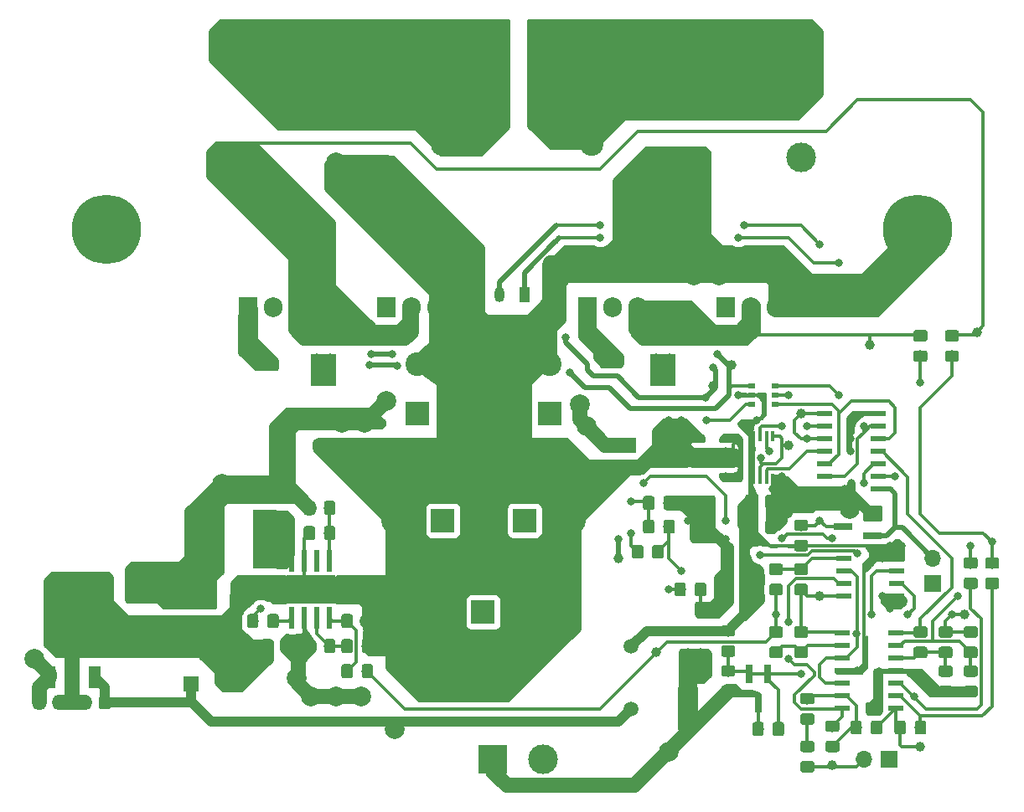
<source format=gbr>
G04 #@! TF.GenerationSoftware,KiCad,Pcbnew,5.0.2+dfsg1-1*
G04 #@! TF.CreationDate,2019-07-14T15:39:51+02:00*
G04 #@! TF.ProjectId,classD,636c6173-7344-42e6-9b69-6361645f7063,1.0*
G04 #@! TF.SameCoordinates,Original*
G04 #@! TF.FileFunction,Copper,L1,Top*
G04 #@! TF.FilePolarity,Positive*
%FSLAX46Y46*%
G04 Gerber Fmt 4.6, Leading zero omitted, Abs format (unit mm)*
G04 Created by KiCad (PCBNEW 5.0.2+dfsg1-1) date So 14 Jul 2019 15:39:51 CEST*
%MOMM*%
%LPD*%
G01*
G04 APERTURE LIST*
G04 #@! TA.AperFunction,EtchedComponent*
%ADD10C,0.100000*%
G04 #@! TD*
G04 #@! TA.AperFunction,SMDPad,CuDef*
%ADD11R,0.800000X1.900000*%
G04 #@! TD*
G04 #@! TA.AperFunction,ComponentPad*
%ADD12C,7.000000*%
G04 #@! TD*
G04 #@! TA.AperFunction,SMDPad,CuDef*
%ADD13R,1.500000X0.600000*%
G04 #@! TD*
G04 #@! TA.AperFunction,ComponentPad*
%ADD14C,2.400000*%
G04 #@! TD*
G04 #@! TA.AperFunction,ComponentPad*
%ADD15R,2.400000X2.400000*%
G04 #@! TD*
G04 #@! TA.AperFunction,ComponentPad*
%ADD16C,1.600000*%
G04 #@! TD*
G04 #@! TA.AperFunction,Conductor*
%ADD17C,0.100000*%
G04 #@! TD*
G04 #@! TA.AperFunction,SMDPad,CuDef*
%ADD18C,1.150000*%
G04 #@! TD*
G04 #@! TA.AperFunction,ComponentPad*
%ADD19R,1.600000X1.600000*%
G04 #@! TD*
G04 #@! TA.AperFunction,SMDPad,CuDef*
%ADD20C,1.425000*%
G04 #@! TD*
G04 #@! TA.AperFunction,ComponentPad*
%ADD21R,3.000000X3.000000*%
G04 #@! TD*
G04 #@! TA.AperFunction,ComponentPad*
%ADD22C,3.000000*%
G04 #@! TD*
G04 #@! TA.AperFunction,ComponentPad*
%ADD23R,1.700000X1.700000*%
G04 #@! TD*
G04 #@! TA.AperFunction,ComponentPad*
%ADD24O,1.700000X1.700000*%
G04 #@! TD*
G04 #@! TA.AperFunction,SMDPad,CuDef*
%ADD25R,2.450000X5.900000*%
G04 #@! TD*
G04 #@! TA.AperFunction,ComponentPad*
%ADD26O,1.905000X2.000000*%
G04 #@! TD*
G04 #@! TA.AperFunction,ComponentPad*
%ADD27R,1.905000X2.000000*%
G04 #@! TD*
G04 #@! TA.AperFunction,SMDPad,CuDef*
%ADD28R,1.900000X0.800000*%
G04 #@! TD*
G04 #@! TA.AperFunction,ComponentPad*
%ADD29O,1.050000X1.500000*%
G04 #@! TD*
G04 #@! TA.AperFunction,ComponentPad*
%ADD30R,1.050000X1.500000*%
G04 #@! TD*
G04 #@! TA.AperFunction,SMDPad,CuDef*
%ADD31R,1.550000X0.600000*%
G04 #@! TD*
G04 #@! TA.AperFunction,SMDPad,CuDef*
%ADD32R,0.400000X1.100000*%
G04 #@! TD*
G04 #@! TA.AperFunction,SMDPad,CuDef*
%ADD33R,0.700000X0.510000*%
G04 #@! TD*
G04 #@! TA.AperFunction,ComponentPad*
%ADD34C,0.630000*%
G04 #@! TD*
G04 #@! TA.AperFunction,Conductor*
%ADD35R,2.600000X3.300000*%
G04 #@! TD*
G04 #@! TA.AperFunction,SMDPad,CuDef*
%ADD36R,0.500000X2.200000*%
G04 #@! TD*
G04 #@! TA.AperFunction,Conductor*
%ADD37R,4.900000X2.950000*%
G04 #@! TD*
G04 #@! TA.AperFunction,SMDPad,CuDef*
%ADD38R,1.200000X2.200000*%
G04 #@! TD*
G04 #@! TA.AperFunction,SMDPad,CuDef*
%ADD39R,5.800000X6.400000*%
G04 #@! TD*
G04 #@! TA.AperFunction,Conductor*
%ADD40C,2.000000*%
G04 #@! TD*
G04 #@! TA.AperFunction,BGAPad,CuDef*
%ADD41C,2.000000*%
G04 #@! TD*
G04 #@! TA.AperFunction,BGAPad,CuDef*
%ADD42C,1.000000*%
G04 #@! TD*
G04 #@! TA.AperFunction,ViaPad*
%ADD43C,2.000000*%
G04 #@! TD*
G04 #@! TA.AperFunction,ViaPad*
%ADD44C,0.800000*%
G04 #@! TD*
G04 #@! TA.AperFunction,ViaPad*
%ADD45C,1.500000*%
G04 #@! TD*
G04 #@! TA.AperFunction,Conductor*
%ADD46C,1.500000*%
G04 #@! TD*
G04 #@! TA.AperFunction,Conductor*
%ADD47C,0.300000*%
G04 #@! TD*
G04 #@! TA.AperFunction,Conductor*
%ADD48C,1.000000*%
G04 #@! TD*
G04 #@! TA.AperFunction,Conductor*
%ADD49C,0.500000*%
G04 #@! TD*
G04 #@! TA.AperFunction,Conductor*
%ADD50C,0.254000*%
G04 #@! TD*
G04 APERTURE END LIST*
D10*
G04 #@! TO.C,NT1*
G36*
X197120000Y-104870000D02*
X197120000Y-100870000D01*
X199120000Y-100870000D01*
X199120000Y-104870000D01*
X197120000Y-104870000D01*
G37*
G04 #@! TO.C,NT2*
G36*
X198660000Y-76470000D02*
X202660000Y-76470000D01*
X202660000Y-78470000D01*
X198660000Y-78470000D01*
X198660000Y-76470000D01*
G37*
G04 #@! TD*
D11*
G04 #@! TO.P,D2,1*
G04 #@! TO.N,/feedback/VREF*
X206182000Y-99338000D03*
G04 #@! TO.P,D2,2*
X204282000Y-99338000D03*
G04 #@! TO.P,D2,3*
G04 #@! TO.N,GND*
X205232000Y-102338000D03*
G04 #@! TD*
D12*
G04 #@! TO.P,HS1,1*
G04 #@! TO.N,GND*
X139350000Y-54410000D03*
X221350000Y-54410000D03*
G04 #@! TD*
D13*
G04 #@! TO.P,U1,14*
G04 #@! TO.N,Net-(R16-Pad1)*
X219120001Y-95215001D03*
G04 #@! TO.P,U1,13*
G04 #@! TO.N,Net-(C34-Pad1)*
X219120001Y-96485001D03*
G04 #@! TO.P,U1,12*
G04 #@! TO.N,Net-(R14-Pad2)*
X219120001Y-97755001D03*
G04 #@! TO.P,U1,11*
G04 #@! TO.N,GNDA*
X219120001Y-99025001D03*
G04 #@! TO.P,U1,10*
G04 #@! TO.N,Net-(R11-Pad1)*
X219120001Y-100295001D03*
G04 #@! TO.P,U1,9*
G04 #@! TO.N,Net-(R10-Pad2)*
X219120001Y-101565001D03*
G04 #@! TO.P,U1,8*
G04 #@! TO.N,/feedback/FB*
X219120001Y-102835001D03*
G04 #@! TO.P,U1,7*
G04 #@! TO.N,Net-(C11-Pad1)*
X213720001Y-102835001D03*
G04 #@! TO.P,U1,6*
G04 #@! TO.N,Net-(C11-Pad2)*
X213720001Y-101565001D03*
G04 #@! TO.P,U1,5*
G04 #@! TO.N,/feedback/VREF*
X213720001Y-100295001D03*
G04 #@! TO.P,U1,4*
G04 #@! TO.N,+5VD*
X213720001Y-99025001D03*
G04 #@! TO.P,U1,3*
G04 #@! TO.N,/feedback/VREF*
X213720001Y-97755001D03*
G04 #@! TO.P,U1,2*
G04 #@! TO.N,Net-(C10-Pad2)*
X213720001Y-96485001D03*
G04 #@! TO.P,U1,1*
G04 #@! TO.N,triang*
X213720001Y-95215001D03*
G04 #@! TD*
D14*
G04 #@! TO.P,C1,2*
G04 #@! TO.N,GND*
X177419000Y-98091000D03*
D15*
G04 #@! TO.P,C1,1*
G04 #@! TO.N,+48V*
X177419000Y-93091000D03*
G04 #@! TD*
G04 #@! TO.P,C2,1*
G04 #@! TO.N,+48V*
X173355000Y-83820000D03*
D14*
G04 #@! TO.P,C2,2*
G04 #@! TO.N,GND*
X168355000Y-83820000D03*
G04 #@! TD*
G04 #@! TO.P,C3,2*
G04 #@! TO.N,GND*
X170815000Y-68025000D03*
D15*
G04 #@! TO.P,C3,1*
G04 #@! TO.N,+48V*
X170815000Y-73025000D03*
G04 #@! TD*
G04 #@! TO.P,C4,1*
G04 #@! TO.N,+48V*
X184150000Y-73025000D03*
D14*
G04 #@! TO.P,C4,2*
G04 #@! TO.N,GND*
X184150000Y-68025000D03*
G04 #@! TD*
D15*
G04 #@! TO.P,C5,1*
G04 #@! TO.N,+48V*
X181610000Y-83820000D03*
D14*
G04 #@! TO.P,C5,2*
G04 #@! TO.N,GND*
X186610000Y-83820000D03*
G04 #@! TD*
D16*
G04 #@! TO.P,C6,1*
G04 #@! TO.N,GND*
X167640000Y-47625000D03*
G04 #@! TO.P,C6,2*
G04 #@! TO.N,Net-(C6-Pad2)*
X167640000Y-42625000D03*
G04 #@! TD*
D14*
G04 #@! TO.P,C7,1*
G04 #@! TO.N,Net-(C6-Pad2)*
X173355000Y-45720000D03*
G04 #@! TO.P,C7,2*
G04 #@! TO.N,Net-(C7-Pad2)*
X188355000Y-45720000D03*
G04 #@! TD*
D16*
G04 #@! TO.P,C8,2*
G04 #@! TO.N,GND*
X193675000Y-47545000D03*
G04 #@! TO.P,C8,1*
G04 #@! TO.N,Net-(C7-Pad2)*
X193675000Y-42545000D03*
G04 #@! TD*
D17*
G04 #@! TO.N,/modulator/VIN*
G04 #@! TO.C,C9*
G36*
X210659505Y-108156204D02*
X210683773Y-108159804D01*
X210707572Y-108165765D01*
X210730671Y-108174030D01*
X210752850Y-108184520D01*
X210773893Y-108197132D01*
X210793599Y-108211747D01*
X210811777Y-108228223D01*
X210828253Y-108246401D01*
X210842868Y-108266107D01*
X210855480Y-108287150D01*
X210865970Y-108309329D01*
X210874235Y-108332428D01*
X210880196Y-108356227D01*
X210883796Y-108380495D01*
X210885000Y-108404999D01*
X210885000Y-109055001D01*
X210883796Y-109079505D01*
X210880196Y-109103773D01*
X210874235Y-109127572D01*
X210865970Y-109150671D01*
X210855480Y-109172850D01*
X210842868Y-109193893D01*
X210828253Y-109213599D01*
X210811777Y-109231777D01*
X210793599Y-109248253D01*
X210773893Y-109262868D01*
X210752850Y-109275480D01*
X210730671Y-109285970D01*
X210707572Y-109294235D01*
X210683773Y-109300196D01*
X210659505Y-109303796D01*
X210635001Y-109305000D01*
X209734999Y-109305000D01*
X209710495Y-109303796D01*
X209686227Y-109300196D01*
X209662428Y-109294235D01*
X209639329Y-109285970D01*
X209617150Y-109275480D01*
X209596107Y-109262868D01*
X209576401Y-109248253D01*
X209558223Y-109231777D01*
X209541747Y-109213599D01*
X209527132Y-109193893D01*
X209514520Y-109172850D01*
X209504030Y-109150671D01*
X209495765Y-109127572D01*
X209489804Y-109103773D01*
X209486204Y-109079505D01*
X209485000Y-109055001D01*
X209485000Y-108404999D01*
X209486204Y-108380495D01*
X209489804Y-108356227D01*
X209495765Y-108332428D01*
X209504030Y-108309329D01*
X209514520Y-108287150D01*
X209527132Y-108266107D01*
X209541747Y-108246401D01*
X209558223Y-108228223D01*
X209576401Y-108211747D01*
X209596107Y-108197132D01*
X209617150Y-108184520D01*
X209639329Y-108174030D01*
X209662428Y-108165765D01*
X209686227Y-108159804D01*
X209710495Y-108156204D01*
X209734999Y-108155000D01*
X210635001Y-108155000D01*
X210659505Y-108156204D01*
X210659505Y-108156204D01*
G37*
D18*
G04 #@! TD*
G04 #@! TO.P,C9,2*
G04 #@! TO.N,/modulator/VIN*
X210185000Y-108730000D03*
D17*
G04 #@! TO.N,Net-(C9-Pad1)*
G04 #@! TO.C,C9*
G36*
X210659505Y-106106204D02*
X210683773Y-106109804D01*
X210707572Y-106115765D01*
X210730671Y-106124030D01*
X210752850Y-106134520D01*
X210773893Y-106147132D01*
X210793599Y-106161747D01*
X210811777Y-106178223D01*
X210828253Y-106196401D01*
X210842868Y-106216107D01*
X210855480Y-106237150D01*
X210865970Y-106259329D01*
X210874235Y-106282428D01*
X210880196Y-106306227D01*
X210883796Y-106330495D01*
X210885000Y-106354999D01*
X210885000Y-107005001D01*
X210883796Y-107029505D01*
X210880196Y-107053773D01*
X210874235Y-107077572D01*
X210865970Y-107100671D01*
X210855480Y-107122850D01*
X210842868Y-107143893D01*
X210828253Y-107163599D01*
X210811777Y-107181777D01*
X210793599Y-107198253D01*
X210773893Y-107212868D01*
X210752850Y-107225480D01*
X210730671Y-107235970D01*
X210707572Y-107244235D01*
X210683773Y-107250196D01*
X210659505Y-107253796D01*
X210635001Y-107255000D01*
X209734999Y-107255000D01*
X209710495Y-107253796D01*
X209686227Y-107250196D01*
X209662428Y-107244235D01*
X209639329Y-107235970D01*
X209617150Y-107225480D01*
X209596107Y-107212868D01*
X209576401Y-107198253D01*
X209558223Y-107181777D01*
X209541747Y-107163599D01*
X209527132Y-107143893D01*
X209514520Y-107122850D01*
X209504030Y-107100671D01*
X209495765Y-107077572D01*
X209489804Y-107053773D01*
X209486204Y-107029505D01*
X209485000Y-107005001D01*
X209485000Y-106354999D01*
X209486204Y-106330495D01*
X209489804Y-106306227D01*
X209495765Y-106282428D01*
X209504030Y-106259329D01*
X209514520Y-106237150D01*
X209527132Y-106216107D01*
X209541747Y-106196401D01*
X209558223Y-106178223D01*
X209576401Y-106161747D01*
X209596107Y-106147132D01*
X209617150Y-106134520D01*
X209639329Y-106124030D01*
X209662428Y-106115765D01*
X209686227Y-106109804D01*
X209710495Y-106106204D01*
X209734999Y-106105000D01*
X210635001Y-106105000D01*
X210659505Y-106106204D01*
X210659505Y-106106204D01*
G37*
D18*
G04 #@! TD*
G04 #@! TO.P,C9,1*
G04 #@! TO.N,Net-(C9-Pad1)*
X210185000Y-106680000D03*
D17*
G04 #@! TO.N,triang*
G04 #@! TO.C,C10*
G36*
X210024505Y-94531204D02*
X210048773Y-94534804D01*
X210072572Y-94540765D01*
X210095671Y-94549030D01*
X210117850Y-94559520D01*
X210138893Y-94572132D01*
X210158599Y-94586747D01*
X210176777Y-94603223D01*
X210193253Y-94621401D01*
X210207868Y-94641107D01*
X210220480Y-94662150D01*
X210230970Y-94684329D01*
X210239235Y-94707428D01*
X210245196Y-94731227D01*
X210248796Y-94755495D01*
X210250000Y-94779999D01*
X210250000Y-95430001D01*
X210248796Y-95454505D01*
X210245196Y-95478773D01*
X210239235Y-95502572D01*
X210230970Y-95525671D01*
X210220480Y-95547850D01*
X210207868Y-95568893D01*
X210193253Y-95588599D01*
X210176777Y-95606777D01*
X210158599Y-95623253D01*
X210138893Y-95637868D01*
X210117850Y-95650480D01*
X210095671Y-95660970D01*
X210072572Y-95669235D01*
X210048773Y-95675196D01*
X210024505Y-95678796D01*
X210000001Y-95680000D01*
X209099999Y-95680000D01*
X209075495Y-95678796D01*
X209051227Y-95675196D01*
X209027428Y-95669235D01*
X209004329Y-95660970D01*
X208982150Y-95650480D01*
X208961107Y-95637868D01*
X208941401Y-95623253D01*
X208923223Y-95606777D01*
X208906747Y-95588599D01*
X208892132Y-95568893D01*
X208879520Y-95547850D01*
X208869030Y-95525671D01*
X208860765Y-95502572D01*
X208854804Y-95478773D01*
X208851204Y-95454505D01*
X208850000Y-95430001D01*
X208850000Y-94779999D01*
X208851204Y-94755495D01*
X208854804Y-94731227D01*
X208860765Y-94707428D01*
X208869030Y-94684329D01*
X208879520Y-94662150D01*
X208892132Y-94641107D01*
X208906747Y-94621401D01*
X208923223Y-94603223D01*
X208941401Y-94586747D01*
X208961107Y-94572132D01*
X208982150Y-94559520D01*
X209004329Y-94549030D01*
X209027428Y-94540765D01*
X209051227Y-94534804D01*
X209075495Y-94531204D01*
X209099999Y-94530000D01*
X210000001Y-94530000D01*
X210024505Y-94531204D01*
X210024505Y-94531204D01*
G37*
D18*
G04 #@! TD*
G04 #@! TO.P,C10,1*
G04 #@! TO.N,triang*
X209550000Y-95105000D03*
D17*
G04 #@! TO.N,Net-(C10-Pad2)*
G04 #@! TO.C,C10*
G36*
X210024505Y-96581204D02*
X210048773Y-96584804D01*
X210072572Y-96590765D01*
X210095671Y-96599030D01*
X210117850Y-96609520D01*
X210138893Y-96622132D01*
X210158599Y-96636747D01*
X210176777Y-96653223D01*
X210193253Y-96671401D01*
X210207868Y-96691107D01*
X210220480Y-96712150D01*
X210230970Y-96734329D01*
X210239235Y-96757428D01*
X210245196Y-96781227D01*
X210248796Y-96805495D01*
X210250000Y-96829999D01*
X210250000Y-97480001D01*
X210248796Y-97504505D01*
X210245196Y-97528773D01*
X210239235Y-97552572D01*
X210230970Y-97575671D01*
X210220480Y-97597850D01*
X210207868Y-97618893D01*
X210193253Y-97638599D01*
X210176777Y-97656777D01*
X210158599Y-97673253D01*
X210138893Y-97687868D01*
X210117850Y-97700480D01*
X210095671Y-97710970D01*
X210072572Y-97719235D01*
X210048773Y-97725196D01*
X210024505Y-97728796D01*
X210000001Y-97730000D01*
X209099999Y-97730000D01*
X209075495Y-97728796D01*
X209051227Y-97725196D01*
X209027428Y-97719235D01*
X209004329Y-97710970D01*
X208982150Y-97700480D01*
X208961107Y-97687868D01*
X208941401Y-97673253D01*
X208923223Y-97656777D01*
X208906747Y-97638599D01*
X208892132Y-97618893D01*
X208879520Y-97597850D01*
X208869030Y-97575671D01*
X208860765Y-97552572D01*
X208854804Y-97528773D01*
X208851204Y-97504505D01*
X208850000Y-97480001D01*
X208850000Y-96829999D01*
X208851204Y-96805495D01*
X208854804Y-96781227D01*
X208860765Y-96757428D01*
X208869030Y-96734329D01*
X208879520Y-96712150D01*
X208892132Y-96691107D01*
X208906747Y-96671401D01*
X208923223Y-96653223D01*
X208941401Y-96636747D01*
X208961107Y-96622132D01*
X208982150Y-96609520D01*
X209004329Y-96599030D01*
X209027428Y-96590765D01*
X209051227Y-96584804D01*
X209075495Y-96581204D01*
X209099999Y-96580000D01*
X210000001Y-96580000D01*
X210024505Y-96581204D01*
X210024505Y-96581204D01*
G37*
D18*
G04 #@! TD*
G04 #@! TO.P,C10,2*
G04 #@! TO.N,Net-(C10-Pad2)*
X209550000Y-97155000D03*
D17*
G04 #@! TO.N,Net-(C11-Pad1)*
G04 #@! TO.C,C11*
G36*
X213199505Y-104056204D02*
X213223773Y-104059804D01*
X213247572Y-104065765D01*
X213270671Y-104074030D01*
X213292850Y-104084520D01*
X213313893Y-104097132D01*
X213333599Y-104111747D01*
X213351777Y-104128223D01*
X213368253Y-104146401D01*
X213382868Y-104166107D01*
X213395480Y-104187150D01*
X213405970Y-104209329D01*
X213414235Y-104232428D01*
X213420196Y-104256227D01*
X213423796Y-104280495D01*
X213425000Y-104304999D01*
X213425000Y-104955001D01*
X213423796Y-104979505D01*
X213420196Y-105003773D01*
X213414235Y-105027572D01*
X213405970Y-105050671D01*
X213395480Y-105072850D01*
X213382868Y-105093893D01*
X213368253Y-105113599D01*
X213351777Y-105131777D01*
X213333599Y-105148253D01*
X213313893Y-105162868D01*
X213292850Y-105175480D01*
X213270671Y-105185970D01*
X213247572Y-105194235D01*
X213223773Y-105200196D01*
X213199505Y-105203796D01*
X213175001Y-105205000D01*
X212274999Y-105205000D01*
X212250495Y-105203796D01*
X212226227Y-105200196D01*
X212202428Y-105194235D01*
X212179329Y-105185970D01*
X212157150Y-105175480D01*
X212136107Y-105162868D01*
X212116401Y-105148253D01*
X212098223Y-105131777D01*
X212081747Y-105113599D01*
X212067132Y-105093893D01*
X212054520Y-105072850D01*
X212044030Y-105050671D01*
X212035765Y-105027572D01*
X212029804Y-105003773D01*
X212026204Y-104979505D01*
X212025000Y-104955001D01*
X212025000Y-104304999D01*
X212026204Y-104280495D01*
X212029804Y-104256227D01*
X212035765Y-104232428D01*
X212044030Y-104209329D01*
X212054520Y-104187150D01*
X212067132Y-104166107D01*
X212081747Y-104146401D01*
X212098223Y-104128223D01*
X212116401Y-104111747D01*
X212136107Y-104097132D01*
X212157150Y-104084520D01*
X212179329Y-104074030D01*
X212202428Y-104065765D01*
X212226227Y-104059804D01*
X212250495Y-104056204D01*
X212274999Y-104055000D01*
X213175001Y-104055000D01*
X213199505Y-104056204D01*
X213199505Y-104056204D01*
G37*
D18*
G04 #@! TD*
G04 #@! TO.P,C11,1*
G04 #@! TO.N,Net-(C11-Pad1)*
X212725000Y-104630000D03*
D17*
G04 #@! TO.N,Net-(C11-Pad2)*
G04 #@! TO.C,C11*
G36*
X213199505Y-106106204D02*
X213223773Y-106109804D01*
X213247572Y-106115765D01*
X213270671Y-106124030D01*
X213292850Y-106134520D01*
X213313893Y-106147132D01*
X213333599Y-106161747D01*
X213351777Y-106178223D01*
X213368253Y-106196401D01*
X213382868Y-106216107D01*
X213395480Y-106237150D01*
X213405970Y-106259329D01*
X213414235Y-106282428D01*
X213420196Y-106306227D01*
X213423796Y-106330495D01*
X213425000Y-106354999D01*
X213425000Y-107005001D01*
X213423796Y-107029505D01*
X213420196Y-107053773D01*
X213414235Y-107077572D01*
X213405970Y-107100671D01*
X213395480Y-107122850D01*
X213382868Y-107143893D01*
X213368253Y-107163599D01*
X213351777Y-107181777D01*
X213333599Y-107198253D01*
X213313893Y-107212868D01*
X213292850Y-107225480D01*
X213270671Y-107235970D01*
X213247572Y-107244235D01*
X213223773Y-107250196D01*
X213199505Y-107253796D01*
X213175001Y-107255000D01*
X212274999Y-107255000D01*
X212250495Y-107253796D01*
X212226227Y-107250196D01*
X212202428Y-107244235D01*
X212179329Y-107235970D01*
X212157150Y-107225480D01*
X212136107Y-107212868D01*
X212116401Y-107198253D01*
X212098223Y-107181777D01*
X212081747Y-107163599D01*
X212067132Y-107143893D01*
X212054520Y-107122850D01*
X212044030Y-107100671D01*
X212035765Y-107077572D01*
X212029804Y-107053773D01*
X212026204Y-107029505D01*
X212025000Y-107005001D01*
X212025000Y-106354999D01*
X212026204Y-106330495D01*
X212029804Y-106306227D01*
X212035765Y-106282428D01*
X212044030Y-106259329D01*
X212054520Y-106237150D01*
X212067132Y-106216107D01*
X212081747Y-106196401D01*
X212098223Y-106178223D01*
X212116401Y-106161747D01*
X212136107Y-106147132D01*
X212157150Y-106134520D01*
X212179329Y-106124030D01*
X212202428Y-106115765D01*
X212226227Y-106109804D01*
X212250495Y-106106204D01*
X212274999Y-106105000D01*
X213175001Y-106105000D01*
X213199505Y-106106204D01*
X213199505Y-106106204D01*
G37*
D18*
G04 #@! TD*
G04 #@! TO.P,C11,2*
G04 #@! TO.N,Net-(C11-Pad2)*
X212725000Y-106680000D03*
D17*
G04 #@! TO.N,GNDD*
G04 #@! TO.C,C16*
G36*
X206869505Y-83756204D02*
X206893773Y-83759804D01*
X206917572Y-83765765D01*
X206940671Y-83774030D01*
X206962850Y-83784520D01*
X206983893Y-83797132D01*
X207003599Y-83811747D01*
X207021777Y-83828223D01*
X207038253Y-83846401D01*
X207052868Y-83866107D01*
X207065480Y-83887150D01*
X207075970Y-83909329D01*
X207084235Y-83932428D01*
X207090196Y-83956227D01*
X207093796Y-83980495D01*
X207095000Y-84004999D01*
X207095000Y-84905001D01*
X207093796Y-84929505D01*
X207090196Y-84953773D01*
X207084235Y-84977572D01*
X207075970Y-85000671D01*
X207065480Y-85022850D01*
X207052868Y-85043893D01*
X207038253Y-85063599D01*
X207021777Y-85081777D01*
X207003599Y-85098253D01*
X206983893Y-85112868D01*
X206962850Y-85125480D01*
X206940671Y-85135970D01*
X206917572Y-85144235D01*
X206893773Y-85150196D01*
X206869505Y-85153796D01*
X206845001Y-85155000D01*
X206194999Y-85155000D01*
X206170495Y-85153796D01*
X206146227Y-85150196D01*
X206122428Y-85144235D01*
X206099329Y-85135970D01*
X206077150Y-85125480D01*
X206056107Y-85112868D01*
X206036401Y-85098253D01*
X206018223Y-85081777D01*
X206001747Y-85063599D01*
X205987132Y-85043893D01*
X205974520Y-85022850D01*
X205964030Y-85000671D01*
X205955765Y-84977572D01*
X205949804Y-84953773D01*
X205946204Y-84929505D01*
X205945000Y-84905001D01*
X205945000Y-84004999D01*
X205946204Y-83980495D01*
X205949804Y-83956227D01*
X205955765Y-83932428D01*
X205964030Y-83909329D01*
X205974520Y-83887150D01*
X205987132Y-83866107D01*
X206001747Y-83846401D01*
X206018223Y-83828223D01*
X206036401Y-83811747D01*
X206056107Y-83797132D01*
X206077150Y-83784520D01*
X206099329Y-83774030D01*
X206122428Y-83765765D01*
X206146227Y-83759804D01*
X206170495Y-83756204D01*
X206194999Y-83755000D01*
X206845001Y-83755000D01*
X206869505Y-83756204D01*
X206869505Y-83756204D01*
G37*
D18*
G04 #@! TD*
G04 #@! TO.P,C16,2*
G04 #@! TO.N,GNDD*
X206520000Y-84455000D03*
D17*
G04 #@! TO.N,+5VD*
G04 #@! TO.C,C16*
G36*
X204819505Y-83756204D02*
X204843773Y-83759804D01*
X204867572Y-83765765D01*
X204890671Y-83774030D01*
X204912850Y-83784520D01*
X204933893Y-83797132D01*
X204953599Y-83811747D01*
X204971777Y-83828223D01*
X204988253Y-83846401D01*
X205002868Y-83866107D01*
X205015480Y-83887150D01*
X205025970Y-83909329D01*
X205034235Y-83932428D01*
X205040196Y-83956227D01*
X205043796Y-83980495D01*
X205045000Y-84004999D01*
X205045000Y-84905001D01*
X205043796Y-84929505D01*
X205040196Y-84953773D01*
X205034235Y-84977572D01*
X205025970Y-85000671D01*
X205015480Y-85022850D01*
X205002868Y-85043893D01*
X204988253Y-85063599D01*
X204971777Y-85081777D01*
X204953599Y-85098253D01*
X204933893Y-85112868D01*
X204912850Y-85125480D01*
X204890671Y-85135970D01*
X204867572Y-85144235D01*
X204843773Y-85150196D01*
X204819505Y-85153796D01*
X204795001Y-85155000D01*
X204144999Y-85155000D01*
X204120495Y-85153796D01*
X204096227Y-85150196D01*
X204072428Y-85144235D01*
X204049329Y-85135970D01*
X204027150Y-85125480D01*
X204006107Y-85112868D01*
X203986401Y-85098253D01*
X203968223Y-85081777D01*
X203951747Y-85063599D01*
X203937132Y-85043893D01*
X203924520Y-85022850D01*
X203914030Y-85000671D01*
X203905765Y-84977572D01*
X203899804Y-84953773D01*
X203896204Y-84929505D01*
X203895000Y-84905001D01*
X203895000Y-84004999D01*
X203896204Y-83980495D01*
X203899804Y-83956227D01*
X203905765Y-83932428D01*
X203914030Y-83909329D01*
X203924520Y-83887150D01*
X203937132Y-83866107D01*
X203951747Y-83846401D01*
X203968223Y-83828223D01*
X203986401Y-83811747D01*
X204006107Y-83797132D01*
X204027150Y-83784520D01*
X204049329Y-83774030D01*
X204072428Y-83765765D01*
X204096227Y-83759804D01*
X204120495Y-83756204D01*
X204144999Y-83755000D01*
X204795001Y-83755000D01*
X204819505Y-83756204D01*
X204819505Y-83756204D01*
G37*
D18*
G04 #@! TD*
G04 #@! TO.P,C16,1*
G04 #@! TO.N,+5VD*
X204470000Y-84455000D03*
D17*
G04 #@! TO.N,+5VD*
G04 #@! TO.C,C17*
G36*
X204819505Y-81216204D02*
X204843773Y-81219804D01*
X204867572Y-81225765D01*
X204890671Y-81234030D01*
X204912850Y-81244520D01*
X204933893Y-81257132D01*
X204953599Y-81271747D01*
X204971777Y-81288223D01*
X204988253Y-81306401D01*
X205002868Y-81326107D01*
X205015480Y-81347150D01*
X205025970Y-81369329D01*
X205034235Y-81392428D01*
X205040196Y-81416227D01*
X205043796Y-81440495D01*
X205045000Y-81464999D01*
X205045000Y-82365001D01*
X205043796Y-82389505D01*
X205040196Y-82413773D01*
X205034235Y-82437572D01*
X205025970Y-82460671D01*
X205015480Y-82482850D01*
X205002868Y-82503893D01*
X204988253Y-82523599D01*
X204971777Y-82541777D01*
X204953599Y-82558253D01*
X204933893Y-82572868D01*
X204912850Y-82585480D01*
X204890671Y-82595970D01*
X204867572Y-82604235D01*
X204843773Y-82610196D01*
X204819505Y-82613796D01*
X204795001Y-82615000D01*
X204144999Y-82615000D01*
X204120495Y-82613796D01*
X204096227Y-82610196D01*
X204072428Y-82604235D01*
X204049329Y-82595970D01*
X204027150Y-82585480D01*
X204006107Y-82572868D01*
X203986401Y-82558253D01*
X203968223Y-82541777D01*
X203951747Y-82523599D01*
X203937132Y-82503893D01*
X203924520Y-82482850D01*
X203914030Y-82460671D01*
X203905765Y-82437572D01*
X203899804Y-82413773D01*
X203896204Y-82389505D01*
X203895000Y-82365001D01*
X203895000Y-81464999D01*
X203896204Y-81440495D01*
X203899804Y-81416227D01*
X203905765Y-81392428D01*
X203914030Y-81369329D01*
X203924520Y-81347150D01*
X203937132Y-81326107D01*
X203951747Y-81306401D01*
X203968223Y-81288223D01*
X203986401Y-81271747D01*
X204006107Y-81257132D01*
X204027150Y-81244520D01*
X204049329Y-81234030D01*
X204072428Y-81225765D01*
X204096227Y-81219804D01*
X204120495Y-81216204D01*
X204144999Y-81215000D01*
X204795001Y-81215000D01*
X204819505Y-81216204D01*
X204819505Y-81216204D01*
G37*
D18*
G04 #@! TD*
G04 #@! TO.P,C17,1*
G04 #@! TO.N,+5VD*
X204470000Y-81915000D03*
D17*
G04 #@! TO.N,GNDD*
G04 #@! TO.C,C17*
G36*
X206869505Y-81216204D02*
X206893773Y-81219804D01*
X206917572Y-81225765D01*
X206940671Y-81234030D01*
X206962850Y-81244520D01*
X206983893Y-81257132D01*
X207003599Y-81271747D01*
X207021777Y-81288223D01*
X207038253Y-81306401D01*
X207052868Y-81326107D01*
X207065480Y-81347150D01*
X207075970Y-81369329D01*
X207084235Y-81392428D01*
X207090196Y-81416227D01*
X207093796Y-81440495D01*
X207095000Y-81464999D01*
X207095000Y-82365001D01*
X207093796Y-82389505D01*
X207090196Y-82413773D01*
X207084235Y-82437572D01*
X207075970Y-82460671D01*
X207065480Y-82482850D01*
X207052868Y-82503893D01*
X207038253Y-82523599D01*
X207021777Y-82541777D01*
X207003599Y-82558253D01*
X206983893Y-82572868D01*
X206962850Y-82585480D01*
X206940671Y-82595970D01*
X206917572Y-82604235D01*
X206893773Y-82610196D01*
X206869505Y-82613796D01*
X206845001Y-82615000D01*
X206194999Y-82615000D01*
X206170495Y-82613796D01*
X206146227Y-82610196D01*
X206122428Y-82604235D01*
X206099329Y-82595970D01*
X206077150Y-82585480D01*
X206056107Y-82572868D01*
X206036401Y-82558253D01*
X206018223Y-82541777D01*
X206001747Y-82523599D01*
X205987132Y-82503893D01*
X205974520Y-82482850D01*
X205964030Y-82460671D01*
X205955765Y-82437572D01*
X205949804Y-82413773D01*
X205946204Y-82389505D01*
X205945000Y-82365001D01*
X205945000Y-81464999D01*
X205946204Y-81440495D01*
X205949804Y-81416227D01*
X205955765Y-81392428D01*
X205964030Y-81369329D01*
X205974520Y-81347150D01*
X205987132Y-81326107D01*
X206001747Y-81306401D01*
X206018223Y-81288223D01*
X206036401Y-81271747D01*
X206056107Y-81257132D01*
X206077150Y-81244520D01*
X206099329Y-81234030D01*
X206122428Y-81225765D01*
X206146227Y-81219804D01*
X206170495Y-81216204D01*
X206194999Y-81215000D01*
X206845001Y-81215000D01*
X206869505Y-81216204D01*
X206869505Y-81216204D01*
G37*
D18*
G04 #@! TD*
G04 #@! TO.P,C17,2*
G04 #@! TO.N,GNDD*
X206520000Y-81915000D03*
D19*
G04 #@! TO.P,C22,1*
G04 #@! TO.N,+12V*
X192080000Y-76200000D03*
D16*
G04 #@! TO.P,C22,2*
G04 #@! TO.N,GND*
X195580000Y-76200000D03*
G04 #@! TD*
G04 #@! TO.P,C23,2*
G04 #@! TO.N,GND*
X160980000Y-76200000D03*
D19*
G04 #@! TO.P,C23,1*
G04 #@! TO.N,+12V*
X157480000Y-76200000D03*
G04 #@! TD*
D17*
G04 #@! TO.N,GNDA*
G04 #@! TO.C,C34*
G36*
X227169505Y-100536204D02*
X227193773Y-100539804D01*
X227217572Y-100545765D01*
X227240671Y-100554030D01*
X227262850Y-100564520D01*
X227283893Y-100577132D01*
X227303599Y-100591747D01*
X227321777Y-100608223D01*
X227338253Y-100626401D01*
X227352868Y-100646107D01*
X227365480Y-100667150D01*
X227375970Y-100689329D01*
X227384235Y-100712428D01*
X227390196Y-100736227D01*
X227393796Y-100760495D01*
X227395000Y-100784999D01*
X227395000Y-101435001D01*
X227393796Y-101459505D01*
X227390196Y-101483773D01*
X227384235Y-101507572D01*
X227375970Y-101530671D01*
X227365480Y-101552850D01*
X227352868Y-101573893D01*
X227338253Y-101593599D01*
X227321777Y-101611777D01*
X227303599Y-101628253D01*
X227283893Y-101642868D01*
X227262850Y-101655480D01*
X227240671Y-101665970D01*
X227217572Y-101674235D01*
X227193773Y-101680196D01*
X227169505Y-101683796D01*
X227145001Y-101685000D01*
X226244999Y-101685000D01*
X226220495Y-101683796D01*
X226196227Y-101680196D01*
X226172428Y-101674235D01*
X226149329Y-101665970D01*
X226127150Y-101655480D01*
X226106107Y-101642868D01*
X226086401Y-101628253D01*
X226068223Y-101611777D01*
X226051747Y-101593599D01*
X226037132Y-101573893D01*
X226024520Y-101552850D01*
X226014030Y-101530671D01*
X226005765Y-101507572D01*
X225999804Y-101483773D01*
X225996204Y-101459505D01*
X225995000Y-101435001D01*
X225995000Y-100784999D01*
X225996204Y-100760495D01*
X225999804Y-100736227D01*
X226005765Y-100712428D01*
X226014030Y-100689329D01*
X226024520Y-100667150D01*
X226037132Y-100646107D01*
X226051747Y-100626401D01*
X226068223Y-100608223D01*
X226086401Y-100591747D01*
X226106107Y-100577132D01*
X226127150Y-100564520D01*
X226149329Y-100554030D01*
X226172428Y-100545765D01*
X226196227Y-100539804D01*
X226220495Y-100536204D01*
X226244999Y-100535000D01*
X227145001Y-100535000D01*
X227169505Y-100536204D01*
X227169505Y-100536204D01*
G37*
D18*
G04 #@! TD*
G04 #@! TO.P,C34,2*
G04 #@! TO.N,GNDA*
X226695000Y-101110000D03*
D17*
G04 #@! TO.N,Net-(C34-Pad1)*
G04 #@! TO.C,C34*
G36*
X227169505Y-98486204D02*
X227193773Y-98489804D01*
X227217572Y-98495765D01*
X227240671Y-98504030D01*
X227262850Y-98514520D01*
X227283893Y-98527132D01*
X227303599Y-98541747D01*
X227321777Y-98558223D01*
X227338253Y-98576401D01*
X227352868Y-98596107D01*
X227365480Y-98617150D01*
X227375970Y-98639329D01*
X227384235Y-98662428D01*
X227390196Y-98686227D01*
X227393796Y-98710495D01*
X227395000Y-98734999D01*
X227395000Y-99385001D01*
X227393796Y-99409505D01*
X227390196Y-99433773D01*
X227384235Y-99457572D01*
X227375970Y-99480671D01*
X227365480Y-99502850D01*
X227352868Y-99523893D01*
X227338253Y-99543599D01*
X227321777Y-99561777D01*
X227303599Y-99578253D01*
X227283893Y-99592868D01*
X227262850Y-99605480D01*
X227240671Y-99615970D01*
X227217572Y-99624235D01*
X227193773Y-99630196D01*
X227169505Y-99633796D01*
X227145001Y-99635000D01*
X226244999Y-99635000D01*
X226220495Y-99633796D01*
X226196227Y-99630196D01*
X226172428Y-99624235D01*
X226149329Y-99615970D01*
X226127150Y-99605480D01*
X226106107Y-99592868D01*
X226086401Y-99578253D01*
X226068223Y-99561777D01*
X226051747Y-99543599D01*
X226037132Y-99523893D01*
X226024520Y-99502850D01*
X226014030Y-99480671D01*
X226005765Y-99457572D01*
X225999804Y-99433773D01*
X225996204Y-99409505D01*
X225995000Y-99385001D01*
X225995000Y-98734999D01*
X225996204Y-98710495D01*
X225999804Y-98686227D01*
X226005765Y-98662428D01*
X226014030Y-98639329D01*
X226024520Y-98617150D01*
X226037132Y-98596107D01*
X226051747Y-98576401D01*
X226068223Y-98558223D01*
X226086401Y-98541747D01*
X226106107Y-98527132D01*
X226127150Y-98514520D01*
X226149329Y-98504030D01*
X226172428Y-98495765D01*
X226196227Y-98489804D01*
X226220495Y-98486204D01*
X226244999Y-98485000D01*
X227145001Y-98485000D01*
X227169505Y-98486204D01*
X227169505Y-98486204D01*
G37*
D18*
G04 #@! TD*
G04 #@! TO.P,C34,1*
G04 #@! TO.N,Net-(C34-Pad1)*
X226695000Y-99060000D03*
D17*
G04 #@! TO.N,Net-(C37-Pad2)*
G04 #@! TO.C,C37*
G36*
X194514505Y-81343204D02*
X194538773Y-81346804D01*
X194562572Y-81352765D01*
X194585671Y-81361030D01*
X194607850Y-81371520D01*
X194628893Y-81384132D01*
X194648599Y-81398747D01*
X194666777Y-81415223D01*
X194683253Y-81433401D01*
X194697868Y-81453107D01*
X194710480Y-81474150D01*
X194720970Y-81496329D01*
X194729235Y-81519428D01*
X194735196Y-81543227D01*
X194738796Y-81567495D01*
X194740000Y-81591999D01*
X194740000Y-82492001D01*
X194738796Y-82516505D01*
X194735196Y-82540773D01*
X194729235Y-82564572D01*
X194720970Y-82587671D01*
X194710480Y-82609850D01*
X194697868Y-82630893D01*
X194683253Y-82650599D01*
X194666777Y-82668777D01*
X194648599Y-82685253D01*
X194628893Y-82699868D01*
X194607850Y-82712480D01*
X194585671Y-82722970D01*
X194562572Y-82731235D01*
X194538773Y-82737196D01*
X194514505Y-82740796D01*
X194490001Y-82742000D01*
X193839999Y-82742000D01*
X193815495Y-82740796D01*
X193791227Y-82737196D01*
X193767428Y-82731235D01*
X193744329Y-82722970D01*
X193722150Y-82712480D01*
X193701107Y-82699868D01*
X193681401Y-82685253D01*
X193663223Y-82668777D01*
X193646747Y-82650599D01*
X193632132Y-82630893D01*
X193619520Y-82609850D01*
X193609030Y-82587671D01*
X193600765Y-82564572D01*
X193594804Y-82540773D01*
X193591204Y-82516505D01*
X193590000Y-82492001D01*
X193590000Y-81591999D01*
X193591204Y-81567495D01*
X193594804Y-81543227D01*
X193600765Y-81519428D01*
X193609030Y-81496329D01*
X193619520Y-81474150D01*
X193632132Y-81453107D01*
X193646747Y-81433401D01*
X193663223Y-81415223D01*
X193681401Y-81398747D01*
X193701107Y-81384132D01*
X193722150Y-81371520D01*
X193744329Y-81361030D01*
X193767428Y-81352765D01*
X193791227Y-81346804D01*
X193815495Y-81343204D01*
X193839999Y-81342000D01*
X194490001Y-81342000D01*
X194514505Y-81343204D01*
X194514505Y-81343204D01*
G37*
D18*
G04 #@! TD*
G04 #@! TO.P,C37,2*
G04 #@! TO.N,Net-(C37-Pad2)*
X194165000Y-82042000D03*
D17*
G04 #@! TO.N,GNDA*
G04 #@! TO.C,C37*
G36*
X196564505Y-81343204D02*
X196588773Y-81346804D01*
X196612572Y-81352765D01*
X196635671Y-81361030D01*
X196657850Y-81371520D01*
X196678893Y-81384132D01*
X196698599Y-81398747D01*
X196716777Y-81415223D01*
X196733253Y-81433401D01*
X196747868Y-81453107D01*
X196760480Y-81474150D01*
X196770970Y-81496329D01*
X196779235Y-81519428D01*
X196785196Y-81543227D01*
X196788796Y-81567495D01*
X196790000Y-81591999D01*
X196790000Y-82492001D01*
X196788796Y-82516505D01*
X196785196Y-82540773D01*
X196779235Y-82564572D01*
X196770970Y-82587671D01*
X196760480Y-82609850D01*
X196747868Y-82630893D01*
X196733253Y-82650599D01*
X196716777Y-82668777D01*
X196698599Y-82685253D01*
X196678893Y-82699868D01*
X196657850Y-82712480D01*
X196635671Y-82722970D01*
X196612572Y-82731235D01*
X196588773Y-82737196D01*
X196564505Y-82740796D01*
X196540001Y-82742000D01*
X195889999Y-82742000D01*
X195865495Y-82740796D01*
X195841227Y-82737196D01*
X195817428Y-82731235D01*
X195794329Y-82722970D01*
X195772150Y-82712480D01*
X195751107Y-82699868D01*
X195731401Y-82685253D01*
X195713223Y-82668777D01*
X195696747Y-82650599D01*
X195682132Y-82630893D01*
X195669520Y-82609850D01*
X195659030Y-82587671D01*
X195650765Y-82564572D01*
X195644804Y-82540773D01*
X195641204Y-82516505D01*
X195640000Y-82492001D01*
X195640000Y-81591999D01*
X195641204Y-81567495D01*
X195644804Y-81543227D01*
X195650765Y-81519428D01*
X195659030Y-81496329D01*
X195669520Y-81474150D01*
X195682132Y-81453107D01*
X195696747Y-81433401D01*
X195713223Y-81415223D01*
X195731401Y-81398747D01*
X195751107Y-81384132D01*
X195772150Y-81371520D01*
X195794329Y-81361030D01*
X195817428Y-81352765D01*
X195841227Y-81346804D01*
X195865495Y-81343204D01*
X195889999Y-81342000D01*
X196540001Y-81342000D01*
X196564505Y-81343204D01*
X196564505Y-81343204D01*
G37*
D18*
G04 #@! TD*
G04 #@! TO.P,C37,1*
G04 #@! TO.N,GNDA*
X196215000Y-82042000D03*
D17*
G04 #@! TO.N,/feedback/VREF*
G04 #@! TO.C,C38*
G36*
X207613505Y-104203204D02*
X207637773Y-104206804D01*
X207661572Y-104212765D01*
X207684671Y-104221030D01*
X207706850Y-104231520D01*
X207727893Y-104244132D01*
X207747599Y-104258747D01*
X207765777Y-104275223D01*
X207782253Y-104293401D01*
X207796868Y-104313107D01*
X207809480Y-104334150D01*
X207819970Y-104356329D01*
X207828235Y-104379428D01*
X207834196Y-104403227D01*
X207837796Y-104427495D01*
X207839000Y-104451999D01*
X207839000Y-105352001D01*
X207837796Y-105376505D01*
X207834196Y-105400773D01*
X207828235Y-105424572D01*
X207819970Y-105447671D01*
X207809480Y-105469850D01*
X207796868Y-105490893D01*
X207782253Y-105510599D01*
X207765777Y-105528777D01*
X207747599Y-105545253D01*
X207727893Y-105559868D01*
X207706850Y-105572480D01*
X207684671Y-105582970D01*
X207661572Y-105591235D01*
X207637773Y-105597196D01*
X207613505Y-105600796D01*
X207589001Y-105602000D01*
X206938999Y-105602000D01*
X206914495Y-105600796D01*
X206890227Y-105597196D01*
X206866428Y-105591235D01*
X206843329Y-105582970D01*
X206821150Y-105572480D01*
X206800107Y-105559868D01*
X206780401Y-105545253D01*
X206762223Y-105528777D01*
X206745747Y-105510599D01*
X206731132Y-105490893D01*
X206718520Y-105469850D01*
X206708030Y-105447671D01*
X206699765Y-105424572D01*
X206693804Y-105400773D01*
X206690204Y-105376505D01*
X206689000Y-105352001D01*
X206689000Y-104451999D01*
X206690204Y-104427495D01*
X206693804Y-104403227D01*
X206699765Y-104379428D01*
X206708030Y-104356329D01*
X206718520Y-104334150D01*
X206731132Y-104313107D01*
X206745747Y-104293401D01*
X206762223Y-104275223D01*
X206780401Y-104258747D01*
X206800107Y-104244132D01*
X206821150Y-104231520D01*
X206843329Y-104221030D01*
X206866428Y-104212765D01*
X206890227Y-104206804D01*
X206914495Y-104203204D01*
X206938999Y-104202000D01*
X207589001Y-104202000D01*
X207613505Y-104203204D01*
X207613505Y-104203204D01*
G37*
D18*
G04 #@! TD*
G04 #@! TO.P,C38,1*
G04 #@! TO.N,/feedback/VREF*
X207264000Y-104902000D03*
D17*
G04 #@! TO.N,GND*
G04 #@! TO.C,C38*
G36*
X205563505Y-104203204D02*
X205587773Y-104206804D01*
X205611572Y-104212765D01*
X205634671Y-104221030D01*
X205656850Y-104231520D01*
X205677893Y-104244132D01*
X205697599Y-104258747D01*
X205715777Y-104275223D01*
X205732253Y-104293401D01*
X205746868Y-104313107D01*
X205759480Y-104334150D01*
X205769970Y-104356329D01*
X205778235Y-104379428D01*
X205784196Y-104403227D01*
X205787796Y-104427495D01*
X205789000Y-104451999D01*
X205789000Y-105352001D01*
X205787796Y-105376505D01*
X205784196Y-105400773D01*
X205778235Y-105424572D01*
X205769970Y-105447671D01*
X205759480Y-105469850D01*
X205746868Y-105490893D01*
X205732253Y-105510599D01*
X205715777Y-105528777D01*
X205697599Y-105545253D01*
X205677893Y-105559868D01*
X205656850Y-105572480D01*
X205634671Y-105582970D01*
X205611572Y-105591235D01*
X205587773Y-105597196D01*
X205563505Y-105600796D01*
X205539001Y-105602000D01*
X204888999Y-105602000D01*
X204864495Y-105600796D01*
X204840227Y-105597196D01*
X204816428Y-105591235D01*
X204793329Y-105582970D01*
X204771150Y-105572480D01*
X204750107Y-105559868D01*
X204730401Y-105545253D01*
X204712223Y-105528777D01*
X204695747Y-105510599D01*
X204681132Y-105490893D01*
X204668520Y-105469850D01*
X204658030Y-105447671D01*
X204649765Y-105424572D01*
X204643804Y-105400773D01*
X204640204Y-105376505D01*
X204639000Y-105352001D01*
X204639000Y-104451999D01*
X204640204Y-104427495D01*
X204643804Y-104403227D01*
X204649765Y-104379428D01*
X204658030Y-104356329D01*
X204668520Y-104334150D01*
X204681132Y-104313107D01*
X204695747Y-104293401D01*
X204712223Y-104275223D01*
X204730401Y-104258747D01*
X204750107Y-104244132D01*
X204771150Y-104231520D01*
X204793329Y-104221030D01*
X204816428Y-104212765D01*
X204840227Y-104206804D01*
X204864495Y-104203204D01*
X204888999Y-104202000D01*
X205539001Y-104202000D01*
X205563505Y-104203204D01*
X205563505Y-104203204D01*
G37*
D18*
G04 #@! TD*
G04 #@! TO.P,C38,2*
G04 #@! TO.N,GND*
X205214000Y-104902000D03*
D17*
G04 #@! TO.N,/modulator/SYNC*
G04 #@! TO.C,C39*
G36*
X166084505Y-98361204D02*
X166108773Y-98364804D01*
X166132572Y-98370765D01*
X166155671Y-98379030D01*
X166177850Y-98389520D01*
X166198893Y-98402132D01*
X166218599Y-98416747D01*
X166236777Y-98433223D01*
X166253253Y-98451401D01*
X166267868Y-98471107D01*
X166280480Y-98492150D01*
X166290970Y-98514329D01*
X166299235Y-98537428D01*
X166305196Y-98561227D01*
X166308796Y-98585495D01*
X166310000Y-98609999D01*
X166310000Y-99510001D01*
X166308796Y-99534505D01*
X166305196Y-99558773D01*
X166299235Y-99582572D01*
X166290970Y-99605671D01*
X166280480Y-99627850D01*
X166267868Y-99648893D01*
X166253253Y-99668599D01*
X166236777Y-99686777D01*
X166218599Y-99703253D01*
X166198893Y-99717868D01*
X166177850Y-99730480D01*
X166155671Y-99740970D01*
X166132572Y-99749235D01*
X166108773Y-99755196D01*
X166084505Y-99758796D01*
X166060001Y-99760000D01*
X165409999Y-99760000D01*
X165385495Y-99758796D01*
X165361227Y-99755196D01*
X165337428Y-99749235D01*
X165314329Y-99740970D01*
X165292150Y-99730480D01*
X165271107Y-99717868D01*
X165251401Y-99703253D01*
X165233223Y-99686777D01*
X165216747Y-99668599D01*
X165202132Y-99648893D01*
X165189520Y-99627850D01*
X165179030Y-99605671D01*
X165170765Y-99582572D01*
X165164804Y-99558773D01*
X165161204Y-99534505D01*
X165160000Y-99510001D01*
X165160000Y-98609999D01*
X165161204Y-98585495D01*
X165164804Y-98561227D01*
X165170765Y-98537428D01*
X165179030Y-98514329D01*
X165189520Y-98492150D01*
X165202132Y-98471107D01*
X165216747Y-98451401D01*
X165233223Y-98433223D01*
X165251401Y-98416747D01*
X165271107Y-98402132D01*
X165292150Y-98389520D01*
X165314329Y-98379030D01*
X165337428Y-98370765D01*
X165361227Y-98364804D01*
X165385495Y-98361204D01*
X165409999Y-98360000D01*
X166060001Y-98360000D01*
X166084505Y-98361204D01*
X166084505Y-98361204D01*
G37*
D18*
G04 #@! TD*
G04 #@! TO.P,C39,2*
G04 #@! TO.N,/modulator/SYNC*
X165735000Y-99060000D03*
D17*
G04 #@! TO.N,Net-(C39-Pad1)*
G04 #@! TO.C,C39*
G36*
X164034505Y-98361204D02*
X164058773Y-98364804D01*
X164082572Y-98370765D01*
X164105671Y-98379030D01*
X164127850Y-98389520D01*
X164148893Y-98402132D01*
X164168599Y-98416747D01*
X164186777Y-98433223D01*
X164203253Y-98451401D01*
X164217868Y-98471107D01*
X164230480Y-98492150D01*
X164240970Y-98514329D01*
X164249235Y-98537428D01*
X164255196Y-98561227D01*
X164258796Y-98585495D01*
X164260000Y-98609999D01*
X164260000Y-99510001D01*
X164258796Y-99534505D01*
X164255196Y-99558773D01*
X164249235Y-99582572D01*
X164240970Y-99605671D01*
X164230480Y-99627850D01*
X164217868Y-99648893D01*
X164203253Y-99668599D01*
X164186777Y-99686777D01*
X164168599Y-99703253D01*
X164148893Y-99717868D01*
X164127850Y-99730480D01*
X164105671Y-99740970D01*
X164082572Y-99749235D01*
X164058773Y-99755196D01*
X164034505Y-99758796D01*
X164010001Y-99760000D01*
X163359999Y-99760000D01*
X163335495Y-99758796D01*
X163311227Y-99755196D01*
X163287428Y-99749235D01*
X163264329Y-99740970D01*
X163242150Y-99730480D01*
X163221107Y-99717868D01*
X163201401Y-99703253D01*
X163183223Y-99686777D01*
X163166747Y-99668599D01*
X163152132Y-99648893D01*
X163139520Y-99627850D01*
X163129030Y-99605671D01*
X163120765Y-99582572D01*
X163114804Y-99558773D01*
X163111204Y-99534505D01*
X163110000Y-99510001D01*
X163110000Y-98609999D01*
X163111204Y-98585495D01*
X163114804Y-98561227D01*
X163120765Y-98537428D01*
X163129030Y-98514329D01*
X163139520Y-98492150D01*
X163152132Y-98471107D01*
X163166747Y-98451401D01*
X163183223Y-98433223D01*
X163201401Y-98416747D01*
X163221107Y-98402132D01*
X163242150Y-98389520D01*
X163264329Y-98379030D01*
X163287428Y-98370765D01*
X163311227Y-98364804D01*
X163335495Y-98361204D01*
X163359999Y-98360000D01*
X164010001Y-98360000D01*
X164034505Y-98361204D01*
X164034505Y-98361204D01*
G37*
D18*
G04 #@! TD*
G04 #@! TO.P,C39,1*
G04 #@! TO.N,Net-(C39-Pad1)*
X163685000Y-99060000D03*
D17*
G04 #@! TO.N,+48V*
G04 #@! TO.C,C40*
G36*
X157974505Y-95821204D02*
X157998773Y-95824804D01*
X158022572Y-95830765D01*
X158045671Y-95839030D01*
X158067850Y-95849520D01*
X158088893Y-95862132D01*
X158108599Y-95876747D01*
X158126777Y-95893223D01*
X158143253Y-95911401D01*
X158157868Y-95931107D01*
X158170480Y-95952150D01*
X158180970Y-95974329D01*
X158189235Y-95997428D01*
X158195196Y-96021227D01*
X158198796Y-96045495D01*
X158200000Y-96069999D01*
X158200000Y-96970001D01*
X158198796Y-96994505D01*
X158195196Y-97018773D01*
X158189235Y-97042572D01*
X158180970Y-97065671D01*
X158170480Y-97087850D01*
X158157868Y-97108893D01*
X158143253Y-97128599D01*
X158126777Y-97146777D01*
X158108599Y-97163253D01*
X158088893Y-97177868D01*
X158067850Y-97190480D01*
X158045671Y-97200970D01*
X158022572Y-97209235D01*
X157998773Y-97215196D01*
X157974505Y-97218796D01*
X157950001Y-97220000D01*
X157299999Y-97220000D01*
X157275495Y-97218796D01*
X157251227Y-97215196D01*
X157227428Y-97209235D01*
X157204329Y-97200970D01*
X157182150Y-97190480D01*
X157161107Y-97177868D01*
X157141401Y-97163253D01*
X157123223Y-97146777D01*
X157106747Y-97128599D01*
X157092132Y-97108893D01*
X157079520Y-97087850D01*
X157069030Y-97065671D01*
X157060765Y-97042572D01*
X157054804Y-97018773D01*
X157051204Y-96994505D01*
X157050000Y-96970001D01*
X157050000Y-96069999D01*
X157051204Y-96045495D01*
X157054804Y-96021227D01*
X157060765Y-95997428D01*
X157069030Y-95974329D01*
X157079520Y-95952150D01*
X157092132Y-95931107D01*
X157106747Y-95911401D01*
X157123223Y-95893223D01*
X157141401Y-95876747D01*
X157161107Y-95862132D01*
X157182150Y-95849520D01*
X157204329Y-95839030D01*
X157227428Y-95830765D01*
X157251227Y-95824804D01*
X157275495Y-95821204D01*
X157299999Y-95820000D01*
X157950001Y-95820000D01*
X157974505Y-95821204D01*
X157974505Y-95821204D01*
G37*
D18*
G04 #@! TD*
G04 #@! TO.P,C40,1*
G04 #@! TO.N,+48V*
X157625000Y-96520000D03*
D17*
G04 #@! TO.N,GND*
G04 #@! TO.C,C40*
G36*
X155924505Y-95821204D02*
X155948773Y-95824804D01*
X155972572Y-95830765D01*
X155995671Y-95839030D01*
X156017850Y-95849520D01*
X156038893Y-95862132D01*
X156058599Y-95876747D01*
X156076777Y-95893223D01*
X156093253Y-95911401D01*
X156107868Y-95931107D01*
X156120480Y-95952150D01*
X156130970Y-95974329D01*
X156139235Y-95997428D01*
X156145196Y-96021227D01*
X156148796Y-96045495D01*
X156150000Y-96069999D01*
X156150000Y-96970001D01*
X156148796Y-96994505D01*
X156145196Y-97018773D01*
X156139235Y-97042572D01*
X156130970Y-97065671D01*
X156120480Y-97087850D01*
X156107868Y-97108893D01*
X156093253Y-97128599D01*
X156076777Y-97146777D01*
X156058599Y-97163253D01*
X156038893Y-97177868D01*
X156017850Y-97190480D01*
X155995671Y-97200970D01*
X155972572Y-97209235D01*
X155948773Y-97215196D01*
X155924505Y-97218796D01*
X155900001Y-97220000D01*
X155249999Y-97220000D01*
X155225495Y-97218796D01*
X155201227Y-97215196D01*
X155177428Y-97209235D01*
X155154329Y-97200970D01*
X155132150Y-97190480D01*
X155111107Y-97177868D01*
X155091401Y-97163253D01*
X155073223Y-97146777D01*
X155056747Y-97128599D01*
X155042132Y-97108893D01*
X155029520Y-97087850D01*
X155019030Y-97065671D01*
X155010765Y-97042572D01*
X155004804Y-97018773D01*
X155001204Y-96994505D01*
X155000000Y-96970001D01*
X155000000Y-96069999D01*
X155001204Y-96045495D01*
X155004804Y-96021227D01*
X155010765Y-95997428D01*
X155019030Y-95974329D01*
X155029520Y-95952150D01*
X155042132Y-95931107D01*
X155056747Y-95911401D01*
X155073223Y-95893223D01*
X155091401Y-95876747D01*
X155111107Y-95862132D01*
X155132150Y-95849520D01*
X155154329Y-95839030D01*
X155177428Y-95830765D01*
X155201227Y-95824804D01*
X155225495Y-95821204D01*
X155249999Y-95820000D01*
X155900001Y-95820000D01*
X155924505Y-95821204D01*
X155924505Y-95821204D01*
G37*
D18*
G04 #@! TD*
G04 #@! TO.P,C40,2*
G04 #@! TO.N,GND*
X155575000Y-96520000D03*
D17*
G04 #@! TO.N,Net-(C41-Pad1)*
G04 #@! TO.C,C41*
G36*
X156559505Y-93281204D02*
X156583773Y-93284804D01*
X156607572Y-93290765D01*
X156630671Y-93299030D01*
X156652850Y-93309520D01*
X156673893Y-93322132D01*
X156693599Y-93336747D01*
X156711777Y-93353223D01*
X156728253Y-93371401D01*
X156742868Y-93391107D01*
X156755480Y-93412150D01*
X156765970Y-93434329D01*
X156774235Y-93457428D01*
X156780196Y-93481227D01*
X156783796Y-93505495D01*
X156785000Y-93529999D01*
X156785000Y-94430001D01*
X156783796Y-94454505D01*
X156780196Y-94478773D01*
X156774235Y-94502572D01*
X156765970Y-94525671D01*
X156755480Y-94547850D01*
X156742868Y-94568893D01*
X156728253Y-94588599D01*
X156711777Y-94606777D01*
X156693599Y-94623253D01*
X156673893Y-94637868D01*
X156652850Y-94650480D01*
X156630671Y-94660970D01*
X156607572Y-94669235D01*
X156583773Y-94675196D01*
X156559505Y-94678796D01*
X156535001Y-94680000D01*
X155884999Y-94680000D01*
X155860495Y-94678796D01*
X155836227Y-94675196D01*
X155812428Y-94669235D01*
X155789329Y-94660970D01*
X155767150Y-94650480D01*
X155746107Y-94637868D01*
X155726401Y-94623253D01*
X155708223Y-94606777D01*
X155691747Y-94588599D01*
X155677132Y-94568893D01*
X155664520Y-94547850D01*
X155654030Y-94525671D01*
X155645765Y-94502572D01*
X155639804Y-94478773D01*
X155636204Y-94454505D01*
X155635000Y-94430001D01*
X155635000Y-93529999D01*
X155636204Y-93505495D01*
X155639804Y-93481227D01*
X155645765Y-93457428D01*
X155654030Y-93434329D01*
X155664520Y-93412150D01*
X155677132Y-93391107D01*
X155691747Y-93371401D01*
X155708223Y-93353223D01*
X155726401Y-93336747D01*
X155746107Y-93322132D01*
X155767150Y-93309520D01*
X155789329Y-93299030D01*
X155812428Y-93290765D01*
X155836227Y-93284804D01*
X155860495Y-93281204D01*
X155884999Y-93280000D01*
X156535001Y-93280000D01*
X156559505Y-93281204D01*
X156559505Y-93281204D01*
G37*
D18*
G04 #@! TD*
G04 #@! TO.P,C41,1*
G04 #@! TO.N,Net-(C41-Pad1)*
X156210000Y-93980000D03*
D17*
G04 #@! TO.N,Net-(C41-Pad2)*
G04 #@! TO.C,C41*
G36*
X154509505Y-93281204D02*
X154533773Y-93284804D01*
X154557572Y-93290765D01*
X154580671Y-93299030D01*
X154602850Y-93309520D01*
X154623893Y-93322132D01*
X154643599Y-93336747D01*
X154661777Y-93353223D01*
X154678253Y-93371401D01*
X154692868Y-93391107D01*
X154705480Y-93412150D01*
X154715970Y-93434329D01*
X154724235Y-93457428D01*
X154730196Y-93481227D01*
X154733796Y-93505495D01*
X154735000Y-93529999D01*
X154735000Y-94430001D01*
X154733796Y-94454505D01*
X154730196Y-94478773D01*
X154724235Y-94502572D01*
X154715970Y-94525671D01*
X154705480Y-94547850D01*
X154692868Y-94568893D01*
X154678253Y-94588599D01*
X154661777Y-94606777D01*
X154643599Y-94623253D01*
X154623893Y-94637868D01*
X154602850Y-94650480D01*
X154580671Y-94660970D01*
X154557572Y-94669235D01*
X154533773Y-94675196D01*
X154509505Y-94678796D01*
X154485001Y-94680000D01*
X153834999Y-94680000D01*
X153810495Y-94678796D01*
X153786227Y-94675196D01*
X153762428Y-94669235D01*
X153739329Y-94660970D01*
X153717150Y-94650480D01*
X153696107Y-94637868D01*
X153676401Y-94623253D01*
X153658223Y-94606777D01*
X153641747Y-94588599D01*
X153627132Y-94568893D01*
X153614520Y-94547850D01*
X153604030Y-94525671D01*
X153595765Y-94502572D01*
X153589804Y-94478773D01*
X153586204Y-94454505D01*
X153585000Y-94430001D01*
X153585000Y-93529999D01*
X153586204Y-93505495D01*
X153589804Y-93481227D01*
X153595765Y-93457428D01*
X153604030Y-93434329D01*
X153614520Y-93412150D01*
X153627132Y-93391107D01*
X153641747Y-93371401D01*
X153658223Y-93353223D01*
X153676401Y-93336747D01*
X153696107Y-93322132D01*
X153717150Y-93309520D01*
X153739329Y-93299030D01*
X153762428Y-93290765D01*
X153786227Y-93284804D01*
X153810495Y-93281204D01*
X153834999Y-93280000D01*
X154485001Y-93280000D01*
X154509505Y-93281204D01*
X154509505Y-93281204D01*
G37*
D18*
G04 #@! TD*
G04 #@! TO.P,C41,2*
G04 #@! TO.N,Net-(C41-Pad2)*
X154160000Y-93980000D03*
D17*
G04 #@! TO.N,+12V*
G04 #@! TO.C,C42*
G36*
X150112004Y-90116204D02*
X150136273Y-90119804D01*
X150160071Y-90125765D01*
X150183171Y-90134030D01*
X150205349Y-90144520D01*
X150226393Y-90157133D01*
X150246098Y-90171747D01*
X150264277Y-90188223D01*
X150280753Y-90206402D01*
X150295367Y-90226107D01*
X150307980Y-90247151D01*
X150318470Y-90269329D01*
X150326735Y-90292429D01*
X150332696Y-90316227D01*
X150336296Y-90340496D01*
X150337500Y-90365000D01*
X150337500Y-92515000D01*
X150336296Y-92539504D01*
X150332696Y-92563773D01*
X150326735Y-92587571D01*
X150318470Y-92610671D01*
X150307980Y-92632849D01*
X150295367Y-92653893D01*
X150280753Y-92673598D01*
X150264277Y-92691777D01*
X150246098Y-92708253D01*
X150226393Y-92722867D01*
X150205349Y-92735480D01*
X150183171Y-92745970D01*
X150160071Y-92754235D01*
X150136273Y-92760196D01*
X150112004Y-92763796D01*
X150087500Y-92765000D01*
X149162500Y-92765000D01*
X149137996Y-92763796D01*
X149113727Y-92760196D01*
X149089929Y-92754235D01*
X149066829Y-92745970D01*
X149044651Y-92735480D01*
X149023607Y-92722867D01*
X149003902Y-92708253D01*
X148985723Y-92691777D01*
X148969247Y-92673598D01*
X148954633Y-92653893D01*
X148942020Y-92632849D01*
X148931530Y-92610671D01*
X148923265Y-92587571D01*
X148917304Y-92563773D01*
X148913704Y-92539504D01*
X148912500Y-92515000D01*
X148912500Y-90365000D01*
X148913704Y-90340496D01*
X148917304Y-90316227D01*
X148923265Y-90292429D01*
X148931530Y-90269329D01*
X148942020Y-90247151D01*
X148954633Y-90226107D01*
X148969247Y-90206402D01*
X148985723Y-90188223D01*
X149003902Y-90171747D01*
X149023607Y-90157133D01*
X149044651Y-90144520D01*
X149066829Y-90134030D01*
X149089929Y-90125765D01*
X149113727Y-90119804D01*
X149137996Y-90116204D01*
X149162500Y-90115000D01*
X150087500Y-90115000D01*
X150112004Y-90116204D01*
X150112004Y-90116204D01*
G37*
D20*
G04 #@! TD*
G04 #@! TO.P,C42,1*
G04 #@! TO.N,+12V*
X149625000Y-91440000D03*
D17*
G04 #@! TO.N,GND*
G04 #@! TO.C,C42*
G36*
X153087004Y-90116204D02*
X153111273Y-90119804D01*
X153135071Y-90125765D01*
X153158171Y-90134030D01*
X153180349Y-90144520D01*
X153201393Y-90157133D01*
X153221098Y-90171747D01*
X153239277Y-90188223D01*
X153255753Y-90206402D01*
X153270367Y-90226107D01*
X153282980Y-90247151D01*
X153293470Y-90269329D01*
X153301735Y-90292429D01*
X153307696Y-90316227D01*
X153311296Y-90340496D01*
X153312500Y-90365000D01*
X153312500Y-92515000D01*
X153311296Y-92539504D01*
X153307696Y-92563773D01*
X153301735Y-92587571D01*
X153293470Y-92610671D01*
X153282980Y-92632849D01*
X153270367Y-92653893D01*
X153255753Y-92673598D01*
X153239277Y-92691777D01*
X153221098Y-92708253D01*
X153201393Y-92722867D01*
X153180349Y-92735480D01*
X153158171Y-92745970D01*
X153135071Y-92754235D01*
X153111273Y-92760196D01*
X153087004Y-92763796D01*
X153062500Y-92765000D01*
X152137500Y-92765000D01*
X152112996Y-92763796D01*
X152088727Y-92760196D01*
X152064929Y-92754235D01*
X152041829Y-92745970D01*
X152019651Y-92735480D01*
X151998607Y-92722867D01*
X151978902Y-92708253D01*
X151960723Y-92691777D01*
X151944247Y-92673598D01*
X151929633Y-92653893D01*
X151917020Y-92632849D01*
X151906530Y-92610671D01*
X151898265Y-92587571D01*
X151892304Y-92563773D01*
X151888704Y-92539504D01*
X151887500Y-92515000D01*
X151887500Y-90365000D01*
X151888704Y-90340496D01*
X151892304Y-90316227D01*
X151898265Y-90292429D01*
X151906530Y-90269329D01*
X151917020Y-90247151D01*
X151929633Y-90226107D01*
X151944247Y-90206402D01*
X151960723Y-90188223D01*
X151978902Y-90171747D01*
X151998607Y-90157133D01*
X152019651Y-90144520D01*
X152041829Y-90134030D01*
X152064929Y-90125765D01*
X152088727Y-90119804D01*
X152112996Y-90116204D01*
X152137500Y-90115000D01*
X153062500Y-90115000D01*
X153087004Y-90116204D01*
X153087004Y-90116204D01*
G37*
D20*
G04 #@! TD*
G04 #@! TO.P,C42,2*
G04 #@! TO.N,GND*
X152600000Y-91440000D03*
D17*
G04 #@! TO.N,GND*
G04 #@! TO.C,C43*
G36*
X134969505Y-101536204D02*
X134993773Y-101539804D01*
X135017572Y-101545765D01*
X135040671Y-101554030D01*
X135062850Y-101564520D01*
X135083893Y-101577132D01*
X135103599Y-101591747D01*
X135121777Y-101608223D01*
X135138253Y-101626401D01*
X135152868Y-101646107D01*
X135165480Y-101667150D01*
X135175970Y-101689329D01*
X135184235Y-101712428D01*
X135190196Y-101736227D01*
X135193796Y-101760495D01*
X135195000Y-101784999D01*
X135195000Y-102685001D01*
X135193796Y-102709505D01*
X135190196Y-102733773D01*
X135184235Y-102757572D01*
X135175970Y-102780671D01*
X135165480Y-102802850D01*
X135152868Y-102823893D01*
X135138253Y-102843599D01*
X135121777Y-102861777D01*
X135103599Y-102878253D01*
X135083893Y-102892868D01*
X135062850Y-102905480D01*
X135040671Y-102915970D01*
X135017572Y-102924235D01*
X134993773Y-102930196D01*
X134969505Y-102933796D01*
X134945001Y-102935000D01*
X134294999Y-102935000D01*
X134270495Y-102933796D01*
X134246227Y-102930196D01*
X134222428Y-102924235D01*
X134199329Y-102915970D01*
X134177150Y-102905480D01*
X134156107Y-102892868D01*
X134136401Y-102878253D01*
X134118223Y-102861777D01*
X134101747Y-102843599D01*
X134087132Y-102823893D01*
X134074520Y-102802850D01*
X134064030Y-102780671D01*
X134055765Y-102757572D01*
X134049804Y-102733773D01*
X134046204Y-102709505D01*
X134045000Y-102685001D01*
X134045000Y-101784999D01*
X134046204Y-101760495D01*
X134049804Y-101736227D01*
X134055765Y-101712428D01*
X134064030Y-101689329D01*
X134074520Y-101667150D01*
X134087132Y-101646107D01*
X134101747Y-101626401D01*
X134118223Y-101608223D01*
X134136401Y-101591747D01*
X134156107Y-101577132D01*
X134177150Y-101564520D01*
X134199329Y-101554030D01*
X134222428Y-101545765D01*
X134246227Y-101539804D01*
X134270495Y-101536204D01*
X134294999Y-101535000D01*
X134945001Y-101535000D01*
X134969505Y-101536204D01*
X134969505Y-101536204D01*
G37*
D18*
G04 #@! TD*
G04 #@! TO.P,C43,2*
G04 #@! TO.N,GND*
X134620000Y-102235000D03*
D17*
G04 #@! TO.N,+12V*
G04 #@! TO.C,C43*
G36*
X132919505Y-101536204D02*
X132943773Y-101539804D01*
X132967572Y-101545765D01*
X132990671Y-101554030D01*
X133012850Y-101564520D01*
X133033893Y-101577132D01*
X133053599Y-101591747D01*
X133071777Y-101608223D01*
X133088253Y-101626401D01*
X133102868Y-101646107D01*
X133115480Y-101667150D01*
X133125970Y-101689329D01*
X133134235Y-101712428D01*
X133140196Y-101736227D01*
X133143796Y-101760495D01*
X133145000Y-101784999D01*
X133145000Y-102685001D01*
X133143796Y-102709505D01*
X133140196Y-102733773D01*
X133134235Y-102757572D01*
X133125970Y-102780671D01*
X133115480Y-102802850D01*
X133102868Y-102823893D01*
X133088253Y-102843599D01*
X133071777Y-102861777D01*
X133053599Y-102878253D01*
X133033893Y-102892868D01*
X133012850Y-102905480D01*
X132990671Y-102915970D01*
X132967572Y-102924235D01*
X132943773Y-102930196D01*
X132919505Y-102933796D01*
X132895001Y-102935000D01*
X132244999Y-102935000D01*
X132220495Y-102933796D01*
X132196227Y-102930196D01*
X132172428Y-102924235D01*
X132149329Y-102915970D01*
X132127150Y-102905480D01*
X132106107Y-102892868D01*
X132086401Y-102878253D01*
X132068223Y-102861777D01*
X132051747Y-102843599D01*
X132037132Y-102823893D01*
X132024520Y-102802850D01*
X132014030Y-102780671D01*
X132005765Y-102757572D01*
X131999804Y-102733773D01*
X131996204Y-102709505D01*
X131995000Y-102685001D01*
X131995000Y-101784999D01*
X131996204Y-101760495D01*
X131999804Y-101736227D01*
X132005765Y-101712428D01*
X132014030Y-101689329D01*
X132024520Y-101667150D01*
X132037132Y-101646107D01*
X132051747Y-101626401D01*
X132068223Y-101608223D01*
X132086401Y-101591747D01*
X132106107Y-101577132D01*
X132127150Y-101564520D01*
X132149329Y-101554030D01*
X132172428Y-101545765D01*
X132196227Y-101539804D01*
X132220495Y-101536204D01*
X132244999Y-101535000D01*
X132895001Y-101535000D01*
X132919505Y-101536204D01*
X132919505Y-101536204D01*
G37*
D18*
G04 #@! TD*
G04 #@! TO.P,C43,1*
G04 #@! TO.N,+12V*
X132570000Y-102235000D03*
D16*
G04 #@! TO.P,C44,2*
G04 #@! TO.N,GND*
X144145000Y-94615000D03*
D19*
G04 #@! TO.P,C44,1*
G04 #@! TO.N,+12V*
X144145000Y-91115000D03*
G04 #@! TD*
G04 #@! TO.P,C45,1*
G04 #@! TO.N,+5VD*
X147955000Y-100330000D03*
D16*
G04 #@! TO.P,C45,2*
G04 #@! TO.N,GND*
X151455000Y-100330000D03*
G04 #@! TD*
D17*
G04 #@! TO.N,GND*
G04 #@! TO.C,C46*
G36*
X137509505Y-101536204D02*
X137533773Y-101539804D01*
X137557572Y-101545765D01*
X137580671Y-101554030D01*
X137602850Y-101564520D01*
X137623893Y-101577132D01*
X137643599Y-101591747D01*
X137661777Y-101608223D01*
X137678253Y-101626401D01*
X137692868Y-101646107D01*
X137705480Y-101667150D01*
X137715970Y-101689329D01*
X137724235Y-101712428D01*
X137730196Y-101736227D01*
X137733796Y-101760495D01*
X137735000Y-101784999D01*
X137735000Y-102685001D01*
X137733796Y-102709505D01*
X137730196Y-102733773D01*
X137724235Y-102757572D01*
X137715970Y-102780671D01*
X137705480Y-102802850D01*
X137692868Y-102823893D01*
X137678253Y-102843599D01*
X137661777Y-102861777D01*
X137643599Y-102878253D01*
X137623893Y-102892868D01*
X137602850Y-102905480D01*
X137580671Y-102915970D01*
X137557572Y-102924235D01*
X137533773Y-102930196D01*
X137509505Y-102933796D01*
X137485001Y-102935000D01*
X136834999Y-102935000D01*
X136810495Y-102933796D01*
X136786227Y-102930196D01*
X136762428Y-102924235D01*
X136739329Y-102915970D01*
X136717150Y-102905480D01*
X136696107Y-102892868D01*
X136676401Y-102878253D01*
X136658223Y-102861777D01*
X136641747Y-102843599D01*
X136627132Y-102823893D01*
X136614520Y-102802850D01*
X136604030Y-102780671D01*
X136595765Y-102757572D01*
X136589804Y-102733773D01*
X136586204Y-102709505D01*
X136585000Y-102685001D01*
X136585000Y-101784999D01*
X136586204Y-101760495D01*
X136589804Y-101736227D01*
X136595765Y-101712428D01*
X136604030Y-101689329D01*
X136614520Y-101667150D01*
X136627132Y-101646107D01*
X136641747Y-101626401D01*
X136658223Y-101608223D01*
X136676401Y-101591747D01*
X136696107Y-101577132D01*
X136717150Y-101564520D01*
X136739329Y-101554030D01*
X136762428Y-101545765D01*
X136786227Y-101539804D01*
X136810495Y-101536204D01*
X136834999Y-101535000D01*
X137485001Y-101535000D01*
X137509505Y-101536204D01*
X137509505Y-101536204D01*
G37*
D18*
G04 #@! TD*
G04 #@! TO.P,C46,2*
G04 #@! TO.N,GND*
X137160000Y-102235000D03*
D17*
G04 #@! TO.N,+5VD*
G04 #@! TO.C,C46*
G36*
X139559505Y-101536204D02*
X139583773Y-101539804D01*
X139607572Y-101545765D01*
X139630671Y-101554030D01*
X139652850Y-101564520D01*
X139673893Y-101577132D01*
X139693599Y-101591747D01*
X139711777Y-101608223D01*
X139728253Y-101626401D01*
X139742868Y-101646107D01*
X139755480Y-101667150D01*
X139765970Y-101689329D01*
X139774235Y-101712428D01*
X139780196Y-101736227D01*
X139783796Y-101760495D01*
X139785000Y-101784999D01*
X139785000Y-102685001D01*
X139783796Y-102709505D01*
X139780196Y-102733773D01*
X139774235Y-102757572D01*
X139765970Y-102780671D01*
X139755480Y-102802850D01*
X139742868Y-102823893D01*
X139728253Y-102843599D01*
X139711777Y-102861777D01*
X139693599Y-102878253D01*
X139673893Y-102892868D01*
X139652850Y-102905480D01*
X139630671Y-102915970D01*
X139607572Y-102924235D01*
X139583773Y-102930196D01*
X139559505Y-102933796D01*
X139535001Y-102935000D01*
X138884999Y-102935000D01*
X138860495Y-102933796D01*
X138836227Y-102930196D01*
X138812428Y-102924235D01*
X138789329Y-102915970D01*
X138767150Y-102905480D01*
X138746107Y-102892868D01*
X138726401Y-102878253D01*
X138708223Y-102861777D01*
X138691747Y-102843599D01*
X138677132Y-102823893D01*
X138664520Y-102802850D01*
X138654030Y-102780671D01*
X138645765Y-102757572D01*
X138639804Y-102733773D01*
X138636204Y-102709505D01*
X138635000Y-102685001D01*
X138635000Y-101784999D01*
X138636204Y-101760495D01*
X138639804Y-101736227D01*
X138645765Y-101712428D01*
X138654030Y-101689329D01*
X138664520Y-101667150D01*
X138677132Y-101646107D01*
X138691747Y-101626401D01*
X138708223Y-101608223D01*
X138726401Y-101591747D01*
X138746107Y-101577132D01*
X138767150Y-101564520D01*
X138789329Y-101554030D01*
X138812428Y-101545765D01*
X138836227Y-101539804D01*
X138860495Y-101536204D01*
X138884999Y-101535000D01*
X139535001Y-101535000D01*
X139559505Y-101536204D01*
X139559505Y-101536204D01*
G37*
D18*
G04 #@! TD*
G04 #@! TO.P,C46,1*
G04 #@! TO.N,+5VD*
X139210000Y-102235000D03*
D17*
G04 #@! TO.N,/feedback/VREF*
G04 #@! TO.C,C47*
G36*
X202658505Y-98468204D02*
X202682773Y-98471804D01*
X202706572Y-98477765D01*
X202729671Y-98486030D01*
X202751850Y-98496520D01*
X202772893Y-98509132D01*
X202792599Y-98523747D01*
X202810777Y-98540223D01*
X202827253Y-98558401D01*
X202841868Y-98578107D01*
X202854480Y-98599150D01*
X202864970Y-98621329D01*
X202873235Y-98644428D01*
X202879196Y-98668227D01*
X202882796Y-98692495D01*
X202884000Y-98716999D01*
X202884000Y-99367001D01*
X202882796Y-99391505D01*
X202879196Y-99415773D01*
X202873235Y-99439572D01*
X202864970Y-99462671D01*
X202854480Y-99484850D01*
X202841868Y-99505893D01*
X202827253Y-99525599D01*
X202810777Y-99543777D01*
X202792599Y-99560253D01*
X202772893Y-99574868D01*
X202751850Y-99587480D01*
X202729671Y-99597970D01*
X202706572Y-99606235D01*
X202682773Y-99612196D01*
X202658505Y-99615796D01*
X202634001Y-99617000D01*
X201733999Y-99617000D01*
X201709495Y-99615796D01*
X201685227Y-99612196D01*
X201661428Y-99606235D01*
X201638329Y-99597970D01*
X201616150Y-99587480D01*
X201595107Y-99574868D01*
X201575401Y-99560253D01*
X201557223Y-99543777D01*
X201540747Y-99525599D01*
X201526132Y-99505893D01*
X201513520Y-99484850D01*
X201503030Y-99462671D01*
X201494765Y-99439572D01*
X201488804Y-99415773D01*
X201485204Y-99391505D01*
X201484000Y-99367001D01*
X201484000Y-98716999D01*
X201485204Y-98692495D01*
X201488804Y-98668227D01*
X201494765Y-98644428D01*
X201503030Y-98621329D01*
X201513520Y-98599150D01*
X201526132Y-98578107D01*
X201540747Y-98558401D01*
X201557223Y-98540223D01*
X201575401Y-98523747D01*
X201595107Y-98509132D01*
X201616150Y-98496520D01*
X201638329Y-98486030D01*
X201661428Y-98477765D01*
X201685227Y-98471804D01*
X201709495Y-98468204D01*
X201733999Y-98467000D01*
X202634001Y-98467000D01*
X202658505Y-98468204D01*
X202658505Y-98468204D01*
G37*
D18*
G04 #@! TD*
G04 #@! TO.P,C47,1*
G04 #@! TO.N,/feedback/VREF*
X202184000Y-99042000D03*
D17*
G04 #@! TO.N,GND*
G04 #@! TO.C,C47*
G36*
X202658505Y-100518204D02*
X202682773Y-100521804D01*
X202706572Y-100527765D01*
X202729671Y-100536030D01*
X202751850Y-100546520D01*
X202772893Y-100559132D01*
X202792599Y-100573747D01*
X202810777Y-100590223D01*
X202827253Y-100608401D01*
X202841868Y-100628107D01*
X202854480Y-100649150D01*
X202864970Y-100671329D01*
X202873235Y-100694428D01*
X202879196Y-100718227D01*
X202882796Y-100742495D01*
X202884000Y-100766999D01*
X202884000Y-101417001D01*
X202882796Y-101441505D01*
X202879196Y-101465773D01*
X202873235Y-101489572D01*
X202864970Y-101512671D01*
X202854480Y-101534850D01*
X202841868Y-101555893D01*
X202827253Y-101575599D01*
X202810777Y-101593777D01*
X202792599Y-101610253D01*
X202772893Y-101624868D01*
X202751850Y-101637480D01*
X202729671Y-101647970D01*
X202706572Y-101656235D01*
X202682773Y-101662196D01*
X202658505Y-101665796D01*
X202634001Y-101667000D01*
X201733999Y-101667000D01*
X201709495Y-101665796D01*
X201685227Y-101662196D01*
X201661428Y-101656235D01*
X201638329Y-101647970D01*
X201616150Y-101637480D01*
X201595107Y-101624868D01*
X201575401Y-101610253D01*
X201557223Y-101593777D01*
X201540747Y-101575599D01*
X201526132Y-101555893D01*
X201513520Y-101534850D01*
X201503030Y-101512671D01*
X201494765Y-101489572D01*
X201488804Y-101465773D01*
X201485204Y-101441505D01*
X201484000Y-101417001D01*
X201484000Y-100766999D01*
X201485204Y-100742495D01*
X201488804Y-100718227D01*
X201494765Y-100694428D01*
X201503030Y-100671329D01*
X201513520Y-100649150D01*
X201526132Y-100628107D01*
X201540747Y-100608401D01*
X201557223Y-100590223D01*
X201575401Y-100573747D01*
X201595107Y-100559132D01*
X201616150Y-100546520D01*
X201638329Y-100536030D01*
X201661428Y-100527765D01*
X201685227Y-100521804D01*
X201709495Y-100518204D01*
X201733999Y-100517000D01*
X202634001Y-100517000D01*
X202658505Y-100518204D01*
X202658505Y-100518204D01*
G37*
D18*
G04 #@! TD*
G04 #@! TO.P,C47,2*
G04 #@! TO.N,GND*
X202184000Y-101092000D03*
D21*
G04 #@! TO.P,+48V1,1*
G04 #@! TO.N,GND*
X178435000Y-107950000D03*
D22*
G04 #@! TO.P,+48V1,2*
G04 #@! TO.N,+48V*
X183515000Y-107950000D03*
G04 #@! TD*
D23*
G04 #@! TO.P,VIN1,1*
G04 #@! TO.N,GNDA*
X218440000Y-107950000D03*
D24*
G04 #@! TO.P,VIN1,2*
G04 #@! TO.N,/modulator/VIN*
X215900000Y-107950000D03*
G04 #@! TD*
D22*
G04 #@! TO.P,VOUT1,2*
G04 #@! TO.N,Net-(C7-Pad2)*
X183515000Y-36830000D03*
D21*
G04 #@! TO.P,VOUT1,1*
G04 #@! TO.N,Net-(C6-Pad2)*
X178435000Y-36830000D03*
G04 #@! TD*
D22*
G04 #@! TO.P,L1,1*
G04 #@! TO.N,Net-(C6-Pad2)*
X151765000Y-34925000D03*
G04 #@! TO.P,L1,2*
G04 #@! TO.N,/feedback/B+*
X151765000Y-47125000D03*
G04 #@! TD*
G04 #@! TO.P,L2,2*
G04 #@! TO.N,/feedback/B-*
X209550000Y-47125000D03*
G04 #@! TO.P,L2,1*
G04 #@! TO.N,Net-(C7-Pad2)*
X209550000Y-34925000D03*
G04 #@! TD*
D25*
G04 #@! TO.P,L3,1*
G04 #@! TO.N,Net-(C41-Pad2)*
X155410000Y-85725000D03*
G04 #@! TO.P,L3,2*
G04 #@! TO.N,+12V*
X149860000Y-85725000D03*
G04 #@! TD*
D26*
G04 #@! TO.P,Q1,3*
G04 #@! TO.N,/feedback/B+*
X158750000Y-62230000D03*
G04 #@! TO.P,Q1,2*
G04 #@! TO.N,/bridge/SENSEL*
X156210000Y-62230000D03*
D27*
G04 #@! TO.P,Q1,1*
G04 #@! TO.N,Net-(Q1-Pad1)*
X153670000Y-62230000D03*
G04 #@! TD*
G04 #@! TO.P,Q2,1*
G04 #@! TO.N,Net-(Q2-Pad1)*
X167640000Y-62230000D03*
D26*
G04 #@! TO.P,Q2,2*
G04 #@! TO.N,/feedback/B+*
X170180000Y-62230000D03*
G04 #@! TO.P,Q2,3*
G04 #@! TO.N,GND*
X172720000Y-62230000D03*
G04 #@! TD*
D27*
G04 #@! TO.P,Q3,1*
G04 #@! TO.N,Net-(Q3-Pad1)*
X187960000Y-62230000D03*
D26*
G04 #@! TO.P,Q3,2*
G04 #@! TO.N,/bridge/SENSEL*
X190500000Y-62230000D03*
G04 #@! TO.P,Q3,3*
G04 #@! TO.N,/feedback/B-*
X193040000Y-62230000D03*
G04 #@! TD*
G04 #@! TO.P,Q4,3*
G04 #@! TO.N,GND*
X207010000Y-62230000D03*
G04 #@! TO.P,Q4,2*
G04 #@! TO.N,/feedback/B-*
X204470000Y-62230000D03*
D27*
G04 #@! TO.P,Q4,1*
G04 #@! TO.N,Net-(Q4-Pad1)*
X201930000Y-62230000D03*
G04 #@! TD*
D28*
G04 #@! TO.P,Q5,3*
G04 #@! TO.N,/dead_time/N_FAULT*
X213765000Y-84455000D03*
G04 #@! TO.P,Q5,2*
G04 #@! TO.N,GNDD*
X216765000Y-83505000D03*
G04 #@! TO.P,Q5,1*
G04 #@! TO.N,Net-(FAULT1-Pad2)*
X216765000Y-85405000D03*
G04 #@! TD*
D17*
G04 #@! TO.N,Net-(C9-Pad1)*
G04 #@! TO.C,R1*
G36*
X210659505Y-103321204D02*
X210683773Y-103324804D01*
X210707572Y-103330765D01*
X210730671Y-103339030D01*
X210752850Y-103349520D01*
X210773893Y-103362132D01*
X210793599Y-103376747D01*
X210811777Y-103393223D01*
X210828253Y-103411401D01*
X210842868Y-103431107D01*
X210855480Y-103452150D01*
X210865970Y-103474329D01*
X210874235Y-103497428D01*
X210880196Y-103521227D01*
X210883796Y-103545495D01*
X210885000Y-103569999D01*
X210885000Y-104220001D01*
X210883796Y-104244505D01*
X210880196Y-104268773D01*
X210874235Y-104292572D01*
X210865970Y-104315671D01*
X210855480Y-104337850D01*
X210842868Y-104358893D01*
X210828253Y-104378599D01*
X210811777Y-104396777D01*
X210793599Y-104413253D01*
X210773893Y-104427868D01*
X210752850Y-104440480D01*
X210730671Y-104450970D01*
X210707572Y-104459235D01*
X210683773Y-104465196D01*
X210659505Y-104468796D01*
X210635001Y-104470000D01*
X209734999Y-104470000D01*
X209710495Y-104468796D01*
X209686227Y-104465196D01*
X209662428Y-104459235D01*
X209639329Y-104450970D01*
X209617150Y-104440480D01*
X209596107Y-104427868D01*
X209576401Y-104413253D01*
X209558223Y-104396777D01*
X209541747Y-104378599D01*
X209527132Y-104358893D01*
X209514520Y-104337850D01*
X209504030Y-104315671D01*
X209495765Y-104292572D01*
X209489804Y-104268773D01*
X209486204Y-104244505D01*
X209485000Y-104220001D01*
X209485000Y-103569999D01*
X209486204Y-103545495D01*
X209489804Y-103521227D01*
X209495765Y-103497428D01*
X209504030Y-103474329D01*
X209514520Y-103452150D01*
X209527132Y-103431107D01*
X209541747Y-103411401D01*
X209558223Y-103393223D01*
X209576401Y-103376747D01*
X209596107Y-103362132D01*
X209617150Y-103349520D01*
X209639329Y-103339030D01*
X209662428Y-103330765D01*
X209686227Y-103324804D01*
X209710495Y-103321204D01*
X209734999Y-103320000D01*
X210635001Y-103320000D01*
X210659505Y-103321204D01*
X210659505Y-103321204D01*
G37*
D18*
G04 #@! TD*
G04 #@! TO.P,R1,2*
G04 #@! TO.N,Net-(C9-Pad1)*
X210185000Y-103895000D03*
D17*
G04 #@! TO.N,Net-(C11-Pad2)*
G04 #@! TO.C,R1*
G36*
X210659505Y-101271204D02*
X210683773Y-101274804D01*
X210707572Y-101280765D01*
X210730671Y-101289030D01*
X210752850Y-101299520D01*
X210773893Y-101312132D01*
X210793599Y-101326747D01*
X210811777Y-101343223D01*
X210828253Y-101361401D01*
X210842868Y-101381107D01*
X210855480Y-101402150D01*
X210865970Y-101424329D01*
X210874235Y-101447428D01*
X210880196Y-101471227D01*
X210883796Y-101495495D01*
X210885000Y-101519999D01*
X210885000Y-102170001D01*
X210883796Y-102194505D01*
X210880196Y-102218773D01*
X210874235Y-102242572D01*
X210865970Y-102265671D01*
X210855480Y-102287850D01*
X210842868Y-102308893D01*
X210828253Y-102328599D01*
X210811777Y-102346777D01*
X210793599Y-102363253D01*
X210773893Y-102377868D01*
X210752850Y-102390480D01*
X210730671Y-102400970D01*
X210707572Y-102409235D01*
X210683773Y-102415196D01*
X210659505Y-102418796D01*
X210635001Y-102420000D01*
X209734999Y-102420000D01*
X209710495Y-102418796D01*
X209686227Y-102415196D01*
X209662428Y-102409235D01*
X209639329Y-102400970D01*
X209617150Y-102390480D01*
X209596107Y-102377868D01*
X209576401Y-102363253D01*
X209558223Y-102346777D01*
X209541747Y-102328599D01*
X209527132Y-102308893D01*
X209514520Y-102287850D01*
X209504030Y-102265671D01*
X209495765Y-102242572D01*
X209489804Y-102218773D01*
X209486204Y-102194505D01*
X209485000Y-102170001D01*
X209485000Y-101519999D01*
X209486204Y-101495495D01*
X209489804Y-101471227D01*
X209495765Y-101447428D01*
X209504030Y-101424329D01*
X209514520Y-101402150D01*
X209527132Y-101381107D01*
X209541747Y-101361401D01*
X209558223Y-101343223D01*
X209576401Y-101326747D01*
X209596107Y-101312132D01*
X209617150Y-101299520D01*
X209639329Y-101289030D01*
X209662428Y-101280765D01*
X209686227Y-101274804D01*
X209710495Y-101271204D01*
X209734999Y-101270000D01*
X210635001Y-101270000D01*
X210659505Y-101271204D01*
X210659505Y-101271204D01*
G37*
D18*
G04 #@! TD*
G04 #@! TO.P,R1,1*
G04 #@! TO.N,Net-(C11-Pad2)*
X210185000Y-101845000D03*
D17*
G04 #@! TO.N,Net-(C11-Pad2)*
G04 #@! TO.C,R2*
G36*
X215469505Y-104076204D02*
X215493773Y-104079804D01*
X215517572Y-104085765D01*
X215540671Y-104094030D01*
X215562850Y-104104520D01*
X215583893Y-104117132D01*
X215603599Y-104131747D01*
X215621777Y-104148223D01*
X215638253Y-104166401D01*
X215652868Y-104186107D01*
X215665480Y-104207150D01*
X215675970Y-104229329D01*
X215684235Y-104252428D01*
X215690196Y-104276227D01*
X215693796Y-104300495D01*
X215695000Y-104324999D01*
X215695000Y-105225001D01*
X215693796Y-105249505D01*
X215690196Y-105273773D01*
X215684235Y-105297572D01*
X215675970Y-105320671D01*
X215665480Y-105342850D01*
X215652868Y-105363893D01*
X215638253Y-105383599D01*
X215621777Y-105401777D01*
X215603599Y-105418253D01*
X215583893Y-105432868D01*
X215562850Y-105445480D01*
X215540671Y-105455970D01*
X215517572Y-105464235D01*
X215493773Y-105470196D01*
X215469505Y-105473796D01*
X215445001Y-105475000D01*
X214794999Y-105475000D01*
X214770495Y-105473796D01*
X214746227Y-105470196D01*
X214722428Y-105464235D01*
X214699329Y-105455970D01*
X214677150Y-105445480D01*
X214656107Y-105432868D01*
X214636401Y-105418253D01*
X214618223Y-105401777D01*
X214601747Y-105383599D01*
X214587132Y-105363893D01*
X214574520Y-105342850D01*
X214564030Y-105320671D01*
X214555765Y-105297572D01*
X214549804Y-105273773D01*
X214546204Y-105249505D01*
X214545000Y-105225001D01*
X214545000Y-104324999D01*
X214546204Y-104300495D01*
X214549804Y-104276227D01*
X214555765Y-104252428D01*
X214564030Y-104229329D01*
X214574520Y-104207150D01*
X214587132Y-104186107D01*
X214601747Y-104166401D01*
X214618223Y-104148223D01*
X214636401Y-104131747D01*
X214656107Y-104117132D01*
X214677150Y-104104520D01*
X214699329Y-104094030D01*
X214722428Y-104085765D01*
X214746227Y-104079804D01*
X214770495Y-104076204D01*
X214794999Y-104075000D01*
X215445001Y-104075000D01*
X215469505Y-104076204D01*
X215469505Y-104076204D01*
G37*
D18*
G04 #@! TD*
G04 #@! TO.P,R2,1*
G04 #@! TO.N,Net-(C11-Pad2)*
X215120000Y-104775000D03*
D17*
G04 #@! TO.N,/feedback/FB*
G04 #@! TO.C,R2*
G36*
X217519505Y-104076204D02*
X217543773Y-104079804D01*
X217567572Y-104085765D01*
X217590671Y-104094030D01*
X217612850Y-104104520D01*
X217633893Y-104117132D01*
X217653599Y-104131747D01*
X217671777Y-104148223D01*
X217688253Y-104166401D01*
X217702868Y-104186107D01*
X217715480Y-104207150D01*
X217725970Y-104229329D01*
X217734235Y-104252428D01*
X217740196Y-104276227D01*
X217743796Y-104300495D01*
X217745000Y-104324999D01*
X217745000Y-105225001D01*
X217743796Y-105249505D01*
X217740196Y-105273773D01*
X217734235Y-105297572D01*
X217725970Y-105320671D01*
X217715480Y-105342850D01*
X217702868Y-105363893D01*
X217688253Y-105383599D01*
X217671777Y-105401777D01*
X217653599Y-105418253D01*
X217633893Y-105432868D01*
X217612850Y-105445480D01*
X217590671Y-105455970D01*
X217567572Y-105464235D01*
X217543773Y-105470196D01*
X217519505Y-105473796D01*
X217495001Y-105475000D01*
X216844999Y-105475000D01*
X216820495Y-105473796D01*
X216796227Y-105470196D01*
X216772428Y-105464235D01*
X216749329Y-105455970D01*
X216727150Y-105445480D01*
X216706107Y-105432868D01*
X216686401Y-105418253D01*
X216668223Y-105401777D01*
X216651747Y-105383599D01*
X216637132Y-105363893D01*
X216624520Y-105342850D01*
X216614030Y-105320671D01*
X216605765Y-105297572D01*
X216599804Y-105273773D01*
X216596204Y-105249505D01*
X216595000Y-105225001D01*
X216595000Y-104324999D01*
X216596204Y-104300495D01*
X216599804Y-104276227D01*
X216605765Y-104252428D01*
X216614030Y-104229329D01*
X216624520Y-104207150D01*
X216637132Y-104186107D01*
X216651747Y-104166401D01*
X216668223Y-104148223D01*
X216686401Y-104131747D01*
X216706107Y-104117132D01*
X216727150Y-104104520D01*
X216749329Y-104094030D01*
X216772428Y-104085765D01*
X216796227Y-104079804D01*
X216820495Y-104076204D01*
X216844999Y-104075000D01*
X217495001Y-104075000D01*
X217519505Y-104076204D01*
X217519505Y-104076204D01*
G37*
D18*
G04 #@! TD*
G04 #@! TO.P,R2,2*
G04 #@! TO.N,/feedback/FB*
X217170000Y-104775000D03*
D17*
G04 #@! TO.N,Net-(C10-Pad2)*
G04 #@! TO.C,R3*
G36*
X207484505Y-96581204D02*
X207508773Y-96584804D01*
X207532572Y-96590765D01*
X207555671Y-96599030D01*
X207577850Y-96609520D01*
X207598893Y-96622132D01*
X207618599Y-96636747D01*
X207636777Y-96653223D01*
X207653253Y-96671401D01*
X207667868Y-96691107D01*
X207680480Y-96712150D01*
X207690970Y-96734329D01*
X207699235Y-96757428D01*
X207705196Y-96781227D01*
X207708796Y-96805495D01*
X207710000Y-96829999D01*
X207710000Y-97480001D01*
X207708796Y-97504505D01*
X207705196Y-97528773D01*
X207699235Y-97552572D01*
X207690970Y-97575671D01*
X207680480Y-97597850D01*
X207667868Y-97618893D01*
X207653253Y-97638599D01*
X207636777Y-97656777D01*
X207618599Y-97673253D01*
X207598893Y-97687868D01*
X207577850Y-97700480D01*
X207555671Y-97710970D01*
X207532572Y-97719235D01*
X207508773Y-97725196D01*
X207484505Y-97728796D01*
X207460001Y-97730000D01*
X206559999Y-97730000D01*
X206535495Y-97728796D01*
X206511227Y-97725196D01*
X206487428Y-97719235D01*
X206464329Y-97710970D01*
X206442150Y-97700480D01*
X206421107Y-97687868D01*
X206401401Y-97673253D01*
X206383223Y-97656777D01*
X206366747Y-97638599D01*
X206352132Y-97618893D01*
X206339520Y-97597850D01*
X206329030Y-97575671D01*
X206320765Y-97552572D01*
X206314804Y-97528773D01*
X206311204Y-97504505D01*
X206310000Y-97480001D01*
X206310000Y-96829999D01*
X206311204Y-96805495D01*
X206314804Y-96781227D01*
X206320765Y-96757428D01*
X206329030Y-96734329D01*
X206339520Y-96712150D01*
X206352132Y-96691107D01*
X206366747Y-96671401D01*
X206383223Y-96653223D01*
X206401401Y-96636747D01*
X206421107Y-96622132D01*
X206442150Y-96609520D01*
X206464329Y-96599030D01*
X206487428Y-96590765D01*
X206511227Y-96584804D01*
X206535495Y-96581204D01*
X206559999Y-96580000D01*
X207460001Y-96580000D01*
X207484505Y-96581204D01*
X207484505Y-96581204D01*
G37*
D18*
G04 #@! TD*
G04 #@! TO.P,R3,2*
G04 #@! TO.N,Net-(C10-Pad2)*
X207010000Y-97155000D03*
D17*
G04 #@! TO.N,/modulator/SYNC*
G04 #@! TO.C,R3*
G36*
X207484505Y-94531204D02*
X207508773Y-94534804D01*
X207532572Y-94540765D01*
X207555671Y-94549030D01*
X207577850Y-94559520D01*
X207598893Y-94572132D01*
X207618599Y-94586747D01*
X207636777Y-94603223D01*
X207653253Y-94621401D01*
X207667868Y-94641107D01*
X207680480Y-94662150D01*
X207690970Y-94684329D01*
X207699235Y-94707428D01*
X207705196Y-94731227D01*
X207708796Y-94755495D01*
X207710000Y-94779999D01*
X207710000Y-95430001D01*
X207708796Y-95454505D01*
X207705196Y-95478773D01*
X207699235Y-95502572D01*
X207690970Y-95525671D01*
X207680480Y-95547850D01*
X207667868Y-95568893D01*
X207653253Y-95588599D01*
X207636777Y-95606777D01*
X207618599Y-95623253D01*
X207598893Y-95637868D01*
X207577850Y-95650480D01*
X207555671Y-95660970D01*
X207532572Y-95669235D01*
X207508773Y-95675196D01*
X207484505Y-95678796D01*
X207460001Y-95680000D01*
X206559999Y-95680000D01*
X206535495Y-95678796D01*
X206511227Y-95675196D01*
X206487428Y-95669235D01*
X206464329Y-95660970D01*
X206442150Y-95650480D01*
X206421107Y-95637868D01*
X206401401Y-95623253D01*
X206383223Y-95606777D01*
X206366747Y-95588599D01*
X206352132Y-95568893D01*
X206339520Y-95547850D01*
X206329030Y-95525671D01*
X206320765Y-95502572D01*
X206314804Y-95478773D01*
X206311204Y-95454505D01*
X206310000Y-95430001D01*
X206310000Y-94779999D01*
X206311204Y-94755495D01*
X206314804Y-94731227D01*
X206320765Y-94707428D01*
X206329030Y-94684329D01*
X206339520Y-94662150D01*
X206352132Y-94641107D01*
X206366747Y-94621401D01*
X206383223Y-94603223D01*
X206401401Y-94586747D01*
X206421107Y-94572132D01*
X206442150Y-94559520D01*
X206464329Y-94549030D01*
X206487428Y-94540765D01*
X206511227Y-94534804D01*
X206535495Y-94531204D01*
X206559999Y-94530000D01*
X207460001Y-94530000D01*
X207484505Y-94531204D01*
X207484505Y-94531204D01*
G37*
D18*
G04 #@! TD*
G04 #@! TO.P,R3,1*
G04 #@! TO.N,/modulator/SYNC*
X207010000Y-95105000D03*
D17*
G04 #@! TO.N,triang*
G04 #@! TO.C,R4*
G36*
X210024505Y-90231204D02*
X210048773Y-90234804D01*
X210072572Y-90240765D01*
X210095671Y-90249030D01*
X210117850Y-90259520D01*
X210138893Y-90272132D01*
X210158599Y-90286747D01*
X210176777Y-90303223D01*
X210193253Y-90321401D01*
X210207868Y-90341107D01*
X210220480Y-90362150D01*
X210230970Y-90384329D01*
X210239235Y-90407428D01*
X210245196Y-90431227D01*
X210248796Y-90455495D01*
X210250000Y-90479999D01*
X210250000Y-91130001D01*
X210248796Y-91154505D01*
X210245196Y-91178773D01*
X210239235Y-91202572D01*
X210230970Y-91225671D01*
X210220480Y-91247850D01*
X210207868Y-91268893D01*
X210193253Y-91288599D01*
X210176777Y-91306777D01*
X210158599Y-91323253D01*
X210138893Y-91337868D01*
X210117850Y-91350480D01*
X210095671Y-91360970D01*
X210072572Y-91369235D01*
X210048773Y-91375196D01*
X210024505Y-91378796D01*
X210000001Y-91380000D01*
X209099999Y-91380000D01*
X209075495Y-91378796D01*
X209051227Y-91375196D01*
X209027428Y-91369235D01*
X209004329Y-91360970D01*
X208982150Y-91350480D01*
X208961107Y-91337868D01*
X208941401Y-91323253D01*
X208923223Y-91306777D01*
X208906747Y-91288599D01*
X208892132Y-91268893D01*
X208879520Y-91247850D01*
X208869030Y-91225671D01*
X208860765Y-91202572D01*
X208854804Y-91178773D01*
X208851204Y-91154505D01*
X208850000Y-91130001D01*
X208850000Y-90479999D01*
X208851204Y-90455495D01*
X208854804Y-90431227D01*
X208860765Y-90407428D01*
X208869030Y-90384329D01*
X208879520Y-90362150D01*
X208892132Y-90341107D01*
X208906747Y-90321401D01*
X208923223Y-90303223D01*
X208941401Y-90286747D01*
X208961107Y-90272132D01*
X208982150Y-90259520D01*
X209004329Y-90249030D01*
X209027428Y-90240765D01*
X209051227Y-90234804D01*
X209075495Y-90231204D01*
X209099999Y-90230000D01*
X210000001Y-90230000D01*
X210024505Y-90231204D01*
X210024505Y-90231204D01*
G37*
D18*
G04 #@! TD*
G04 #@! TO.P,R4,2*
G04 #@! TO.N,triang*
X209550000Y-90805000D03*
D17*
G04 #@! TO.N,Net-(R4-Pad1)*
G04 #@! TO.C,R4*
G36*
X210024505Y-88181204D02*
X210048773Y-88184804D01*
X210072572Y-88190765D01*
X210095671Y-88199030D01*
X210117850Y-88209520D01*
X210138893Y-88222132D01*
X210158599Y-88236747D01*
X210176777Y-88253223D01*
X210193253Y-88271401D01*
X210207868Y-88291107D01*
X210220480Y-88312150D01*
X210230970Y-88334329D01*
X210239235Y-88357428D01*
X210245196Y-88381227D01*
X210248796Y-88405495D01*
X210250000Y-88429999D01*
X210250000Y-89080001D01*
X210248796Y-89104505D01*
X210245196Y-89128773D01*
X210239235Y-89152572D01*
X210230970Y-89175671D01*
X210220480Y-89197850D01*
X210207868Y-89218893D01*
X210193253Y-89238599D01*
X210176777Y-89256777D01*
X210158599Y-89273253D01*
X210138893Y-89287868D01*
X210117850Y-89300480D01*
X210095671Y-89310970D01*
X210072572Y-89319235D01*
X210048773Y-89325196D01*
X210024505Y-89328796D01*
X210000001Y-89330000D01*
X209099999Y-89330000D01*
X209075495Y-89328796D01*
X209051227Y-89325196D01*
X209027428Y-89319235D01*
X209004329Y-89310970D01*
X208982150Y-89300480D01*
X208961107Y-89287868D01*
X208941401Y-89273253D01*
X208923223Y-89256777D01*
X208906747Y-89238599D01*
X208892132Y-89218893D01*
X208879520Y-89197850D01*
X208869030Y-89175671D01*
X208860765Y-89152572D01*
X208854804Y-89128773D01*
X208851204Y-89104505D01*
X208850000Y-89080001D01*
X208850000Y-88429999D01*
X208851204Y-88405495D01*
X208854804Y-88381227D01*
X208860765Y-88357428D01*
X208869030Y-88334329D01*
X208879520Y-88312150D01*
X208892132Y-88291107D01*
X208906747Y-88271401D01*
X208923223Y-88253223D01*
X208941401Y-88236747D01*
X208961107Y-88222132D01*
X208982150Y-88209520D01*
X209004329Y-88199030D01*
X209027428Y-88190765D01*
X209051227Y-88184804D01*
X209075495Y-88181204D01*
X209099999Y-88180000D01*
X210000001Y-88180000D01*
X210024505Y-88181204D01*
X210024505Y-88181204D01*
G37*
D18*
G04 #@! TD*
G04 #@! TO.P,R4,1*
G04 #@! TO.N,Net-(R4-Pad1)*
X209550000Y-88755000D03*
D17*
G04 #@! TO.N,/modulator/SYNC*
G04 #@! TO.C,R5*
G36*
X207484505Y-90231204D02*
X207508773Y-90234804D01*
X207532572Y-90240765D01*
X207555671Y-90249030D01*
X207577850Y-90259520D01*
X207598893Y-90272132D01*
X207618599Y-90286747D01*
X207636777Y-90303223D01*
X207653253Y-90321401D01*
X207667868Y-90341107D01*
X207680480Y-90362150D01*
X207690970Y-90384329D01*
X207699235Y-90407428D01*
X207705196Y-90431227D01*
X207708796Y-90455495D01*
X207710000Y-90479999D01*
X207710000Y-91130001D01*
X207708796Y-91154505D01*
X207705196Y-91178773D01*
X207699235Y-91202572D01*
X207690970Y-91225671D01*
X207680480Y-91247850D01*
X207667868Y-91268893D01*
X207653253Y-91288599D01*
X207636777Y-91306777D01*
X207618599Y-91323253D01*
X207598893Y-91337868D01*
X207577850Y-91350480D01*
X207555671Y-91360970D01*
X207532572Y-91369235D01*
X207508773Y-91375196D01*
X207484505Y-91378796D01*
X207460001Y-91380000D01*
X206559999Y-91380000D01*
X206535495Y-91378796D01*
X206511227Y-91375196D01*
X206487428Y-91369235D01*
X206464329Y-91360970D01*
X206442150Y-91350480D01*
X206421107Y-91337868D01*
X206401401Y-91323253D01*
X206383223Y-91306777D01*
X206366747Y-91288599D01*
X206352132Y-91268893D01*
X206339520Y-91247850D01*
X206329030Y-91225671D01*
X206320765Y-91202572D01*
X206314804Y-91178773D01*
X206311204Y-91154505D01*
X206310000Y-91130001D01*
X206310000Y-90479999D01*
X206311204Y-90455495D01*
X206314804Y-90431227D01*
X206320765Y-90407428D01*
X206329030Y-90384329D01*
X206339520Y-90362150D01*
X206352132Y-90341107D01*
X206366747Y-90321401D01*
X206383223Y-90303223D01*
X206401401Y-90286747D01*
X206421107Y-90272132D01*
X206442150Y-90259520D01*
X206464329Y-90249030D01*
X206487428Y-90240765D01*
X206511227Y-90234804D01*
X206535495Y-90231204D01*
X206559999Y-90230000D01*
X207460001Y-90230000D01*
X207484505Y-90231204D01*
X207484505Y-90231204D01*
G37*
D18*
G04 #@! TD*
G04 #@! TO.P,R5,1*
G04 #@! TO.N,/modulator/SYNC*
X207010000Y-90805000D03*
D17*
G04 #@! TO.N,Net-(R4-Pad1)*
G04 #@! TO.C,R5*
G36*
X207484505Y-88181204D02*
X207508773Y-88184804D01*
X207532572Y-88190765D01*
X207555671Y-88199030D01*
X207577850Y-88209520D01*
X207598893Y-88222132D01*
X207618599Y-88236747D01*
X207636777Y-88253223D01*
X207653253Y-88271401D01*
X207667868Y-88291107D01*
X207680480Y-88312150D01*
X207690970Y-88334329D01*
X207699235Y-88357428D01*
X207705196Y-88381227D01*
X207708796Y-88405495D01*
X207710000Y-88429999D01*
X207710000Y-89080001D01*
X207708796Y-89104505D01*
X207705196Y-89128773D01*
X207699235Y-89152572D01*
X207690970Y-89175671D01*
X207680480Y-89197850D01*
X207667868Y-89218893D01*
X207653253Y-89238599D01*
X207636777Y-89256777D01*
X207618599Y-89273253D01*
X207598893Y-89287868D01*
X207577850Y-89300480D01*
X207555671Y-89310970D01*
X207532572Y-89319235D01*
X207508773Y-89325196D01*
X207484505Y-89328796D01*
X207460001Y-89330000D01*
X206559999Y-89330000D01*
X206535495Y-89328796D01*
X206511227Y-89325196D01*
X206487428Y-89319235D01*
X206464329Y-89310970D01*
X206442150Y-89300480D01*
X206421107Y-89287868D01*
X206401401Y-89273253D01*
X206383223Y-89256777D01*
X206366747Y-89238599D01*
X206352132Y-89218893D01*
X206339520Y-89197850D01*
X206329030Y-89175671D01*
X206320765Y-89152572D01*
X206314804Y-89128773D01*
X206311204Y-89104505D01*
X206310000Y-89080001D01*
X206310000Y-88429999D01*
X206311204Y-88405495D01*
X206314804Y-88381227D01*
X206320765Y-88357428D01*
X206329030Y-88334329D01*
X206339520Y-88312150D01*
X206352132Y-88291107D01*
X206366747Y-88271401D01*
X206383223Y-88253223D01*
X206401401Y-88236747D01*
X206421107Y-88222132D01*
X206442150Y-88209520D01*
X206464329Y-88199030D01*
X206487428Y-88190765D01*
X206511227Y-88184804D01*
X206535495Y-88181204D01*
X206559999Y-88180000D01*
X207460001Y-88180000D01*
X207484505Y-88181204D01*
X207484505Y-88181204D01*
G37*
D18*
G04 #@! TD*
G04 #@! TO.P,R5,2*
G04 #@! TO.N,Net-(R4-Pad1)*
X207010000Y-88755000D03*
D17*
G04 #@! TO.N,/feedback/B-*
G04 #@! TO.C,R7*
G36*
X222089505Y-64568204D02*
X222113773Y-64571804D01*
X222137572Y-64577765D01*
X222160671Y-64586030D01*
X222182850Y-64596520D01*
X222203893Y-64609132D01*
X222223599Y-64623747D01*
X222241777Y-64640223D01*
X222258253Y-64658401D01*
X222272868Y-64678107D01*
X222285480Y-64699150D01*
X222295970Y-64721329D01*
X222304235Y-64744428D01*
X222310196Y-64768227D01*
X222313796Y-64792495D01*
X222315000Y-64816999D01*
X222315000Y-65467001D01*
X222313796Y-65491505D01*
X222310196Y-65515773D01*
X222304235Y-65539572D01*
X222295970Y-65562671D01*
X222285480Y-65584850D01*
X222272868Y-65605893D01*
X222258253Y-65625599D01*
X222241777Y-65643777D01*
X222223599Y-65660253D01*
X222203893Y-65674868D01*
X222182850Y-65687480D01*
X222160671Y-65697970D01*
X222137572Y-65706235D01*
X222113773Y-65712196D01*
X222089505Y-65715796D01*
X222065001Y-65717000D01*
X221164999Y-65717000D01*
X221140495Y-65715796D01*
X221116227Y-65712196D01*
X221092428Y-65706235D01*
X221069329Y-65697970D01*
X221047150Y-65687480D01*
X221026107Y-65674868D01*
X221006401Y-65660253D01*
X220988223Y-65643777D01*
X220971747Y-65625599D01*
X220957132Y-65605893D01*
X220944520Y-65584850D01*
X220934030Y-65562671D01*
X220925765Y-65539572D01*
X220919804Y-65515773D01*
X220916204Y-65491505D01*
X220915000Y-65467001D01*
X220915000Y-64816999D01*
X220916204Y-64792495D01*
X220919804Y-64768227D01*
X220925765Y-64744428D01*
X220934030Y-64721329D01*
X220944520Y-64699150D01*
X220957132Y-64678107D01*
X220971747Y-64658401D01*
X220988223Y-64640223D01*
X221006401Y-64623747D01*
X221026107Y-64609132D01*
X221047150Y-64596520D01*
X221069329Y-64586030D01*
X221092428Y-64577765D01*
X221116227Y-64571804D01*
X221140495Y-64568204D01*
X221164999Y-64567000D01*
X222065001Y-64567000D01*
X222089505Y-64568204D01*
X222089505Y-64568204D01*
G37*
D18*
G04 #@! TD*
G04 #@! TO.P,R7,1*
G04 #@! TO.N,/feedback/B-*
X221615000Y-65142000D03*
D17*
G04 #@! TO.N,Net-(C32-Pad2)*
G04 #@! TO.C,R7*
G36*
X222089910Y-66618202D02*
X222114135Y-66621795D01*
X222137891Y-66627746D01*
X222160949Y-66635996D01*
X222183087Y-66646467D01*
X222204093Y-66659057D01*
X222223763Y-66673645D01*
X222241908Y-66690092D01*
X222258355Y-66708237D01*
X222272943Y-66727907D01*
X222285533Y-66748913D01*
X222296004Y-66771051D01*
X222304254Y-66794109D01*
X222310205Y-66817865D01*
X222313798Y-66842090D01*
X222315000Y-66866550D01*
X222315000Y-67517450D01*
X222313798Y-67541910D01*
X222310205Y-67566135D01*
X222304254Y-67589891D01*
X222296004Y-67612949D01*
X222285533Y-67635087D01*
X222272943Y-67656093D01*
X222258355Y-67675763D01*
X222241908Y-67693908D01*
X222223763Y-67710355D01*
X222204093Y-67724943D01*
X222183087Y-67737533D01*
X222160949Y-67748004D01*
X222137891Y-67756254D01*
X222114135Y-67762205D01*
X222089910Y-67765798D01*
X222065450Y-67767000D01*
X221164550Y-67767000D01*
X221140090Y-67765798D01*
X221115865Y-67762205D01*
X221092109Y-67756254D01*
X221069051Y-67748004D01*
X221046913Y-67737533D01*
X221025907Y-67724943D01*
X221006237Y-67710355D01*
X220988092Y-67693908D01*
X220971645Y-67675763D01*
X220957057Y-67656093D01*
X220944467Y-67635087D01*
X220933996Y-67612949D01*
X220925746Y-67589891D01*
X220919795Y-67566135D01*
X220916202Y-67541910D01*
X220915000Y-67517450D01*
X220915000Y-66866550D01*
X220916202Y-66842090D01*
X220919795Y-66817865D01*
X220925746Y-66794109D01*
X220933996Y-66771051D01*
X220944467Y-66748913D01*
X220957057Y-66727907D01*
X220971645Y-66708237D01*
X220988092Y-66690092D01*
X221006237Y-66673645D01*
X221025907Y-66659057D01*
X221046913Y-66646467D01*
X221069051Y-66635996D01*
X221092109Y-66627746D01*
X221115865Y-66621795D01*
X221140090Y-66618202D01*
X221164550Y-66617000D01*
X222065450Y-66617000D01*
X222089910Y-66618202D01*
X222089910Y-66618202D01*
G37*
D18*
G04 #@! TD*
G04 #@! TO.P,R7,2*
G04 #@! TO.N,Net-(C32-Pad2)*
X221615000Y-67192000D03*
D17*
G04 #@! TO.N,Net-(C33-Pad1)*
G04 #@! TO.C,R8*
G36*
X225264910Y-66618202D02*
X225289135Y-66621795D01*
X225312891Y-66627746D01*
X225335949Y-66635996D01*
X225358087Y-66646467D01*
X225379093Y-66659057D01*
X225398763Y-66673645D01*
X225416908Y-66690092D01*
X225433355Y-66708237D01*
X225447943Y-66727907D01*
X225460533Y-66748913D01*
X225471004Y-66771051D01*
X225479254Y-66794109D01*
X225485205Y-66817865D01*
X225488798Y-66842090D01*
X225490000Y-66866550D01*
X225490000Y-67517450D01*
X225488798Y-67541910D01*
X225485205Y-67566135D01*
X225479254Y-67589891D01*
X225471004Y-67612949D01*
X225460533Y-67635087D01*
X225447943Y-67656093D01*
X225433355Y-67675763D01*
X225416908Y-67693908D01*
X225398763Y-67710355D01*
X225379093Y-67724943D01*
X225358087Y-67737533D01*
X225335949Y-67748004D01*
X225312891Y-67756254D01*
X225289135Y-67762205D01*
X225264910Y-67765798D01*
X225240450Y-67767000D01*
X224339550Y-67767000D01*
X224315090Y-67765798D01*
X224290865Y-67762205D01*
X224267109Y-67756254D01*
X224244051Y-67748004D01*
X224221913Y-67737533D01*
X224200907Y-67724943D01*
X224181237Y-67710355D01*
X224163092Y-67693908D01*
X224146645Y-67675763D01*
X224132057Y-67656093D01*
X224119467Y-67635087D01*
X224108996Y-67612949D01*
X224100746Y-67589891D01*
X224094795Y-67566135D01*
X224091202Y-67541910D01*
X224090000Y-67517450D01*
X224090000Y-66866550D01*
X224091202Y-66842090D01*
X224094795Y-66817865D01*
X224100746Y-66794109D01*
X224108996Y-66771051D01*
X224119467Y-66748913D01*
X224132057Y-66727907D01*
X224146645Y-66708237D01*
X224163092Y-66690092D01*
X224181237Y-66673645D01*
X224200907Y-66659057D01*
X224221913Y-66646467D01*
X224244051Y-66635996D01*
X224267109Y-66627746D01*
X224290865Y-66621795D01*
X224315090Y-66618202D01*
X224339550Y-66617000D01*
X225240450Y-66617000D01*
X225264910Y-66618202D01*
X225264910Y-66618202D01*
G37*
D18*
G04 #@! TD*
G04 #@! TO.P,R8,2*
G04 #@! TO.N,Net-(C33-Pad1)*
X224790000Y-67192000D03*
D17*
G04 #@! TO.N,/feedback/B+*
G04 #@! TO.C,R8*
G36*
X225264505Y-64568204D02*
X225288773Y-64571804D01*
X225312572Y-64577765D01*
X225335671Y-64586030D01*
X225357850Y-64596520D01*
X225378893Y-64609132D01*
X225398599Y-64623747D01*
X225416777Y-64640223D01*
X225433253Y-64658401D01*
X225447868Y-64678107D01*
X225460480Y-64699150D01*
X225470970Y-64721329D01*
X225479235Y-64744428D01*
X225485196Y-64768227D01*
X225488796Y-64792495D01*
X225490000Y-64816999D01*
X225490000Y-65467001D01*
X225488796Y-65491505D01*
X225485196Y-65515773D01*
X225479235Y-65539572D01*
X225470970Y-65562671D01*
X225460480Y-65584850D01*
X225447868Y-65605893D01*
X225433253Y-65625599D01*
X225416777Y-65643777D01*
X225398599Y-65660253D01*
X225378893Y-65674868D01*
X225357850Y-65687480D01*
X225335671Y-65697970D01*
X225312572Y-65706235D01*
X225288773Y-65712196D01*
X225264505Y-65715796D01*
X225240001Y-65717000D01*
X224339999Y-65717000D01*
X224315495Y-65715796D01*
X224291227Y-65712196D01*
X224267428Y-65706235D01*
X224244329Y-65697970D01*
X224222150Y-65687480D01*
X224201107Y-65674868D01*
X224181401Y-65660253D01*
X224163223Y-65643777D01*
X224146747Y-65625599D01*
X224132132Y-65605893D01*
X224119520Y-65584850D01*
X224109030Y-65562671D01*
X224100765Y-65539572D01*
X224094804Y-65515773D01*
X224091204Y-65491505D01*
X224090000Y-65467001D01*
X224090000Y-64816999D01*
X224091204Y-64792495D01*
X224094804Y-64768227D01*
X224100765Y-64744428D01*
X224109030Y-64721329D01*
X224119520Y-64699150D01*
X224132132Y-64678107D01*
X224146747Y-64658401D01*
X224163223Y-64640223D01*
X224181401Y-64623747D01*
X224201107Y-64609132D01*
X224222150Y-64596520D01*
X224244329Y-64586030D01*
X224267428Y-64577765D01*
X224291227Y-64571804D01*
X224315495Y-64568204D01*
X224339999Y-64567000D01*
X225240001Y-64567000D01*
X225264505Y-64568204D01*
X225264505Y-64568204D01*
G37*
D18*
G04 #@! TD*
G04 #@! TO.P,R8,1*
G04 #@! TO.N,/feedback/B+*
X224790000Y-65142000D03*
D17*
G04 #@! TO.N,Net-(C32-Pad2)*
G04 #@! TO.C,R9*
G36*
X227169505Y-87546204D02*
X227193773Y-87549804D01*
X227217572Y-87555765D01*
X227240671Y-87564030D01*
X227262850Y-87574520D01*
X227283893Y-87587132D01*
X227303599Y-87601747D01*
X227321777Y-87618223D01*
X227338253Y-87636401D01*
X227352868Y-87656107D01*
X227365480Y-87677150D01*
X227375970Y-87699329D01*
X227384235Y-87722428D01*
X227390196Y-87746227D01*
X227393796Y-87770495D01*
X227395000Y-87794999D01*
X227395000Y-88445001D01*
X227393796Y-88469505D01*
X227390196Y-88493773D01*
X227384235Y-88517572D01*
X227375970Y-88540671D01*
X227365480Y-88562850D01*
X227352868Y-88583893D01*
X227338253Y-88603599D01*
X227321777Y-88621777D01*
X227303599Y-88638253D01*
X227283893Y-88652868D01*
X227262850Y-88665480D01*
X227240671Y-88675970D01*
X227217572Y-88684235D01*
X227193773Y-88690196D01*
X227169505Y-88693796D01*
X227145001Y-88695000D01*
X226244999Y-88695000D01*
X226220495Y-88693796D01*
X226196227Y-88690196D01*
X226172428Y-88684235D01*
X226149329Y-88675970D01*
X226127150Y-88665480D01*
X226106107Y-88652868D01*
X226086401Y-88638253D01*
X226068223Y-88621777D01*
X226051747Y-88603599D01*
X226037132Y-88583893D01*
X226024520Y-88562850D01*
X226014030Y-88540671D01*
X226005765Y-88517572D01*
X225999804Y-88493773D01*
X225996204Y-88469505D01*
X225995000Y-88445001D01*
X225995000Y-87794999D01*
X225996204Y-87770495D01*
X225999804Y-87746227D01*
X226005765Y-87722428D01*
X226014030Y-87699329D01*
X226024520Y-87677150D01*
X226037132Y-87656107D01*
X226051747Y-87636401D01*
X226068223Y-87618223D01*
X226086401Y-87601747D01*
X226106107Y-87587132D01*
X226127150Y-87574520D01*
X226149329Y-87564030D01*
X226172428Y-87555765D01*
X226196227Y-87549804D01*
X226220495Y-87546204D01*
X226244999Y-87545000D01*
X227145001Y-87545000D01*
X227169505Y-87546204D01*
X227169505Y-87546204D01*
G37*
D18*
G04 #@! TD*
G04 #@! TO.P,R9,1*
G04 #@! TO.N,Net-(C32-Pad2)*
X226695000Y-88120000D03*
D17*
G04 #@! TO.N,Net-(R11-Pad1)*
G04 #@! TO.C,R9*
G36*
X227169505Y-89596204D02*
X227193773Y-89599804D01*
X227217572Y-89605765D01*
X227240671Y-89614030D01*
X227262850Y-89624520D01*
X227283893Y-89637132D01*
X227303599Y-89651747D01*
X227321777Y-89668223D01*
X227338253Y-89686401D01*
X227352868Y-89706107D01*
X227365480Y-89727150D01*
X227375970Y-89749329D01*
X227384235Y-89772428D01*
X227390196Y-89796227D01*
X227393796Y-89820495D01*
X227395000Y-89844999D01*
X227395000Y-90495001D01*
X227393796Y-90519505D01*
X227390196Y-90543773D01*
X227384235Y-90567572D01*
X227375970Y-90590671D01*
X227365480Y-90612850D01*
X227352868Y-90633893D01*
X227338253Y-90653599D01*
X227321777Y-90671777D01*
X227303599Y-90688253D01*
X227283893Y-90702868D01*
X227262850Y-90715480D01*
X227240671Y-90725970D01*
X227217572Y-90734235D01*
X227193773Y-90740196D01*
X227169505Y-90743796D01*
X227145001Y-90745000D01*
X226244999Y-90745000D01*
X226220495Y-90743796D01*
X226196227Y-90740196D01*
X226172428Y-90734235D01*
X226149329Y-90725970D01*
X226127150Y-90715480D01*
X226106107Y-90702868D01*
X226086401Y-90688253D01*
X226068223Y-90671777D01*
X226051747Y-90653599D01*
X226037132Y-90633893D01*
X226024520Y-90612850D01*
X226014030Y-90590671D01*
X226005765Y-90567572D01*
X225999804Y-90543773D01*
X225996204Y-90519505D01*
X225995000Y-90495001D01*
X225995000Y-89844999D01*
X225996204Y-89820495D01*
X225999804Y-89796227D01*
X226005765Y-89772428D01*
X226014030Y-89749329D01*
X226024520Y-89727150D01*
X226037132Y-89706107D01*
X226051747Y-89686401D01*
X226068223Y-89668223D01*
X226086401Y-89651747D01*
X226106107Y-89637132D01*
X226127150Y-89624520D01*
X226149329Y-89614030D01*
X226172428Y-89605765D01*
X226196227Y-89599804D01*
X226220495Y-89596204D01*
X226244999Y-89595000D01*
X227145001Y-89595000D01*
X227169505Y-89596204D01*
X227169505Y-89596204D01*
G37*
D18*
G04 #@! TD*
G04 #@! TO.P,R9,2*
G04 #@! TO.N,Net-(R11-Pad1)*
X226695000Y-90170000D03*
D17*
G04 #@! TO.N,Net-(R10-Pad2)*
G04 #@! TO.C,R10*
G36*
X229328505Y-89605204D02*
X229352773Y-89608804D01*
X229376572Y-89614765D01*
X229399671Y-89623030D01*
X229421850Y-89633520D01*
X229442893Y-89646132D01*
X229462599Y-89660747D01*
X229480777Y-89677223D01*
X229497253Y-89695401D01*
X229511868Y-89715107D01*
X229524480Y-89736150D01*
X229534970Y-89758329D01*
X229543235Y-89781428D01*
X229549196Y-89805227D01*
X229552796Y-89829495D01*
X229554000Y-89853999D01*
X229554000Y-90504001D01*
X229552796Y-90528505D01*
X229549196Y-90552773D01*
X229543235Y-90576572D01*
X229534970Y-90599671D01*
X229524480Y-90621850D01*
X229511868Y-90642893D01*
X229497253Y-90662599D01*
X229480777Y-90680777D01*
X229462599Y-90697253D01*
X229442893Y-90711868D01*
X229421850Y-90724480D01*
X229399671Y-90734970D01*
X229376572Y-90743235D01*
X229352773Y-90749196D01*
X229328505Y-90752796D01*
X229304001Y-90754000D01*
X228403999Y-90754000D01*
X228379495Y-90752796D01*
X228355227Y-90749196D01*
X228331428Y-90743235D01*
X228308329Y-90734970D01*
X228286150Y-90724480D01*
X228265107Y-90711868D01*
X228245401Y-90697253D01*
X228227223Y-90680777D01*
X228210747Y-90662599D01*
X228196132Y-90642893D01*
X228183520Y-90621850D01*
X228173030Y-90599671D01*
X228164765Y-90576572D01*
X228158804Y-90552773D01*
X228155204Y-90528505D01*
X228154000Y-90504001D01*
X228154000Y-89853999D01*
X228155204Y-89829495D01*
X228158804Y-89805227D01*
X228164765Y-89781428D01*
X228173030Y-89758329D01*
X228183520Y-89736150D01*
X228196132Y-89715107D01*
X228210747Y-89695401D01*
X228227223Y-89677223D01*
X228245401Y-89660747D01*
X228265107Y-89646132D01*
X228286150Y-89633520D01*
X228308329Y-89623030D01*
X228331428Y-89614765D01*
X228355227Y-89608804D01*
X228379495Y-89605204D01*
X228403999Y-89604000D01*
X229304001Y-89604000D01*
X229328505Y-89605204D01*
X229328505Y-89605204D01*
G37*
D18*
G04 #@! TD*
G04 #@! TO.P,R10,2*
G04 #@! TO.N,Net-(R10-Pad2)*
X228854000Y-90179000D03*
D17*
G04 #@! TO.N,Net-(C33-Pad1)*
G04 #@! TO.C,R10*
G36*
X229328505Y-87555204D02*
X229352773Y-87558804D01*
X229376572Y-87564765D01*
X229399671Y-87573030D01*
X229421850Y-87583520D01*
X229442893Y-87596132D01*
X229462599Y-87610747D01*
X229480777Y-87627223D01*
X229497253Y-87645401D01*
X229511868Y-87665107D01*
X229524480Y-87686150D01*
X229534970Y-87708329D01*
X229543235Y-87731428D01*
X229549196Y-87755227D01*
X229552796Y-87779495D01*
X229554000Y-87803999D01*
X229554000Y-88454001D01*
X229552796Y-88478505D01*
X229549196Y-88502773D01*
X229543235Y-88526572D01*
X229534970Y-88549671D01*
X229524480Y-88571850D01*
X229511868Y-88592893D01*
X229497253Y-88612599D01*
X229480777Y-88630777D01*
X229462599Y-88647253D01*
X229442893Y-88661868D01*
X229421850Y-88674480D01*
X229399671Y-88684970D01*
X229376572Y-88693235D01*
X229352773Y-88699196D01*
X229328505Y-88702796D01*
X229304001Y-88704000D01*
X228403999Y-88704000D01*
X228379495Y-88702796D01*
X228355227Y-88699196D01*
X228331428Y-88693235D01*
X228308329Y-88684970D01*
X228286150Y-88674480D01*
X228265107Y-88661868D01*
X228245401Y-88647253D01*
X228227223Y-88630777D01*
X228210747Y-88612599D01*
X228196132Y-88592893D01*
X228183520Y-88571850D01*
X228173030Y-88549671D01*
X228164765Y-88526572D01*
X228158804Y-88502773D01*
X228155204Y-88478505D01*
X228154000Y-88454001D01*
X228154000Y-87803999D01*
X228155204Y-87779495D01*
X228158804Y-87755227D01*
X228164765Y-87731428D01*
X228173030Y-87708329D01*
X228183520Y-87686150D01*
X228196132Y-87665107D01*
X228210747Y-87645401D01*
X228227223Y-87627223D01*
X228245401Y-87610747D01*
X228265107Y-87596132D01*
X228286150Y-87583520D01*
X228308329Y-87573030D01*
X228331428Y-87564765D01*
X228355227Y-87558804D01*
X228379495Y-87555204D01*
X228403999Y-87554000D01*
X229304001Y-87554000D01*
X229328505Y-87555204D01*
X229328505Y-87555204D01*
G37*
D18*
G04 #@! TD*
G04 #@! TO.P,R10,1*
G04 #@! TO.N,Net-(C33-Pad1)*
X228854000Y-88129000D03*
D17*
G04 #@! TO.N,Net-(R10-Pad2)*
G04 #@! TO.C,R12*
G36*
X221964505Y-104076204D02*
X221988773Y-104079804D01*
X222012572Y-104085765D01*
X222035671Y-104094030D01*
X222057850Y-104104520D01*
X222078893Y-104117132D01*
X222098599Y-104131747D01*
X222116777Y-104148223D01*
X222133253Y-104166401D01*
X222147868Y-104186107D01*
X222160480Y-104207150D01*
X222170970Y-104229329D01*
X222179235Y-104252428D01*
X222185196Y-104276227D01*
X222188796Y-104300495D01*
X222190000Y-104324999D01*
X222190000Y-105225001D01*
X222188796Y-105249505D01*
X222185196Y-105273773D01*
X222179235Y-105297572D01*
X222170970Y-105320671D01*
X222160480Y-105342850D01*
X222147868Y-105363893D01*
X222133253Y-105383599D01*
X222116777Y-105401777D01*
X222098599Y-105418253D01*
X222078893Y-105432868D01*
X222057850Y-105445480D01*
X222035671Y-105455970D01*
X222012572Y-105464235D01*
X221988773Y-105470196D01*
X221964505Y-105473796D01*
X221940001Y-105475000D01*
X221289999Y-105475000D01*
X221265495Y-105473796D01*
X221241227Y-105470196D01*
X221217428Y-105464235D01*
X221194329Y-105455970D01*
X221172150Y-105445480D01*
X221151107Y-105432868D01*
X221131401Y-105418253D01*
X221113223Y-105401777D01*
X221096747Y-105383599D01*
X221082132Y-105363893D01*
X221069520Y-105342850D01*
X221059030Y-105320671D01*
X221050765Y-105297572D01*
X221044804Y-105273773D01*
X221041204Y-105249505D01*
X221040000Y-105225001D01*
X221040000Y-104324999D01*
X221041204Y-104300495D01*
X221044804Y-104276227D01*
X221050765Y-104252428D01*
X221059030Y-104229329D01*
X221069520Y-104207150D01*
X221082132Y-104186107D01*
X221096747Y-104166401D01*
X221113223Y-104148223D01*
X221131401Y-104131747D01*
X221151107Y-104117132D01*
X221172150Y-104104520D01*
X221194329Y-104094030D01*
X221217428Y-104085765D01*
X221241227Y-104079804D01*
X221265495Y-104076204D01*
X221289999Y-104075000D01*
X221940001Y-104075000D01*
X221964505Y-104076204D01*
X221964505Y-104076204D01*
G37*
D18*
G04 #@! TD*
G04 #@! TO.P,R12,1*
G04 #@! TO.N,Net-(R10-Pad2)*
X221615000Y-104775000D03*
D17*
G04 #@! TO.N,/feedback/FB*
G04 #@! TO.C,R12*
G36*
X219914505Y-104076204D02*
X219938773Y-104079804D01*
X219962572Y-104085765D01*
X219985671Y-104094030D01*
X220007850Y-104104520D01*
X220028893Y-104117132D01*
X220048599Y-104131747D01*
X220066777Y-104148223D01*
X220083253Y-104166401D01*
X220097868Y-104186107D01*
X220110480Y-104207150D01*
X220120970Y-104229329D01*
X220129235Y-104252428D01*
X220135196Y-104276227D01*
X220138796Y-104300495D01*
X220140000Y-104324999D01*
X220140000Y-105225001D01*
X220138796Y-105249505D01*
X220135196Y-105273773D01*
X220129235Y-105297572D01*
X220120970Y-105320671D01*
X220110480Y-105342850D01*
X220097868Y-105363893D01*
X220083253Y-105383599D01*
X220066777Y-105401777D01*
X220048599Y-105418253D01*
X220028893Y-105432868D01*
X220007850Y-105445480D01*
X219985671Y-105455970D01*
X219962572Y-105464235D01*
X219938773Y-105470196D01*
X219914505Y-105473796D01*
X219890001Y-105475000D01*
X219239999Y-105475000D01*
X219215495Y-105473796D01*
X219191227Y-105470196D01*
X219167428Y-105464235D01*
X219144329Y-105455970D01*
X219122150Y-105445480D01*
X219101107Y-105432868D01*
X219081401Y-105418253D01*
X219063223Y-105401777D01*
X219046747Y-105383599D01*
X219032132Y-105363893D01*
X219019520Y-105342850D01*
X219009030Y-105320671D01*
X219000765Y-105297572D01*
X218994804Y-105273773D01*
X218991204Y-105249505D01*
X218990000Y-105225001D01*
X218990000Y-104324999D01*
X218991204Y-104300495D01*
X218994804Y-104276227D01*
X219000765Y-104252428D01*
X219009030Y-104229329D01*
X219019520Y-104207150D01*
X219032132Y-104186107D01*
X219046747Y-104166401D01*
X219063223Y-104148223D01*
X219081401Y-104131747D01*
X219101107Y-104117132D01*
X219122150Y-104104520D01*
X219144329Y-104094030D01*
X219167428Y-104085765D01*
X219191227Y-104079804D01*
X219215495Y-104076204D01*
X219239999Y-104075000D01*
X219890001Y-104075000D01*
X219914505Y-104076204D01*
X219914505Y-104076204D01*
G37*
D18*
G04 #@! TD*
G04 #@! TO.P,R12,2*
G04 #@! TO.N,/feedback/FB*
X219565000Y-104775000D03*
D17*
G04 #@! TO.N,Net-(C34-Pad1)*
G04 #@! TO.C,R13*
G36*
X227169505Y-96581204D02*
X227193773Y-96584804D01*
X227217572Y-96590765D01*
X227240671Y-96599030D01*
X227262850Y-96609520D01*
X227283893Y-96622132D01*
X227303599Y-96636747D01*
X227321777Y-96653223D01*
X227338253Y-96671401D01*
X227352868Y-96691107D01*
X227365480Y-96712150D01*
X227375970Y-96734329D01*
X227384235Y-96757428D01*
X227390196Y-96781227D01*
X227393796Y-96805495D01*
X227395000Y-96829999D01*
X227395000Y-97480001D01*
X227393796Y-97504505D01*
X227390196Y-97528773D01*
X227384235Y-97552572D01*
X227375970Y-97575671D01*
X227365480Y-97597850D01*
X227352868Y-97618893D01*
X227338253Y-97638599D01*
X227321777Y-97656777D01*
X227303599Y-97673253D01*
X227283893Y-97687868D01*
X227262850Y-97700480D01*
X227240671Y-97710970D01*
X227217572Y-97719235D01*
X227193773Y-97725196D01*
X227169505Y-97728796D01*
X227145001Y-97730000D01*
X226244999Y-97730000D01*
X226220495Y-97728796D01*
X226196227Y-97725196D01*
X226172428Y-97719235D01*
X226149329Y-97710970D01*
X226127150Y-97700480D01*
X226106107Y-97687868D01*
X226086401Y-97673253D01*
X226068223Y-97656777D01*
X226051747Y-97638599D01*
X226037132Y-97618893D01*
X226024520Y-97597850D01*
X226014030Y-97575671D01*
X226005765Y-97552572D01*
X225999804Y-97528773D01*
X225996204Y-97504505D01*
X225995000Y-97480001D01*
X225995000Y-96829999D01*
X225996204Y-96805495D01*
X225999804Y-96781227D01*
X226005765Y-96757428D01*
X226014030Y-96734329D01*
X226024520Y-96712150D01*
X226037132Y-96691107D01*
X226051747Y-96671401D01*
X226068223Y-96653223D01*
X226086401Y-96636747D01*
X226106107Y-96622132D01*
X226127150Y-96609520D01*
X226149329Y-96599030D01*
X226172428Y-96590765D01*
X226196227Y-96584804D01*
X226220495Y-96581204D01*
X226244999Y-96580000D01*
X227145001Y-96580000D01*
X227169505Y-96581204D01*
X227169505Y-96581204D01*
G37*
D18*
G04 #@! TD*
G04 #@! TO.P,R13,2*
G04 #@! TO.N,Net-(C34-Pad1)*
X226695000Y-97155000D03*
D17*
G04 #@! TO.N,/feedback/VREF*
G04 #@! TO.C,R13*
G36*
X227169505Y-94531204D02*
X227193773Y-94534804D01*
X227217572Y-94540765D01*
X227240671Y-94549030D01*
X227262850Y-94559520D01*
X227283893Y-94572132D01*
X227303599Y-94586747D01*
X227321777Y-94603223D01*
X227338253Y-94621401D01*
X227352868Y-94641107D01*
X227365480Y-94662150D01*
X227375970Y-94684329D01*
X227384235Y-94707428D01*
X227390196Y-94731227D01*
X227393796Y-94755495D01*
X227395000Y-94779999D01*
X227395000Y-95430001D01*
X227393796Y-95454505D01*
X227390196Y-95478773D01*
X227384235Y-95502572D01*
X227375970Y-95525671D01*
X227365480Y-95547850D01*
X227352868Y-95568893D01*
X227338253Y-95588599D01*
X227321777Y-95606777D01*
X227303599Y-95623253D01*
X227283893Y-95637868D01*
X227262850Y-95650480D01*
X227240671Y-95660970D01*
X227217572Y-95669235D01*
X227193773Y-95675196D01*
X227169505Y-95678796D01*
X227145001Y-95680000D01*
X226244999Y-95680000D01*
X226220495Y-95678796D01*
X226196227Y-95675196D01*
X226172428Y-95669235D01*
X226149329Y-95660970D01*
X226127150Y-95650480D01*
X226106107Y-95637868D01*
X226086401Y-95623253D01*
X226068223Y-95606777D01*
X226051747Y-95588599D01*
X226037132Y-95568893D01*
X226024520Y-95547850D01*
X226014030Y-95525671D01*
X226005765Y-95502572D01*
X225999804Y-95478773D01*
X225996204Y-95454505D01*
X225995000Y-95430001D01*
X225995000Y-94779999D01*
X225996204Y-94755495D01*
X225999804Y-94731227D01*
X226005765Y-94707428D01*
X226014030Y-94684329D01*
X226024520Y-94662150D01*
X226037132Y-94641107D01*
X226051747Y-94621401D01*
X226068223Y-94603223D01*
X226086401Y-94586747D01*
X226106107Y-94572132D01*
X226127150Y-94559520D01*
X226149329Y-94549030D01*
X226172428Y-94540765D01*
X226196227Y-94534804D01*
X226220495Y-94531204D01*
X226244999Y-94530000D01*
X227145001Y-94530000D01*
X227169505Y-94531204D01*
X227169505Y-94531204D01*
G37*
D18*
G04 #@! TD*
G04 #@! TO.P,R13,1*
G04 #@! TO.N,/feedback/VREF*
X226695000Y-95105000D03*
D17*
G04 #@! TO.N,/feedback/VREF*
G04 #@! TO.C,R14*
G36*
X224629505Y-94531204D02*
X224653773Y-94534804D01*
X224677572Y-94540765D01*
X224700671Y-94549030D01*
X224722850Y-94559520D01*
X224743893Y-94572132D01*
X224763599Y-94586747D01*
X224781777Y-94603223D01*
X224798253Y-94621401D01*
X224812868Y-94641107D01*
X224825480Y-94662150D01*
X224835970Y-94684329D01*
X224844235Y-94707428D01*
X224850196Y-94731227D01*
X224853796Y-94755495D01*
X224855000Y-94779999D01*
X224855000Y-95430001D01*
X224853796Y-95454505D01*
X224850196Y-95478773D01*
X224844235Y-95502572D01*
X224835970Y-95525671D01*
X224825480Y-95547850D01*
X224812868Y-95568893D01*
X224798253Y-95588599D01*
X224781777Y-95606777D01*
X224763599Y-95623253D01*
X224743893Y-95637868D01*
X224722850Y-95650480D01*
X224700671Y-95660970D01*
X224677572Y-95669235D01*
X224653773Y-95675196D01*
X224629505Y-95678796D01*
X224605001Y-95680000D01*
X223704999Y-95680000D01*
X223680495Y-95678796D01*
X223656227Y-95675196D01*
X223632428Y-95669235D01*
X223609329Y-95660970D01*
X223587150Y-95650480D01*
X223566107Y-95637868D01*
X223546401Y-95623253D01*
X223528223Y-95606777D01*
X223511747Y-95588599D01*
X223497132Y-95568893D01*
X223484520Y-95547850D01*
X223474030Y-95525671D01*
X223465765Y-95502572D01*
X223459804Y-95478773D01*
X223456204Y-95454505D01*
X223455000Y-95430001D01*
X223455000Y-94779999D01*
X223456204Y-94755495D01*
X223459804Y-94731227D01*
X223465765Y-94707428D01*
X223474030Y-94684329D01*
X223484520Y-94662150D01*
X223497132Y-94641107D01*
X223511747Y-94621401D01*
X223528223Y-94603223D01*
X223546401Y-94586747D01*
X223566107Y-94572132D01*
X223587150Y-94559520D01*
X223609329Y-94549030D01*
X223632428Y-94540765D01*
X223656227Y-94534804D01*
X223680495Y-94531204D01*
X223704999Y-94530000D01*
X224605001Y-94530000D01*
X224629505Y-94531204D01*
X224629505Y-94531204D01*
G37*
D18*
G04 #@! TD*
G04 #@! TO.P,R14,1*
G04 #@! TO.N,/feedback/VREF*
X224155000Y-95105000D03*
D17*
G04 #@! TO.N,Net-(R14-Pad2)*
G04 #@! TO.C,R14*
G36*
X224629505Y-96581204D02*
X224653773Y-96584804D01*
X224677572Y-96590765D01*
X224700671Y-96599030D01*
X224722850Y-96609520D01*
X224743893Y-96622132D01*
X224763599Y-96636747D01*
X224781777Y-96653223D01*
X224798253Y-96671401D01*
X224812868Y-96691107D01*
X224825480Y-96712150D01*
X224835970Y-96734329D01*
X224844235Y-96757428D01*
X224850196Y-96781227D01*
X224853796Y-96805495D01*
X224855000Y-96829999D01*
X224855000Y-97480001D01*
X224853796Y-97504505D01*
X224850196Y-97528773D01*
X224844235Y-97552572D01*
X224835970Y-97575671D01*
X224825480Y-97597850D01*
X224812868Y-97618893D01*
X224798253Y-97638599D01*
X224781777Y-97656777D01*
X224763599Y-97673253D01*
X224743893Y-97687868D01*
X224722850Y-97700480D01*
X224700671Y-97710970D01*
X224677572Y-97719235D01*
X224653773Y-97725196D01*
X224629505Y-97728796D01*
X224605001Y-97730000D01*
X223704999Y-97730000D01*
X223680495Y-97728796D01*
X223656227Y-97725196D01*
X223632428Y-97719235D01*
X223609329Y-97710970D01*
X223587150Y-97700480D01*
X223566107Y-97687868D01*
X223546401Y-97673253D01*
X223528223Y-97656777D01*
X223511747Y-97638599D01*
X223497132Y-97618893D01*
X223484520Y-97597850D01*
X223474030Y-97575671D01*
X223465765Y-97552572D01*
X223459804Y-97528773D01*
X223456204Y-97504505D01*
X223455000Y-97480001D01*
X223455000Y-96829999D01*
X223456204Y-96805495D01*
X223459804Y-96781227D01*
X223465765Y-96757428D01*
X223474030Y-96734329D01*
X223484520Y-96712150D01*
X223497132Y-96691107D01*
X223511747Y-96671401D01*
X223528223Y-96653223D01*
X223546401Y-96636747D01*
X223566107Y-96622132D01*
X223587150Y-96609520D01*
X223609329Y-96599030D01*
X223632428Y-96590765D01*
X223656227Y-96584804D01*
X223680495Y-96581204D01*
X223704999Y-96580000D01*
X224605001Y-96580000D01*
X224629505Y-96581204D01*
X224629505Y-96581204D01*
G37*
D18*
G04 #@! TD*
G04 #@! TO.P,R14,2*
G04 #@! TO.N,Net-(R14-Pad2)*
X224155000Y-97155000D03*
D17*
G04 #@! TO.N,GNDA*
G04 #@! TO.C,R15*
G36*
X224629505Y-100536204D02*
X224653773Y-100539804D01*
X224677572Y-100545765D01*
X224700671Y-100554030D01*
X224722850Y-100564520D01*
X224743893Y-100577132D01*
X224763599Y-100591747D01*
X224781777Y-100608223D01*
X224798253Y-100626401D01*
X224812868Y-100646107D01*
X224825480Y-100667150D01*
X224835970Y-100689329D01*
X224844235Y-100712428D01*
X224850196Y-100736227D01*
X224853796Y-100760495D01*
X224855000Y-100784999D01*
X224855000Y-101435001D01*
X224853796Y-101459505D01*
X224850196Y-101483773D01*
X224844235Y-101507572D01*
X224835970Y-101530671D01*
X224825480Y-101552850D01*
X224812868Y-101573893D01*
X224798253Y-101593599D01*
X224781777Y-101611777D01*
X224763599Y-101628253D01*
X224743893Y-101642868D01*
X224722850Y-101655480D01*
X224700671Y-101665970D01*
X224677572Y-101674235D01*
X224653773Y-101680196D01*
X224629505Y-101683796D01*
X224605001Y-101685000D01*
X223704999Y-101685000D01*
X223680495Y-101683796D01*
X223656227Y-101680196D01*
X223632428Y-101674235D01*
X223609329Y-101665970D01*
X223587150Y-101655480D01*
X223566107Y-101642868D01*
X223546401Y-101628253D01*
X223528223Y-101611777D01*
X223511747Y-101593599D01*
X223497132Y-101573893D01*
X223484520Y-101552850D01*
X223474030Y-101530671D01*
X223465765Y-101507572D01*
X223459804Y-101483773D01*
X223456204Y-101459505D01*
X223455000Y-101435001D01*
X223455000Y-100784999D01*
X223456204Y-100760495D01*
X223459804Y-100736227D01*
X223465765Y-100712428D01*
X223474030Y-100689329D01*
X223484520Y-100667150D01*
X223497132Y-100646107D01*
X223511747Y-100626401D01*
X223528223Y-100608223D01*
X223546401Y-100591747D01*
X223566107Y-100577132D01*
X223587150Y-100564520D01*
X223609329Y-100554030D01*
X223632428Y-100545765D01*
X223656227Y-100539804D01*
X223680495Y-100536204D01*
X223704999Y-100535000D01*
X224605001Y-100535000D01*
X224629505Y-100536204D01*
X224629505Y-100536204D01*
G37*
D18*
G04 #@! TD*
G04 #@! TO.P,R15,2*
G04 #@! TO.N,GNDA*
X224155000Y-101110000D03*
D17*
G04 #@! TO.N,Net-(R14-Pad2)*
G04 #@! TO.C,R15*
G36*
X224629505Y-98486204D02*
X224653773Y-98489804D01*
X224677572Y-98495765D01*
X224700671Y-98504030D01*
X224722850Y-98514520D01*
X224743893Y-98527132D01*
X224763599Y-98541747D01*
X224781777Y-98558223D01*
X224798253Y-98576401D01*
X224812868Y-98596107D01*
X224825480Y-98617150D01*
X224835970Y-98639329D01*
X224844235Y-98662428D01*
X224850196Y-98686227D01*
X224853796Y-98710495D01*
X224855000Y-98734999D01*
X224855000Y-99385001D01*
X224853796Y-99409505D01*
X224850196Y-99433773D01*
X224844235Y-99457572D01*
X224835970Y-99480671D01*
X224825480Y-99502850D01*
X224812868Y-99523893D01*
X224798253Y-99543599D01*
X224781777Y-99561777D01*
X224763599Y-99578253D01*
X224743893Y-99592868D01*
X224722850Y-99605480D01*
X224700671Y-99615970D01*
X224677572Y-99624235D01*
X224653773Y-99630196D01*
X224629505Y-99633796D01*
X224605001Y-99635000D01*
X223704999Y-99635000D01*
X223680495Y-99633796D01*
X223656227Y-99630196D01*
X223632428Y-99624235D01*
X223609329Y-99615970D01*
X223587150Y-99605480D01*
X223566107Y-99592868D01*
X223546401Y-99578253D01*
X223528223Y-99561777D01*
X223511747Y-99543599D01*
X223497132Y-99523893D01*
X223484520Y-99502850D01*
X223474030Y-99480671D01*
X223465765Y-99457572D01*
X223459804Y-99433773D01*
X223456204Y-99409505D01*
X223455000Y-99385001D01*
X223455000Y-98734999D01*
X223456204Y-98710495D01*
X223459804Y-98686227D01*
X223465765Y-98662428D01*
X223474030Y-98639329D01*
X223484520Y-98617150D01*
X223497132Y-98596107D01*
X223511747Y-98576401D01*
X223528223Y-98558223D01*
X223546401Y-98541747D01*
X223566107Y-98527132D01*
X223587150Y-98514520D01*
X223609329Y-98504030D01*
X223632428Y-98495765D01*
X223656227Y-98489804D01*
X223680495Y-98486204D01*
X223704999Y-98485000D01*
X224605001Y-98485000D01*
X224629505Y-98486204D01*
X224629505Y-98486204D01*
G37*
D18*
G04 #@! TD*
G04 #@! TO.P,R15,1*
G04 #@! TO.N,Net-(R14-Pad2)*
X224155000Y-99060000D03*
D17*
G04 #@! TO.N,Net-(R16-Pad1)*
G04 #@! TO.C,R16*
G36*
X222089505Y-94531204D02*
X222113773Y-94534804D01*
X222137572Y-94540765D01*
X222160671Y-94549030D01*
X222182850Y-94559520D01*
X222203893Y-94572132D01*
X222223599Y-94586747D01*
X222241777Y-94603223D01*
X222258253Y-94621401D01*
X222272868Y-94641107D01*
X222285480Y-94662150D01*
X222295970Y-94684329D01*
X222304235Y-94707428D01*
X222310196Y-94731227D01*
X222313796Y-94755495D01*
X222315000Y-94779999D01*
X222315000Y-95430001D01*
X222313796Y-95454505D01*
X222310196Y-95478773D01*
X222304235Y-95502572D01*
X222295970Y-95525671D01*
X222285480Y-95547850D01*
X222272868Y-95568893D01*
X222258253Y-95588599D01*
X222241777Y-95606777D01*
X222223599Y-95623253D01*
X222203893Y-95637868D01*
X222182850Y-95650480D01*
X222160671Y-95660970D01*
X222137572Y-95669235D01*
X222113773Y-95675196D01*
X222089505Y-95678796D01*
X222065001Y-95680000D01*
X221164999Y-95680000D01*
X221140495Y-95678796D01*
X221116227Y-95675196D01*
X221092428Y-95669235D01*
X221069329Y-95660970D01*
X221047150Y-95650480D01*
X221026107Y-95637868D01*
X221006401Y-95623253D01*
X220988223Y-95606777D01*
X220971747Y-95588599D01*
X220957132Y-95568893D01*
X220944520Y-95547850D01*
X220934030Y-95525671D01*
X220925765Y-95502572D01*
X220919804Y-95478773D01*
X220916204Y-95454505D01*
X220915000Y-95430001D01*
X220915000Y-94779999D01*
X220916204Y-94755495D01*
X220919804Y-94731227D01*
X220925765Y-94707428D01*
X220934030Y-94684329D01*
X220944520Y-94662150D01*
X220957132Y-94641107D01*
X220971747Y-94621401D01*
X220988223Y-94603223D01*
X221006401Y-94586747D01*
X221026107Y-94572132D01*
X221047150Y-94559520D01*
X221069329Y-94549030D01*
X221092428Y-94540765D01*
X221116227Y-94534804D01*
X221140495Y-94531204D01*
X221164999Y-94530000D01*
X222065001Y-94530000D01*
X222089505Y-94531204D01*
X222089505Y-94531204D01*
G37*
D18*
G04 #@! TD*
G04 #@! TO.P,R16,1*
G04 #@! TO.N,Net-(R16-Pad1)*
X221615000Y-95105000D03*
D17*
G04 #@! TO.N,Net-(R14-Pad2)*
G04 #@! TO.C,R16*
G36*
X222089505Y-96581204D02*
X222113773Y-96584804D01*
X222137572Y-96590765D01*
X222160671Y-96599030D01*
X222182850Y-96609520D01*
X222203893Y-96622132D01*
X222223599Y-96636747D01*
X222241777Y-96653223D01*
X222258253Y-96671401D01*
X222272868Y-96691107D01*
X222285480Y-96712150D01*
X222295970Y-96734329D01*
X222304235Y-96757428D01*
X222310196Y-96781227D01*
X222313796Y-96805495D01*
X222315000Y-96829999D01*
X222315000Y-97480001D01*
X222313796Y-97504505D01*
X222310196Y-97528773D01*
X222304235Y-97552572D01*
X222295970Y-97575671D01*
X222285480Y-97597850D01*
X222272868Y-97618893D01*
X222258253Y-97638599D01*
X222241777Y-97656777D01*
X222223599Y-97673253D01*
X222203893Y-97687868D01*
X222182850Y-97700480D01*
X222160671Y-97710970D01*
X222137572Y-97719235D01*
X222113773Y-97725196D01*
X222089505Y-97728796D01*
X222065001Y-97730000D01*
X221164999Y-97730000D01*
X221140495Y-97728796D01*
X221116227Y-97725196D01*
X221092428Y-97719235D01*
X221069329Y-97710970D01*
X221047150Y-97700480D01*
X221026107Y-97687868D01*
X221006401Y-97673253D01*
X220988223Y-97656777D01*
X220971747Y-97638599D01*
X220957132Y-97618893D01*
X220944520Y-97597850D01*
X220934030Y-97575671D01*
X220925765Y-97552572D01*
X220919804Y-97528773D01*
X220916204Y-97504505D01*
X220915000Y-97480001D01*
X220915000Y-96829999D01*
X220916204Y-96805495D01*
X220919804Y-96781227D01*
X220925765Y-96757428D01*
X220934030Y-96734329D01*
X220944520Y-96712150D01*
X220957132Y-96691107D01*
X220971747Y-96671401D01*
X220988223Y-96653223D01*
X221006401Y-96636747D01*
X221026107Y-96622132D01*
X221047150Y-96609520D01*
X221069329Y-96599030D01*
X221092428Y-96590765D01*
X221116227Y-96584804D01*
X221140495Y-96581204D01*
X221164999Y-96580000D01*
X222065001Y-96580000D01*
X222089505Y-96581204D01*
X222089505Y-96581204D01*
G37*
D18*
G04 #@! TD*
G04 #@! TO.P,R16,2*
G04 #@! TO.N,Net-(R14-Pad2)*
X221615000Y-97155000D03*
D17*
G04 #@! TO.N,+5VD*
G04 #@! TO.C,R18*
G36*
X195439505Y-86296204D02*
X195463773Y-86299804D01*
X195487572Y-86305765D01*
X195510671Y-86314030D01*
X195532850Y-86324520D01*
X195553893Y-86337132D01*
X195573599Y-86351747D01*
X195591777Y-86368223D01*
X195608253Y-86386401D01*
X195622868Y-86406107D01*
X195635480Y-86427150D01*
X195645970Y-86449329D01*
X195654235Y-86472428D01*
X195660196Y-86496227D01*
X195663796Y-86520495D01*
X195665000Y-86544999D01*
X195665000Y-87445001D01*
X195663796Y-87469505D01*
X195660196Y-87493773D01*
X195654235Y-87517572D01*
X195645970Y-87540671D01*
X195635480Y-87562850D01*
X195622868Y-87583893D01*
X195608253Y-87603599D01*
X195591777Y-87621777D01*
X195573599Y-87638253D01*
X195553893Y-87652868D01*
X195532850Y-87665480D01*
X195510671Y-87675970D01*
X195487572Y-87684235D01*
X195463773Y-87690196D01*
X195439505Y-87693796D01*
X195415001Y-87695000D01*
X194764999Y-87695000D01*
X194740495Y-87693796D01*
X194716227Y-87690196D01*
X194692428Y-87684235D01*
X194669329Y-87675970D01*
X194647150Y-87665480D01*
X194626107Y-87652868D01*
X194606401Y-87638253D01*
X194588223Y-87621777D01*
X194571747Y-87603599D01*
X194557132Y-87583893D01*
X194544520Y-87562850D01*
X194534030Y-87540671D01*
X194525765Y-87517572D01*
X194519804Y-87493773D01*
X194516204Y-87469505D01*
X194515000Y-87445001D01*
X194515000Y-86544999D01*
X194516204Y-86520495D01*
X194519804Y-86496227D01*
X194525765Y-86472428D01*
X194534030Y-86449329D01*
X194544520Y-86427150D01*
X194557132Y-86406107D01*
X194571747Y-86386401D01*
X194588223Y-86368223D01*
X194606401Y-86351747D01*
X194626107Y-86337132D01*
X194647150Y-86324520D01*
X194669329Y-86314030D01*
X194692428Y-86305765D01*
X194716227Y-86299804D01*
X194740495Y-86296204D01*
X194764999Y-86295000D01*
X195415001Y-86295000D01*
X195439505Y-86296204D01*
X195439505Y-86296204D01*
G37*
D18*
G04 #@! TD*
G04 #@! TO.P,R18,1*
G04 #@! TO.N,+5VD*
X195090000Y-86995000D03*
D17*
G04 #@! TO.N,Net-(R18-Pad2)*
G04 #@! TO.C,R18*
G36*
X193389505Y-86296204D02*
X193413773Y-86299804D01*
X193437572Y-86305765D01*
X193460671Y-86314030D01*
X193482850Y-86324520D01*
X193503893Y-86337132D01*
X193523599Y-86351747D01*
X193541777Y-86368223D01*
X193558253Y-86386401D01*
X193572868Y-86406107D01*
X193585480Y-86427150D01*
X193595970Y-86449329D01*
X193604235Y-86472428D01*
X193610196Y-86496227D01*
X193613796Y-86520495D01*
X193615000Y-86544999D01*
X193615000Y-87445001D01*
X193613796Y-87469505D01*
X193610196Y-87493773D01*
X193604235Y-87517572D01*
X193595970Y-87540671D01*
X193585480Y-87562850D01*
X193572868Y-87583893D01*
X193558253Y-87603599D01*
X193541777Y-87621777D01*
X193523599Y-87638253D01*
X193503893Y-87652868D01*
X193482850Y-87665480D01*
X193460671Y-87675970D01*
X193437572Y-87684235D01*
X193413773Y-87690196D01*
X193389505Y-87693796D01*
X193365001Y-87695000D01*
X192714999Y-87695000D01*
X192690495Y-87693796D01*
X192666227Y-87690196D01*
X192642428Y-87684235D01*
X192619329Y-87675970D01*
X192597150Y-87665480D01*
X192576107Y-87652868D01*
X192556401Y-87638253D01*
X192538223Y-87621777D01*
X192521747Y-87603599D01*
X192507132Y-87583893D01*
X192494520Y-87562850D01*
X192484030Y-87540671D01*
X192475765Y-87517572D01*
X192469804Y-87493773D01*
X192466204Y-87469505D01*
X192465000Y-87445001D01*
X192465000Y-86544999D01*
X192466204Y-86520495D01*
X192469804Y-86496227D01*
X192475765Y-86472428D01*
X192484030Y-86449329D01*
X192494520Y-86427150D01*
X192507132Y-86406107D01*
X192521747Y-86386401D01*
X192538223Y-86368223D01*
X192556401Y-86351747D01*
X192576107Y-86337132D01*
X192597150Y-86324520D01*
X192619329Y-86314030D01*
X192642428Y-86305765D01*
X192666227Y-86299804D01*
X192690495Y-86296204D01*
X192714999Y-86295000D01*
X193365001Y-86295000D01*
X193389505Y-86296204D01*
X193389505Y-86296204D01*
G37*
D18*
G04 #@! TD*
G04 #@! TO.P,R18,2*
G04 #@! TO.N,Net-(R18-Pad2)*
X193040000Y-86995000D03*
D17*
G04 #@! TO.N,+5VD*
G04 #@! TO.C,R19*
G36*
X196564505Y-83756204D02*
X196588773Y-83759804D01*
X196612572Y-83765765D01*
X196635671Y-83774030D01*
X196657850Y-83784520D01*
X196678893Y-83797132D01*
X196698599Y-83811747D01*
X196716777Y-83828223D01*
X196733253Y-83846401D01*
X196747868Y-83866107D01*
X196760480Y-83887150D01*
X196770970Y-83909329D01*
X196779235Y-83932428D01*
X196785196Y-83956227D01*
X196788796Y-83980495D01*
X196790000Y-84004999D01*
X196790000Y-84905001D01*
X196788796Y-84929505D01*
X196785196Y-84953773D01*
X196779235Y-84977572D01*
X196770970Y-85000671D01*
X196760480Y-85022850D01*
X196747868Y-85043893D01*
X196733253Y-85063599D01*
X196716777Y-85081777D01*
X196698599Y-85098253D01*
X196678893Y-85112868D01*
X196657850Y-85125480D01*
X196635671Y-85135970D01*
X196612572Y-85144235D01*
X196588773Y-85150196D01*
X196564505Y-85153796D01*
X196540001Y-85155000D01*
X195889999Y-85155000D01*
X195865495Y-85153796D01*
X195841227Y-85150196D01*
X195817428Y-85144235D01*
X195794329Y-85135970D01*
X195772150Y-85125480D01*
X195751107Y-85112868D01*
X195731401Y-85098253D01*
X195713223Y-85081777D01*
X195696747Y-85063599D01*
X195682132Y-85043893D01*
X195669520Y-85022850D01*
X195659030Y-85000671D01*
X195650765Y-84977572D01*
X195644804Y-84953773D01*
X195641204Y-84929505D01*
X195640000Y-84905001D01*
X195640000Y-84004999D01*
X195641204Y-83980495D01*
X195644804Y-83956227D01*
X195650765Y-83932428D01*
X195659030Y-83909329D01*
X195669520Y-83887150D01*
X195682132Y-83866107D01*
X195696747Y-83846401D01*
X195713223Y-83828223D01*
X195731401Y-83811747D01*
X195751107Y-83797132D01*
X195772150Y-83784520D01*
X195794329Y-83774030D01*
X195817428Y-83765765D01*
X195841227Y-83759804D01*
X195865495Y-83756204D01*
X195889999Y-83755000D01*
X196540001Y-83755000D01*
X196564505Y-83756204D01*
X196564505Y-83756204D01*
G37*
D18*
G04 #@! TD*
G04 #@! TO.P,R19,2*
G04 #@! TO.N,+5VD*
X196215000Y-84455000D03*
D17*
G04 #@! TO.N,Net-(C37-Pad2)*
G04 #@! TO.C,R19*
G36*
X194514505Y-83756204D02*
X194538773Y-83759804D01*
X194562572Y-83765765D01*
X194585671Y-83774030D01*
X194607850Y-83784520D01*
X194628893Y-83797132D01*
X194648599Y-83811747D01*
X194666777Y-83828223D01*
X194683253Y-83846401D01*
X194697868Y-83866107D01*
X194710480Y-83887150D01*
X194720970Y-83909329D01*
X194729235Y-83932428D01*
X194735196Y-83956227D01*
X194738796Y-83980495D01*
X194740000Y-84004999D01*
X194740000Y-84905001D01*
X194738796Y-84929505D01*
X194735196Y-84953773D01*
X194729235Y-84977572D01*
X194720970Y-85000671D01*
X194710480Y-85022850D01*
X194697868Y-85043893D01*
X194683253Y-85063599D01*
X194666777Y-85081777D01*
X194648599Y-85098253D01*
X194628893Y-85112868D01*
X194607850Y-85125480D01*
X194585671Y-85135970D01*
X194562572Y-85144235D01*
X194538773Y-85150196D01*
X194514505Y-85153796D01*
X194490001Y-85155000D01*
X193839999Y-85155000D01*
X193815495Y-85153796D01*
X193791227Y-85150196D01*
X193767428Y-85144235D01*
X193744329Y-85135970D01*
X193722150Y-85125480D01*
X193701107Y-85112868D01*
X193681401Y-85098253D01*
X193663223Y-85081777D01*
X193646747Y-85063599D01*
X193632132Y-85043893D01*
X193619520Y-85022850D01*
X193609030Y-85000671D01*
X193600765Y-84977572D01*
X193594804Y-84953773D01*
X193591204Y-84929505D01*
X193590000Y-84905001D01*
X193590000Y-84004999D01*
X193591204Y-83980495D01*
X193594804Y-83956227D01*
X193600765Y-83932428D01*
X193609030Y-83909329D01*
X193619520Y-83887150D01*
X193632132Y-83866107D01*
X193646747Y-83846401D01*
X193663223Y-83828223D01*
X193681401Y-83811747D01*
X193701107Y-83797132D01*
X193722150Y-83784520D01*
X193744329Y-83774030D01*
X193767428Y-83765765D01*
X193791227Y-83759804D01*
X193815495Y-83756204D01*
X193839999Y-83755000D01*
X194490001Y-83755000D01*
X194514505Y-83756204D01*
X194514505Y-83756204D01*
G37*
D18*
G04 #@! TD*
G04 #@! TO.P,R19,1*
G04 #@! TO.N,Net-(C37-Pad2)*
X194165000Y-84455000D03*
D17*
G04 #@! TO.N,/dead_time/N_FAULT*
G04 #@! TO.C,R20*
G36*
X210024505Y-83736204D02*
X210048773Y-83739804D01*
X210072572Y-83745765D01*
X210095671Y-83754030D01*
X210117850Y-83764520D01*
X210138893Y-83777132D01*
X210158599Y-83791747D01*
X210176777Y-83808223D01*
X210193253Y-83826401D01*
X210207868Y-83846107D01*
X210220480Y-83867150D01*
X210230970Y-83889329D01*
X210239235Y-83912428D01*
X210245196Y-83936227D01*
X210248796Y-83960495D01*
X210250000Y-83984999D01*
X210250000Y-84635001D01*
X210248796Y-84659505D01*
X210245196Y-84683773D01*
X210239235Y-84707572D01*
X210230970Y-84730671D01*
X210220480Y-84752850D01*
X210207868Y-84773893D01*
X210193253Y-84793599D01*
X210176777Y-84811777D01*
X210158599Y-84828253D01*
X210138893Y-84842868D01*
X210117850Y-84855480D01*
X210095671Y-84865970D01*
X210072572Y-84874235D01*
X210048773Y-84880196D01*
X210024505Y-84883796D01*
X210000001Y-84885000D01*
X209099999Y-84885000D01*
X209075495Y-84883796D01*
X209051227Y-84880196D01*
X209027428Y-84874235D01*
X209004329Y-84865970D01*
X208982150Y-84855480D01*
X208961107Y-84842868D01*
X208941401Y-84828253D01*
X208923223Y-84811777D01*
X208906747Y-84793599D01*
X208892132Y-84773893D01*
X208879520Y-84752850D01*
X208869030Y-84730671D01*
X208860765Y-84707572D01*
X208854804Y-84683773D01*
X208851204Y-84659505D01*
X208850000Y-84635001D01*
X208850000Y-83984999D01*
X208851204Y-83960495D01*
X208854804Y-83936227D01*
X208860765Y-83912428D01*
X208869030Y-83889329D01*
X208879520Y-83867150D01*
X208892132Y-83846107D01*
X208906747Y-83826401D01*
X208923223Y-83808223D01*
X208941401Y-83791747D01*
X208961107Y-83777132D01*
X208982150Y-83764520D01*
X209004329Y-83754030D01*
X209027428Y-83745765D01*
X209051227Y-83739804D01*
X209075495Y-83736204D01*
X209099999Y-83735000D01*
X210000001Y-83735000D01*
X210024505Y-83736204D01*
X210024505Y-83736204D01*
G37*
D18*
G04 #@! TD*
G04 #@! TO.P,R20,2*
G04 #@! TO.N,/dead_time/N_FAULT*
X209550000Y-84310000D03*
D17*
G04 #@! TO.N,+5VD*
G04 #@! TO.C,R20*
G36*
X210024505Y-85786204D02*
X210048773Y-85789804D01*
X210072572Y-85795765D01*
X210095671Y-85804030D01*
X210117850Y-85814520D01*
X210138893Y-85827132D01*
X210158599Y-85841747D01*
X210176777Y-85858223D01*
X210193253Y-85876401D01*
X210207868Y-85896107D01*
X210220480Y-85917150D01*
X210230970Y-85939329D01*
X210239235Y-85962428D01*
X210245196Y-85986227D01*
X210248796Y-86010495D01*
X210250000Y-86034999D01*
X210250000Y-86685001D01*
X210248796Y-86709505D01*
X210245196Y-86733773D01*
X210239235Y-86757572D01*
X210230970Y-86780671D01*
X210220480Y-86802850D01*
X210207868Y-86823893D01*
X210193253Y-86843599D01*
X210176777Y-86861777D01*
X210158599Y-86878253D01*
X210138893Y-86892868D01*
X210117850Y-86905480D01*
X210095671Y-86915970D01*
X210072572Y-86924235D01*
X210048773Y-86930196D01*
X210024505Y-86933796D01*
X210000001Y-86935000D01*
X209099999Y-86935000D01*
X209075495Y-86933796D01*
X209051227Y-86930196D01*
X209027428Y-86924235D01*
X209004329Y-86915970D01*
X208982150Y-86905480D01*
X208961107Y-86892868D01*
X208941401Y-86878253D01*
X208923223Y-86861777D01*
X208906747Y-86843599D01*
X208892132Y-86823893D01*
X208879520Y-86802850D01*
X208869030Y-86780671D01*
X208860765Y-86757572D01*
X208854804Y-86733773D01*
X208851204Y-86709505D01*
X208850000Y-86685001D01*
X208850000Y-86034999D01*
X208851204Y-86010495D01*
X208854804Y-85986227D01*
X208860765Y-85962428D01*
X208869030Y-85939329D01*
X208879520Y-85917150D01*
X208892132Y-85896107D01*
X208906747Y-85876401D01*
X208923223Y-85858223D01*
X208941401Y-85841747D01*
X208961107Y-85827132D01*
X208982150Y-85814520D01*
X209004329Y-85804030D01*
X209027428Y-85795765D01*
X209051227Y-85789804D01*
X209075495Y-85786204D01*
X209099999Y-85785000D01*
X210000001Y-85785000D01*
X210024505Y-85786204D01*
X210024505Y-85786204D01*
G37*
D18*
G04 #@! TD*
G04 #@! TO.P,R20,1*
G04 #@! TO.N,+5VD*
X209550000Y-86360000D03*
D17*
G04 #@! TO.N,Net-(R23-Pad1)*
G04 #@! TO.C,R23*
G36*
X197689505Y-90106204D02*
X197713773Y-90109804D01*
X197737572Y-90115765D01*
X197760671Y-90124030D01*
X197782850Y-90134520D01*
X197803893Y-90147132D01*
X197823599Y-90161747D01*
X197841777Y-90178223D01*
X197858253Y-90196401D01*
X197872868Y-90216107D01*
X197885480Y-90237150D01*
X197895970Y-90259329D01*
X197904235Y-90282428D01*
X197910196Y-90306227D01*
X197913796Y-90330495D01*
X197915000Y-90354999D01*
X197915000Y-91255001D01*
X197913796Y-91279505D01*
X197910196Y-91303773D01*
X197904235Y-91327572D01*
X197895970Y-91350671D01*
X197885480Y-91372850D01*
X197872868Y-91393893D01*
X197858253Y-91413599D01*
X197841777Y-91431777D01*
X197823599Y-91448253D01*
X197803893Y-91462868D01*
X197782850Y-91475480D01*
X197760671Y-91485970D01*
X197737572Y-91494235D01*
X197713773Y-91500196D01*
X197689505Y-91503796D01*
X197665001Y-91505000D01*
X197014999Y-91505000D01*
X196990495Y-91503796D01*
X196966227Y-91500196D01*
X196942428Y-91494235D01*
X196919329Y-91485970D01*
X196897150Y-91475480D01*
X196876107Y-91462868D01*
X196856401Y-91448253D01*
X196838223Y-91431777D01*
X196821747Y-91413599D01*
X196807132Y-91393893D01*
X196794520Y-91372850D01*
X196784030Y-91350671D01*
X196775765Y-91327572D01*
X196769804Y-91303773D01*
X196766204Y-91279505D01*
X196765000Y-91255001D01*
X196765000Y-90354999D01*
X196766204Y-90330495D01*
X196769804Y-90306227D01*
X196775765Y-90282428D01*
X196784030Y-90259329D01*
X196794520Y-90237150D01*
X196807132Y-90216107D01*
X196821747Y-90196401D01*
X196838223Y-90178223D01*
X196856401Y-90161747D01*
X196876107Y-90147132D01*
X196897150Y-90134520D01*
X196919329Y-90124030D01*
X196942428Y-90115765D01*
X196966227Y-90109804D01*
X196990495Y-90106204D01*
X197014999Y-90105000D01*
X197665001Y-90105000D01*
X197689505Y-90106204D01*
X197689505Y-90106204D01*
G37*
D18*
G04 #@! TD*
G04 #@! TO.P,R23,1*
G04 #@! TO.N,Net-(R23-Pad1)*
X197340000Y-90805000D03*
D17*
G04 #@! TO.N,GNDA*
G04 #@! TO.C,R23*
G36*
X199739505Y-90106204D02*
X199763773Y-90109804D01*
X199787572Y-90115765D01*
X199810671Y-90124030D01*
X199832850Y-90134520D01*
X199853893Y-90147132D01*
X199873599Y-90161747D01*
X199891777Y-90178223D01*
X199908253Y-90196401D01*
X199922868Y-90216107D01*
X199935480Y-90237150D01*
X199945970Y-90259329D01*
X199954235Y-90282428D01*
X199960196Y-90306227D01*
X199963796Y-90330495D01*
X199965000Y-90354999D01*
X199965000Y-91255001D01*
X199963796Y-91279505D01*
X199960196Y-91303773D01*
X199954235Y-91327572D01*
X199945970Y-91350671D01*
X199935480Y-91372850D01*
X199922868Y-91393893D01*
X199908253Y-91413599D01*
X199891777Y-91431777D01*
X199873599Y-91448253D01*
X199853893Y-91462868D01*
X199832850Y-91475480D01*
X199810671Y-91485970D01*
X199787572Y-91494235D01*
X199763773Y-91500196D01*
X199739505Y-91503796D01*
X199715001Y-91505000D01*
X199064999Y-91505000D01*
X199040495Y-91503796D01*
X199016227Y-91500196D01*
X198992428Y-91494235D01*
X198969329Y-91485970D01*
X198947150Y-91475480D01*
X198926107Y-91462868D01*
X198906401Y-91448253D01*
X198888223Y-91431777D01*
X198871747Y-91413599D01*
X198857132Y-91393893D01*
X198844520Y-91372850D01*
X198834030Y-91350671D01*
X198825765Y-91327572D01*
X198819804Y-91303773D01*
X198816204Y-91279505D01*
X198815000Y-91255001D01*
X198815000Y-90354999D01*
X198816204Y-90330495D01*
X198819804Y-90306227D01*
X198825765Y-90282428D01*
X198834030Y-90259329D01*
X198844520Y-90237150D01*
X198857132Y-90216107D01*
X198871747Y-90196401D01*
X198888223Y-90178223D01*
X198906401Y-90161747D01*
X198926107Y-90147132D01*
X198947150Y-90134520D01*
X198969329Y-90124030D01*
X198992428Y-90115765D01*
X199016227Y-90109804D01*
X199040495Y-90106204D01*
X199064999Y-90105000D01*
X199715001Y-90105000D01*
X199739505Y-90106204D01*
X199739505Y-90106204D01*
G37*
D18*
G04 #@! TD*
G04 #@! TO.P,R23,2*
G04 #@! TO.N,GNDA*
X199390000Y-90805000D03*
D17*
G04 #@! TO.N,+48V*
G04 #@! TO.C,R24*
G36*
X160224505Y-95821204D02*
X160248773Y-95824804D01*
X160272572Y-95830765D01*
X160295671Y-95839030D01*
X160317850Y-95849520D01*
X160338893Y-95862132D01*
X160358599Y-95876747D01*
X160376777Y-95893223D01*
X160393253Y-95911401D01*
X160407868Y-95931107D01*
X160420480Y-95952150D01*
X160430970Y-95974329D01*
X160439235Y-95997428D01*
X160445196Y-96021227D01*
X160448796Y-96045495D01*
X160450000Y-96069999D01*
X160450000Y-96970001D01*
X160448796Y-96994505D01*
X160445196Y-97018773D01*
X160439235Y-97042572D01*
X160430970Y-97065671D01*
X160420480Y-97087850D01*
X160407868Y-97108893D01*
X160393253Y-97128599D01*
X160376777Y-97146777D01*
X160358599Y-97163253D01*
X160338893Y-97177868D01*
X160317850Y-97190480D01*
X160295671Y-97200970D01*
X160272572Y-97209235D01*
X160248773Y-97215196D01*
X160224505Y-97218796D01*
X160200001Y-97220000D01*
X159549999Y-97220000D01*
X159525495Y-97218796D01*
X159501227Y-97215196D01*
X159477428Y-97209235D01*
X159454329Y-97200970D01*
X159432150Y-97190480D01*
X159411107Y-97177868D01*
X159391401Y-97163253D01*
X159373223Y-97146777D01*
X159356747Y-97128599D01*
X159342132Y-97108893D01*
X159329520Y-97087850D01*
X159319030Y-97065671D01*
X159310765Y-97042572D01*
X159304804Y-97018773D01*
X159301204Y-96994505D01*
X159300000Y-96970001D01*
X159300000Y-96069999D01*
X159301204Y-96045495D01*
X159304804Y-96021227D01*
X159310765Y-95997428D01*
X159319030Y-95974329D01*
X159329520Y-95952150D01*
X159342132Y-95931107D01*
X159356747Y-95911401D01*
X159373223Y-95893223D01*
X159391401Y-95876747D01*
X159411107Y-95862132D01*
X159432150Y-95849520D01*
X159454329Y-95839030D01*
X159477428Y-95830765D01*
X159501227Y-95824804D01*
X159525495Y-95821204D01*
X159549999Y-95820000D01*
X160200001Y-95820000D01*
X160224505Y-95821204D01*
X160224505Y-95821204D01*
G37*
D18*
G04 #@! TD*
G04 #@! TO.P,R24,1*
G04 #@! TO.N,+48V*
X159875000Y-96520000D03*
D17*
G04 #@! TO.N,Net-(R24-Pad2)*
G04 #@! TO.C,R24*
G36*
X162274505Y-95821204D02*
X162298773Y-95824804D01*
X162322572Y-95830765D01*
X162345671Y-95839030D01*
X162367850Y-95849520D01*
X162388893Y-95862132D01*
X162408599Y-95876747D01*
X162426777Y-95893223D01*
X162443253Y-95911401D01*
X162457868Y-95931107D01*
X162470480Y-95952150D01*
X162480970Y-95974329D01*
X162489235Y-95997428D01*
X162495196Y-96021227D01*
X162498796Y-96045495D01*
X162500000Y-96069999D01*
X162500000Y-96970001D01*
X162498796Y-96994505D01*
X162495196Y-97018773D01*
X162489235Y-97042572D01*
X162480970Y-97065671D01*
X162470480Y-97087850D01*
X162457868Y-97108893D01*
X162443253Y-97128599D01*
X162426777Y-97146777D01*
X162408599Y-97163253D01*
X162388893Y-97177868D01*
X162367850Y-97190480D01*
X162345671Y-97200970D01*
X162322572Y-97209235D01*
X162298773Y-97215196D01*
X162274505Y-97218796D01*
X162250001Y-97220000D01*
X161599999Y-97220000D01*
X161575495Y-97218796D01*
X161551227Y-97215196D01*
X161527428Y-97209235D01*
X161504329Y-97200970D01*
X161482150Y-97190480D01*
X161461107Y-97177868D01*
X161441401Y-97163253D01*
X161423223Y-97146777D01*
X161406747Y-97128599D01*
X161392132Y-97108893D01*
X161379520Y-97087850D01*
X161369030Y-97065671D01*
X161360765Y-97042572D01*
X161354804Y-97018773D01*
X161351204Y-96994505D01*
X161350000Y-96970001D01*
X161350000Y-96069999D01*
X161351204Y-96045495D01*
X161354804Y-96021227D01*
X161360765Y-95997428D01*
X161369030Y-95974329D01*
X161379520Y-95952150D01*
X161392132Y-95931107D01*
X161406747Y-95911401D01*
X161423223Y-95893223D01*
X161441401Y-95876747D01*
X161461107Y-95862132D01*
X161482150Y-95849520D01*
X161504329Y-95839030D01*
X161527428Y-95830765D01*
X161551227Y-95824804D01*
X161575495Y-95821204D01*
X161599999Y-95820000D01*
X162250001Y-95820000D01*
X162274505Y-95821204D01*
X162274505Y-95821204D01*
G37*
D18*
G04 #@! TD*
G04 #@! TO.P,R24,2*
G04 #@! TO.N,Net-(R24-Pad2)*
X161925000Y-96520000D03*
D17*
G04 #@! TO.N,Net-(R24-Pad2)*
G04 #@! TO.C,R25*
G36*
X164034505Y-95821204D02*
X164058773Y-95824804D01*
X164082572Y-95830765D01*
X164105671Y-95839030D01*
X164127850Y-95849520D01*
X164148893Y-95862132D01*
X164168599Y-95876747D01*
X164186777Y-95893223D01*
X164203253Y-95911401D01*
X164217868Y-95931107D01*
X164230480Y-95952150D01*
X164240970Y-95974329D01*
X164249235Y-95997428D01*
X164255196Y-96021227D01*
X164258796Y-96045495D01*
X164260000Y-96069999D01*
X164260000Y-96970001D01*
X164258796Y-96994505D01*
X164255196Y-97018773D01*
X164249235Y-97042572D01*
X164240970Y-97065671D01*
X164230480Y-97087850D01*
X164217868Y-97108893D01*
X164203253Y-97128599D01*
X164186777Y-97146777D01*
X164168599Y-97163253D01*
X164148893Y-97177868D01*
X164127850Y-97190480D01*
X164105671Y-97200970D01*
X164082572Y-97209235D01*
X164058773Y-97215196D01*
X164034505Y-97218796D01*
X164010001Y-97220000D01*
X163359999Y-97220000D01*
X163335495Y-97218796D01*
X163311227Y-97215196D01*
X163287428Y-97209235D01*
X163264329Y-97200970D01*
X163242150Y-97190480D01*
X163221107Y-97177868D01*
X163201401Y-97163253D01*
X163183223Y-97146777D01*
X163166747Y-97128599D01*
X163152132Y-97108893D01*
X163139520Y-97087850D01*
X163129030Y-97065671D01*
X163120765Y-97042572D01*
X163114804Y-97018773D01*
X163111204Y-96994505D01*
X163110000Y-96970001D01*
X163110000Y-96069999D01*
X163111204Y-96045495D01*
X163114804Y-96021227D01*
X163120765Y-95997428D01*
X163129030Y-95974329D01*
X163139520Y-95952150D01*
X163152132Y-95931107D01*
X163166747Y-95911401D01*
X163183223Y-95893223D01*
X163201401Y-95876747D01*
X163221107Y-95862132D01*
X163242150Y-95849520D01*
X163264329Y-95839030D01*
X163287428Y-95830765D01*
X163311227Y-95824804D01*
X163335495Y-95821204D01*
X163359999Y-95820000D01*
X164010001Y-95820000D01*
X164034505Y-95821204D01*
X164034505Y-95821204D01*
G37*
D18*
G04 #@! TD*
G04 #@! TO.P,R25,1*
G04 #@! TO.N,Net-(R24-Pad2)*
X163685000Y-96520000D03*
D17*
G04 #@! TO.N,GND*
G04 #@! TO.C,R25*
G36*
X166084505Y-95821204D02*
X166108773Y-95824804D01*
X166132572Y-95830765D01*
X166155671Y-95839030D01*
X166177850Y-95849520D01*
X166198893Y-95862132D01*
X166218599Y-95876747D01*
X166236777Y-95893223D01*
X166253253Y-95911401D01*
X166267868Y-95931107D01*
X166280480Y-95952150D01*
X166290970Y-95974329D01*
X166299235Y-95997428D01*
X166305196Y-96021227D01*
X166308796Y-96045495D01*
X166310000Y-96069999D01*
X166310000Y-96970001D01*
X166308796Y-96994505D01*
X166305196Y-97018773D01*
X166299235Y-97042572D01*
X166290970Y-97065671D01*
X166280480Y-97087850D01*
X166267868Y-97108893D01*
X166253253Y-97128599D01*
X166236777Y-97146777D01*
X166218599Y-97163253D01*
X166198893Y-97177868D01*
X166177850Y-97190480D01*
X166155671Y-97200970D01*
X166132572Y-97209235D01*
X166108773Y-97215196D01*
X166084505Y-97218796D01*
X166060001Y-97220000D01*
X165409999Y-97220000D01*
X165385495Y-97218796D01*
X165361227Y-97215196D01*
X165337428Y-97209235D01*
X165314329Y-97200970D01*
X165292150Y-97190480D01*
X165271107Y-97177868D01*
X165251401Y-97163253D01*
X165233223Y-97146777D01*
X165216747Y-97128599D01*
X165202132Y-97108893D01*
X165189520Y-97087850D01*
X165179030Y-97065671D01*
X165170765Y-97042572D01*
X165164804Y-97018773D01*
X165161204Y-96994505D01*
X165160000Y-96970001D01*
X165160000Y-96069999D01*
X165161204Y-96045495D01*
X165164804Y-96021227D01*
X165170765Y-95997428D01*
X165179030Y-95974329D01*
X165189520Y-95952150D01*
X165202132Y-95931107D01*
X165216747Y-95911401D01*
X165233223Y-95893223D01*
X165251401Y-95876747D01*
X165271107Y-95862132D01*
X165292150Y-95849520D01*
X165314329Y-95839030D01*
X165337428Y-95830765D01*
X165361227Y-95824804D01*
X165385495Y-95821204D01*
X165409999Y-95820000D01*
X166060001Y-95820000D01*
X166084505Y-95821204D01*
X166084505Y-95821204D01*
G37*
D18*
G04 #@! TD*
G04 #@! TO.P,R25,2*
G04 #@! TO.N,GND*
X165735000Y-96520000D03*
D17*
G04 #@! TO.N,GND*
G04 #@! TO.C,R26*
G36*
X166084505Y-93281204D02*
X166108773Y-93284804D01*
X166132572Y-93290765D01*
X166155671Y-93299030D01*
X166177850Y-93309520D01*
X166198893Y-93322132D01*
X166218599Y-93336747D01*
X166236777Y-93353223D01*
X166253253Y-93371401D01*
X166267868Y-93391107D01*
X166280480Y-93412150D01*
X166290970Y-93434329D01*
X166299235Y-93457428D01*
X166305196Y-93481227D01*
X166308796Y-93505495D01*
X166310000Y-93529999D01*
X166310000Y-94430001D01*
X166308796Y-94454505D01*
X166305196Y-94478773D01*
X166299235Y-94502572D01*
X166290970Y-94525671D01*
X166280480Y-94547850D01*
X166267868Y-94568893D01*
X166253253Y-94588599D01*
X166236777Y-94606777D01*
X166218599Y-94623253D01*
X166198893Y-94637868D01*
X166177850Y-94650480D01*
X166155671Y-94660970D01*
X166132572Y-94669235D01*
X166108773Y-94675196D01*
X166084505Y-94678796D01*
X166060001Y-94680000D01*
X165409999Y-94680000D01*
X165385495Y-94678796D01*
X165361227Y-94675196D01*
X165337428Y-94669235D01*
X165314329Y-94660970D01*
X165292150Y-94650480D01*
X165271107Y-94637868D01*
X165251401Y-94623253D01*
X165233223Y-94606777D01*
X165216747Y-94588599D01*
X165202132Y-94568893D01*
X165189520Y-94547850D01*
X165179030Y-94525671D01*
X165170765Y-94502572D01*
X165164804Y-94478773D01*
X165161204Y-94454505D01*
X165160000Y-94430001D01*
X165160000Y-93529999D01*
X165161204Y-93505495D01*
X165164804Y-93481227D01*
X165170765Y-93457428D01*
X165179030Y-93434329D01*
X165189520Y-93412150D01*
X165202132Y-93391107D01*
X165216747Y-93371401D01*
X165233223Y-93353223D01*
X165251401Y-93336747D01*
X165271107Y-93322132D01*
X165292150Y-93309520D01*
X165314329Y-93299030D01*
X165337428Y-93290765D01*
X165361227Y-93284804D01*
X165385495Y-93281204D01*
X165409999Y-93280000D01*
X166060001Y-93280000D01*
X166084505Y-93281204D01*
X166084505Y-93281204D01*
G37*
D18*
G04 #@! TD*
G04 #@! TO.P,R26,2*
G04 #@! TO.N,GND*
X165735000Y-93980000D03*
D17*
G04 #@! TO.N,Net-(C39-Pad1)*
G04 #@! TO.C,R26*
G36*
X164034505Y-93281204D02*
X164058773Y-93284804D01*
X164082572Y-93290765D01*
X164105671Y-93299030D01*
X164127850Y-93309520D01*
X164148893Y-93322132D01*
X164168599Y-93336747D01*
X164186777Y-93353223D01*
X164203253Y-93371401D01*
X164217868Y-93391107D01*
X164230480Y-93412150D01*
X164240970Y-93434329D01*
X164249235Y-93457428D01*
X164255196Y-93481227D01*
X164258796Y-93505495D01*
X164260000Y-93529999D01*
X164260000Y-94430001D01*
X164258796Y-94454505D01*
X164255196Y-94478773D01*
X164249235Y-94502572D01*
X164240970Y-94525671D01*
X164230480Y-94547850D01*
X164217868Y-94568893D01*
X164203253Y-94588599D01*
X164186777Y-94606777D01*
X164168599Y-94623253D01*
X164148893Y-94637868D01*
X164127850Y-94650480D01*
X164105671Y-94660970D01*
X164082572Y-94669235D01*
X164058773Y-94675196D01*
X164034505Y-94678796D01*
X164010001Y-94680000D01*
X163359999Y-94680000D01*
X163335495Y-94678796D01*
X163311227Y-94675196D01*
X163287428Y-94669235D01*
X163264329Y-94660970D01*
X163242150Y-94650480D01*
X163221107Y-94637868D01*
X163201401Y-94623253D01*
X163183223Y-94606777D01*
X163166747Y-94588599D01*
X163152132Y-94568893D01*
X163139520Y-94547850D01*
X163129030Y-94525671D01*
X163120765Y-94502572D01*
X163114804Y-94478773D01*
X163111204Y-94454505D01*
X163110000Y-94430001D01*
X163110000Y-93529999D01*
X163111204Y-93505495D01*
X163114804Y-93481227D01*
X163120765Y-93457428D01*
X163129030Y-93434329D01*
X163139520Y-93412150D01*
X163152132Y-93391107D01*
X163166747Y-93371401D01*
X163183223Y-93353223D01*
X163201401Y-93336747D01*
X163221107Y-93322132D01*
X163242150Y-93309520D01*
X163264329Y-93299030D01*
X163287428Y-93290765D01*
X163311227Y-93284804D01*
X163335495Y-93281204D01*
X163359999Y-93280000D01*
X164010001Y-93280000D01*
X164034505Y-93281204D01*
X164034505Y-93281204D01*
G37*
D18*
G04 #@! TD*
G04 #@! TO.P,R26,1*
G04 #@! TO.N,Net-(C39-Pad1)*
X163685000Y-93980000D03*
D17*
G04 #@! TO.N,Net-(R27-Pad2)*
G04 #@! TO.C,R27*
G36*
X162274505Y-81851204D02*
X162298773Y-81854804D01*
X162322572Y-81860765D01*
X162345671Y-81869030D01*
X162367850Y-81879520D01*
X162388893Y-81892132D01*
X162408599Y-81906747D01*
X162426777Y-81923223D01*
X162443253Y-81941401D01*
X162457868Y-81961107D01*
X162470480Y-81982150D01*
X162480970Y-82004329D01*
X162489235Y-82027428D01*
X162495196Y-82051227D01*
X162498796Y-82075495D01*
X162500000Y-82099999D01*
X162500000Y-83000001D01*
X162498796Y-83024505D01*
X162495196Y-83048773D01*
X162489235Y-83072572D01*
X162480970Y-83095671D01*
X162470480Y-83117850D01*
X162457868Y-83138893D01*
X162443253Y-83158599D01*
X162426777Y-83176777D01*
X162408599Y-83193253D01*
X162388893Y-83207868D01*
X162367850Y-83220480D01*
X162345671Y-83230970D01*
X162322572Y-83239235D01*
X162298773Y-83245196D01*
X162274505Y-83248796D01*
X162250001Y-83250000D01*
X161599999Y-83250000D01*
X161575495Y-83248796D01*
X161551227Y-83245196D01*
X161527428Y-83239235D01*
X161504329Y-83230970D01*
X161482150Y-83220480D01*
X161461107Y-83207868D01*
X161441401Y-83193253D01*
X161423223Y-83176777D01*
X161406747Y-83158599D01*
X161392132Y-83138893D01*
X161379520Y-83117850D01*
X161369030Y-83095671D01*
X161360765Y-83072572D01*
X161354804Y-83048773D01*
X161351204Y-83024505D01*
X161350000Y-83000001D01*
X161350000Y-82099999D01*
X161351204Y-82075495D01*
X161354804Y-82051227D01*
X161360765Y-82027428D01*
X161369030Y-82004329D01*
X161379520Y-81982150D01*
X161392132Y-81961107D01*
X161406747Y-81941401D01*
X161423223Y-81923223D01*
X161441401Y-81906747D01*
X161461107Y-81892132D01*
X161482150Y-81879520D01*
X161504329Y-81869030D01*
X161527428Y-81860765D01*
X161551227Y-81854804D01*
X161575495Y-81851204D01*
X161599999Y-81850000D01*
X162250001Y-81850000D01*
X162274505Y-81851204D01*
X162274505Y-81851204D01*
G37*
D18*
G04 #@! TD*
G04 #@! TO.P,R27,2*
G04 #@! TO.N,Net-(R27-Pad2)*
X161925000Y-82550000D03*
D17*
G04 #@! TO.N,+12V*
G04 #@! TO.C,R27*
G36*
X160224505Y-81851204D02*
X160248773Y-81854804D01*
X160272572Y-81860765D01*
X160295671Y-81869030D01*
X160317850Y-81879520D01*
X160338893Y-81892132D01*
X160358599Y-81906747D01*
X160376777Y-81923223D01*
X160393253Y-81941401D01*
X160407868Y-81961107D01*
X160420480Y-81982150D01*
X160430970Y-82004329D01*
X160439235Y-82027428D01*
X160445196Y-82051227D01*
X160448796Y-82075495D01*
X160450000Y-82099999D01*
X160450000Y-83000001D01*
X160448796Y-83024505D01*
X160445196Y-83048773D01*
X160439235Y-83072572D01*
X160430970Y-83095671D01*
X160420480Y-83117850D01*
X160407868Y-83138893D01*
X160393253Y-83158599D01*
X160376777Y-83176777D01*
X160358599Y-83193253D01*
X160338893Y-83207868D01*
X160317850Y-83220480D01*
X160295671Y-83230970D01*
X160272572Y-83239235D01*
X160248773Y-83245196D01*
X160224505Y-83248796D01*
X160200001Y-83250000D01*
X159549999Y-83250000D01*
X159525495Y-83248796D01*
X159501227Y-83245196D01*
X159477428Y-83239235D01*
X159454329Y-83230970D01*
X159432150Y-83220480D01*
X159411107Y-83207868D01*
X159391401Y-83193253D01*
X159373223Y-83176777D01*
X159356747Y-83158599D01*
X159342132Y-83138893D01*
X159329520Y-83117850D01*
X159319030Y-83095671D01*
X159310765Y-83072572D01*
X159304804Y-83048773D01*
X159301204Y-83024505D01*
X159300000Y-83000001D01*
X159300000Y-82099999D01*
X159301204Y-82075495D01*
X159304804Y-82051227D01*
X159310765Y-82027428D01*
X159319030Y-82004329D01*
X159329520Y-81982150D01*
X159342132Y-81961107D01*
X159356747Y-81941401D01*
X159373223Y-81923223D01*
X159391401Y-81906747D01*
X159411107Y-81892132D01*
X159432150Y-81879520D01*
X159454329Y-81869030D01*
X159477428Y-81860765D01*
X159501227Y-81854804D01*
X159525495Y-81851204D01*
X159549999Y-81850000D01*
X160200001Y-81850000D01*
X160224505Y-81851204D01*
X160224505Y-81851204D01*
G37*
D18*
G04 #@! TD*
G04 #@! TO.P,R27,1*
G04 #@! TO.N,+12V*
X159875000Y-82550000D03*
D17*
G04 #@! TO.N,Net-(R27-Pad2)*
G04 #@! TO.C,R28*
G36*
X162274505Y-84391204D02*
X162298773Y-84394804D01*
X162322572Y-84400765D01*
X162345671Y-84409030D01*
X162367850Y-84419520D01*
X162388893Y-84432132D01*
X162408599Y-84446747D01*
X162426777Y-84463223D01*
X162443253Y-84481401D01*
X162457868Y-84501107D01*
X162470480Y-84522150D01*
X162480970Y-84544329D01*
X162489235Y-84567428D01*
X162495196Y-84591227D01*
X162498796Y-84615495D01*
X162500000Y-84639999D01*
X162500000Y-85540001D01*
X162498796Y-85564505D01*
X162495196Y-85588773D01*
X162489235Y-85612572D01*
X162480970Y-85635671D01*
X162470480Y-85657850D01*
X162457868Y-85678893D01*
X162443253Y-85698599D01*
X162426777Y-85716777D01*
X162408599Y-85733253D01*
X162388893Y-85747868D01*
X162367850Y-85760480D01*
X162345671Y-85770970D01*
X162322572Y-85779235D01*
X162298773Y-85785196D01*
X162274505Y-85788796D01*
X162250001Y-85790000D01*
X161599999Y-85790000D01*
X161575495Y-85788796D01*
X161551227Y-85785196D01*
X161527428Y-85779235D01*
X161504329Y-85770970D01*
X161482150Y-85760480D01*
X161461107Y-85747868D01*
X161441401Y-85733253D01*
X161423223Y-85716777D01*
X161406747Y-85698599D01*
X161392132Y-85678893D01*
X161379520Y-85657850D01*
X161369030Y-85635671D01*
X161360765Y-85612572D01*
X161354804Y-85588773D01*
X161351204Y-85564505D01*
X161350000Y-85540001D01*
X161350000Y-84639999D01*
X161351204Y-84615495D01*
X161354804Y-84591227D01*
X161360765Y-84567428D01*
X161369030Y-84544329D01*
X161379520Y-84522150D01*
X161392132Y-84501107D01*
X161406747Y-84481401D01*
X161423223Y-84463223D01*
X161441401Y-84446747D01*
X161461107Y-84432132D01*
X161482150Y-84419520D01*
X161504329Y-84409030D01*
X161527428Y-84400765D01*
X161551227Y-84394804D01*
X161575495Y-84391204D01*
X161599999Y-84390000D01*
X162250001Y-84390000D01*
X162274505Y-84391204D01*
X162274505Y-84391204D01*
G37*
D18*
G04 #@! TD*
G04 #@! TO.P,R28,1*
G04 #@! TO.N,Net-(R27-Pad2)*
X161925000Y-85090000D03*
D17*
G04 #@! TO.N,GND*
G04 #@! TO.C,R28*
G36*
X160224505Y-84391204D02*
X160248773Y-84394804D01*
X160272572Y-84400765D01*
X160295671Y-84409030D01*
X160317850Y-84419520D01*
X160338893Y-84432132D01*
X160358599Y-84446747D01*
X160376777Y-84463223D01*
X160393253Y-84481401D01*
X160407868Y-84501107D01*
X160420480Y-84522150D01*
X160430970Y-84544329D01*
X160439235Y-84567428D01*
X160445196Y-84591227D01*
X160448796Y-84615495D01*
X160450000Y-84639999D01*
X160450000Y-85540001D01*
X160448796Y-85564505D01*
X160445196Y-85588773D01*
X160439235Y-85612572D01*
X160430970Y-85635671D01*
X160420480Y-85657850D01*
X160407868Y-85678893D01*
X160393253Y-85698599D01*
X160376777Y-85716777D01*
X160358599Y-85733253D01*
X160338893Y-85747868D01*
X160317850Y-85760480D01*
X160295671Y-85770970D01*
X160272572Y-85779235D01*
X160248773Y-85785196D01*
X160224505Y-85788796D01*
X160200001Y-85790000D01*
X159549999Y-85790000D01*
X159525495Y-85788796D01*
X159501227Y-85785196D01*
X159477428Y-85779235D01*
X159454329Y-85770970D01*
X159432150Y-85760480D01*
X159411107Y-85747868D01*
X159391401Y-85733253D01*
X159373223Y-85716777D01*
X159356747Y-85698599D01*
X159342132Y-85678893D01*
X159329520Y-85657850D01*
X159319030Y-85635671D01*
X159310765Y-85612572D01*
X159304804Y-85588773D01*
X159301204Y-85564505D01*
X159300000Y-85540001D01*
X159300000Y-84639999D01*
X159301204Y-84615495D01*
X159304804Y-84591227D01*
X159310765Y-84567428D01*
X159319030Y-84544329D01*
X159329520Y-84522150D01*
X159342132Y-84501107D01*
X159356747Y-84481401D01*
X159373223Y-84463223D01*
X159391401Y-84446747D01*
X159411107Y-84432132D01*
X159432150Y-84419520D01*
X159454329Y-84409030D01*
X159477428Y-84400765D01*
X159501227Y-84394804D01*
X159525495Y-84391204D01*
X159549999Y-84390000D01*
X160200001Y-84390000D01*
X160224505Y-84391204D01*
X160224505Y-84391204D01*
G37*
D18*
G04 #@! TD*
G04 #@! TO.P,R28,2*
G04 #@! TO.N,GND*
X159875000Y-85090000D03*
D17*
G04 #@! TO.N,/feedback/VREF*
G04 #@! TO.C,R29*
G36*
X202658505Y-96454204D02*
X202682773Y-96457804D01*
X202706572Y-96463765D01*
X202729671Y-96472030D01*
X202751850Y-96482520D01*
X202772893Y-96495132D01*
X202792599Y-96509747D01*
X202810777Y-96526223D01*
X202827253Y-96544401D01*
X202841868Y-96564107D01*
X202854480Y-96585150D01*
X202864970Y-96607329D01*
X202873235Y-96630428D01*
X202879196Y-96654227D01*
X202882796Y-96678495D01*
X202884000Y-96702999D01*
X202884000Y-97353001D01*
X202882796Y-97377505D01*
X202879196Y-97401773D01*
X202873235Y-97425572D01*
X202864970Y-97448671D01*
X202854480Y-97470850D01*
X202841868Y-97491893D01*
X202827253Y-97511599D01*
X202810777Y-97529777D01*
X202792599Y-97546253D01*
X202772893Y-97560868D01*
X202751850Y-97573480D01*
X202729671Y-97583970D01*
X202706572Y-97592235D01*
X202682773Y-97598196D01*
X202658505Y-97601796D01*
X202634001Y-97603000D01*
X201733999Y-97603000D01*
X201709495Y-97601796D01*
X201685227Y-97598196D01*
X201661428Y-97592235D01*
X201638329Y-97583970D01*
X201616150Y-97573480D01*
X201595107Y-97560868D01*
X201575401Y-97546253D01*
X201557223Y-97529777D01*
X201540747Y-97511599D01*
X201526132Y-97491893D01*
X201513520Y-97470850D01*
X201503030Y-97448671D01*
X201494765Y-97425572D01*
X201488804Y-97401773D01*
X201485204Y-97377505D01*
X201484000Y-97353001D01*
X201484000Y-96702999D01*
X201485204Y-96678495D01*
X201488804Y-96654227D01*
X201494765Y-96630428D01*
X201503030Y-96607329D01*
X201513520Y-96585150D01*
X201526132Y-96564107D01*
X201540747Y-96544401D01*
X201557223Y-96526223D01*
X201575401Y-96509747D01*
X201595107Y-96495132D01*
X201616150Y-96482520D01*
X201638329Y-96472030D01*
X201661428Y-96463765D01*
X201685227Y-96457804D01*
X201709495Y-96454204D01*
X201733999Y-96453000D01*
X202634001Y-96453000D01*
X202658505Y-96454204D01*
X202658505Y-96454204D01*
G37*
D18*
G04 #@! TD*
G04 #@! TO.P,R29,1*
G04 #@! TO.N,/feedback/VREF*
X202184000Y-97028000D03*
D17*
G04 #@! TO.N,+5VD*
G04 #@! TO.C,R29*
G36*
X202658505Y-94404204D02*
X202682773Y-94407804D01*
X202706572Y-94413765D01*
X202729671Y-94422030D01*
X202751850Y-94432520D01*
X202772893Y-94445132D01*
X202792599Y-94459747D01*
X202810777Y-94476223D01*
X202827253Y-94494401D01*
X202841868Y-94514107D01*
X202854480Y-94535150D01*
X202864970Y-94557329D01*
X202873235Y-94580428D01*
X202879196Y-94604227D01*
X202882796Y-94628495D01*
X202884000Y-94652999D01*
X202884000Y-95303001D01*
X202882796Y-95327505D01*
X202879196Y-95351773D01*
X202873235Y-95375572D01*
X202864970Y-95398671D01*
X202854480Y-95420850D01*
X202841868Y-95441893D01*
X202827253Y-95461599D01*
X202810777Y-95479777D01*
X202792599Y-95496253D01*
X202772893Y-95510868D01*
X202751850Y-95523480D01*
X202729671Y-95533970D01*
X202706572Y-95542235D01*
X202682773Y-95548196D01*
X202658505Y-95551796D01*
X202634001Y-95553000D01*
X201733999Y-95553000D01*
X201709495Y-95551796D01*
X201685227Y-95548196D01*
X201661428Y-95542235D01*
X201638329Y-95533970D01*
X201616150Y-95523480D01*
X201595107Y-95510868D01*
X201575401Y-95496253D01*
X201557223Y-95479777D01*
X201540747Y-95461599D01*
X201526132Y-95441893D01*
X201513520Y-95420850D01*
X201503030Y-95398671D01*
X201494765Y-95375572D01*
X201488804Y-95351773D01*
X201485204Y-95327505D01*
X201484000Y-95303001D01*
X201484000Y-94652999D01*
X201485204Y-94628495D01*
X201488804Y-94604227D01*
X201494765Y-94580428D01*
X201503030Y-94557329D01*
X201513520Y-94535150D01*
X201526132Y-94514107D01*
X201540747Y-94494401D01*
X201557223Y-94476223D01*
X201575401Y-94459747D01*
X201595107Y-94445132D01*
X201616150Y-94432520D01*
X201638329Y-94422030D01*
X201661428Y-94413765D01*
X201685227Y-94407804D01*
X201709495Y-94404204D01*
X201733999Y-94403000D01*
X202634001Y-94403000D01*
X202658505Y-94404204D01*
X202658505Y-94404204D01*
G37*
D18*
G04 #@! TD*
G04 #@! TO.P,R29,2*
G04 #@! TO.N,+5VD*
X202184000Y-94978000D03*
D29*
G04 #@! TO.P,TH1,2*
G04 #@! TO.N,GNDA*
X179070000Y-60960000D03*
D30*
G04 #@! TO.P,TH1,1*
G04 #@! TO.N,Net-(C34-Pad1)*
X181610000Y-60960000D03*
G04 #@! TD*
D31*
G04 #@! TO.P,U2,1*
G04 #@! TO.N,Net-(R4-Pad1)*
X213835000Y-87630000D03*
G04 #@! TO.P,U2,2*
G04 #@! TO.N,/feedback/VREF*
X213835000Y-88900000D03*
G04 #@! TO.P,U2,3*
G04 #@! TO.N,Net-(C11-Pad1)*
X213835000Y-90170000D03*
G04 #@! TO.P,U2,4*
G04 #@! TO.N,triang*
X213835000Y-91440000D03*
G04 #@! TO.P,U2,5*
G04 #@! TO.N,GNDD*
X219235000Y-91440000D03*
G04 #@! TO.P,U2,6*
G04 #@! TO.N,/dead_time/PWM*
X219235000Y-90170000D03*
G04 #@! TO.P,U2,7*
G04 #@! TO.N,/modulator/SYNC*
X219235000Y-88900000D03*
G04 #@! TO.P,U2,8*
G04 #@! TO.N,+5VD*
X219235000Y-87630000D03*
G04 #@! TD*
D32*
G04 #@! TO.P,U3,8*
G04 #@! TO.N,+5VD*
X204765000Y-75320000D03*
G04 #@! TO.P,U3,7*
G04 #@! TO.N,Net-(U3-Pad7)*
X205415000Y-75320000D03*
G04 #@! TO.P,U3,6*
G04 #@! TO.N,GNDD*
X206065000Y-75320000D03*
G04 #@! TO.P,U3,5*
G04 #@! TO.N,/dead_time/PWM*
X206715000Y-75320000D03*
G04 #@! TO.P,U3,4*
G04 #@! TO.N,GNDD*
X206715000Y-79620000D03*
G04 #@! TO.P,U3,3*
G04 #@! TO.N,Net-(U3-Pad3)*
X206065000Y-79620000D03*
G04 #@! TO.P,U3,2*
G04 #@! TO.N,/dead_time/PWM*
X205415000Y-79620000D03*
G04 #@! TO.P,U3,1*
G04 #@! TO.N,+5VD*
X204765000Y-79620000D03*
G04 #@! TD*
D13*
G04 #@! TO.P,U4,1*
G04 #@! TO.N,/dead_time/N_FAULT*
X211930000Y-73025000D03*
G04 #@! TO.P,U4,2*
G04 #@! TO.N,Net-(U3-Pad7)*
X211930000Y-74295000D03*
G04 #@! TO.P,U4,3*
G04 #@! TO.N,/dead_time/N_FAULT*
X211930000Y-75565000D03*
G04 #@! TO.P,U4,4*
G04 #@! TO.N,Net-(U3-Pad3)*
X211930000Y-76835000D03*
G04 #@! TO.P,U4,5*
G04 #@! TO.N,Net-(U4-Pad12)*
X211930000Y-78105000D03*
G04 #@! TO.P,U4,6*
G04 #@! TO.N,Net-(U4-Pad13)*
X211930000Y-79375000D03*
G04 #@! TO.P,U4,7*
G04 #@! TO.N,GNDD*
X211930000Y-80645000D03*
G04 #@! TO.P,U4,8*
G04 #@! TO.N,Net-(FAULT1-Pad2)*
X217330000Y-80645000D03*
G04 #@! TO.P,U4,9*
G04 #@! TO.N,Net-(R18-Pad2)*
X217330000Y-79375000D03*
G04 #@! TO.P,U4,10*
G04 #@! TO.N,Net-(C35-Pad1)*
X217330000Y-78105000D03*
G04 #@! TO.P,U4,11*
G04 #@! TO.N,Net-(R16-Pad1)*
X217330000Y-76835000D03*
G04 #@! TO.P,U4,12*
G04 #@! TO.N,Net-(U4-Pad12)*
X217330000Y-75565000D03*
G04 #@! TO.P,U4,13*
G04 #@! TO.N,Net-(U4-Pad13)*
X217330000Y-74295000D03*
G04 #@! TO.P,U4,14*
G04 #@! TO.N,+5VD*
X217330000Y-73025000D03*
G04 #@! TD*
D33*
G04 #@! TO.P,U5,1*
G04 #@! TO.N,Net-(U4-Pad12)*
X206900000Y-72070000D03*
G04 #@! TO.P,U5,2*
G04 #@! TO.N,GNDD*
X206900000Y-71120000D03*
G04 #@! TO.P,U5,3*
G04 #@! TO.N,Net-(U4-Pad13)*
X206900000Y-70170000D03*
G04 #@! TO.P,U5,4*
G04 #@! TO.N,/bridge/LOG_H*
X204580000Y-70170000D03*
G04 #@! TO.P,U5,5*
G04 #@! TO.N,+5VD*
X204580000Y-71120000D03*
G04 #@! TO.P,U5,6*
G04 #@! TO.N,/bridge/LOG_L*
X204580000Y-72070000D03*
G04 #@! TD*
D34*
G04 #@! TO.P,U6,9*
G04 #@! TO.N,GND*
X161940000Y-67280000D03*
X160640000Y-67280000D03*
X161940000Y-69880000D03*
X161940000Y-68580000D03*
X160640000Y-68580000D03*
X160640000Y-69880000D03*
D35*
G04 #@! TD*
G04 #@! TO.N,GND*
G04 #@! TO.C,U6*
X161290000Y-68580000D03*
G04 #@! TO.N,GND*
G04 #@! TO.C,U7*
X195580000Y-68580000D03*
D34*
G04 #@! TD*
G04 #@! TO.P,U7,9*
G04 #@! TO.N,GND*
X194930000Y-69880000D03*
G04 #@! TO.P,U7,9*
G04 #@! TO.N,GND*
X194930000Y-68580000D03*
X196230000Y-68580000D03*
X196230000Y-69880000D03*
X194930000Y-67280000D03*
X196230000Y-67280000D03*
G04 #@! TD*
D36*
G04 #@! TO.P,U9,1*
G04 #@! TO.N,Net-(C41-Pad1)*
X158115000Y-93680000D03*
G04 #@! TO.P,U9,2*
G04 #@! TO.N,+48V*
X159385000Y-93680000D03*
G04 #@! TO.P,U9,3*
G04 #@! TO.N,Net-(R24-Pad2)*
X160655000Y-93680000D03*
G04 #@! TO.P,U9,4*
G04 #@! TO.N,Net-(C39-Pad1)*
X161925000Y-93680000D03*
G04 #@! TO.P,U9,5*
G04 #@! TO.N,Net-(R27-Pad2)*
X161925000Y-87930000D03*
G04 #@! TO.P,U9,6*
G04 #@! TO.N,Net-(U9-Pad6)*
X160655000Y-87930000D03*
G04 #@! TO.P,U9,7*
G04 #@! TO.N,GND*
X159385000Y-87930000D03*
G04 #@! TO.P,U9,8*
G04 #@! TO.N,Net-(C41-Pad2)*
X158115000Y-87930000D03*
D37*
G04 #@! TD*
G04 #@! TO.N,GND*
G04 #@! TO.C,U9*
X160020000Y-90805000D03*
D34*
G04 #@! TO.P,U9,9*
G04 #@! TO.N,GND*
X158720000Y-91455000D03*
X160020000Y-91455000D03*
X160020000Y-90155000D03*
X158720000Y-90155000D03*
X161320000Y-91455000D03*
X161320000Y-90155000D03*
G04 #@! TD*
D38*
G04 #@! TO.P,U10,1*
G04 #@! TO.N,+12V*
X133610000Y-99645000D03*
G04 #@! TO.P,U10,3*
G04 #@! TO.N,+5VD*
X138170000Y-99645000D03*
D39*
G04 #@! TO.P,U10,2*
G04 #@! TO.N,GND*
X135890000Y-93345000D03*
G04 #@! TD*
D40*
G04 #@! TO.N,GND*
G04 #@! TO.C,NT1*
X198120000Y-104870000D03*
G04 #@! TO.N,GNDA*
X198120000Y-100870000D03*
G04 #@! TD*
G04 #@! TO.N,GNDD*
G04 #@! TO.C,NT2*
X202660000Y-77470000D03*
G04 #@! TO.N,GND*
X198660000Y-77470000D03*
G04 #@! TD*
D23*
G04 #@! TO.P,FAULT1,1*
G04 #@! TO.N,GNDD*
X222885000Y-90170000D03*
D24*
G04 #@! TO.P,FAULT1,2*
G04 #@! TO.N,Net-(FAULT1-Pad2)*
X222885000Y-87630000D03*
G04 #@! TD*
D41*
G04 #@! TO.P,AGND,1*
G04 #@! TO.N,GNDA*
X201726800Y-90855800D03*
G04 #@! TD*
G04 #@! TO.P,GND,1*
G04 #@! TO.N,GND*
X196138800Y-107188000D03*
G04 #@! TD*
G04 #@! TO.P,DGND,1*
G04 #@! TO.N,GNDD*
X214477600Y-82651600D03*
G04 #@! TD*
G04 #@! TO.P,+48V,1*
G04 #@! TO.N,+48V*
X158546800Y-99771200D03*
G04 #@! TD*
G04 #@! TO.P,+5V,1*
G04 #@! TO.N,+5VD*
X168503600Y-104902000D03*
G04 #@! TD*
G04 #@! TO.P,+12V,1*
G04 #@! TO.N,+12V*
X151079200Y-80137000D03*
G04 #@! TD*
D42*
G04 #@! TO.P,LOG_H,1*
G04 #@! TO.N,/bridge/LOG_H*
X202514200Y-68072000D03*
G04 #@! TD*
G04 #@! TO.P,LOG_L,1*
G04 #@! TO.N,/bridge/LOG_L*
X200634600Y-70180200D03*
G04 #@! TD*
G04 #@! TO.P,VREF,1*
G04 #@! TO.N,/feedback/VREF*
X226060000Y-93345000D03*
G04 #@! TD*
G04 #@! TO.P,B-,1*
G04 #@! TO.N,/feedback/B-*
X216535000Y-66040000D03*
G04 #@! TD*
G04 #@! TO.P,B+,1*
G04 #@! TO.N,/feedback/B+*
X227330000Y-64770000D03*
G04 #@! TD*
G04 #@! TO.P,VIN,1*
G04 #@! TO.N,/modulator/VIN*
X212725000Y-108585000D03*
G04 #@! TD*
G04 #@! TO.P,triang,1*
G04 #@! TO.N,triang*
X211455000Y-91440000D03*
G04 #@! TD*
G04 #@! TO.P,SYNC,1*
G04 #@! TO.N,/modulator/SYNC*
X194945000Y-97155000D03*
G04 #@! TD*
G04 #@! TO.P,N_FAULT,1*
G04 #@! TO.N,/dead_time/N_FAULT*
X209550000Y-73025000D03*
G04 #@! TD*
G04 #@! TO.P,FB,1*
G04 #@! TO.N,/feedback/FB*
X221615000Y-106680000D03*
G04 #@! TD*
G04 #@! TO.P,SENSE_L,1*
G04 #@! TO.N,/bridge/SENSEL*
X191135000Y-87630000D03*
G04 #@! TD*
G04 #@! TO.P,PWM,1*
G04 #@! TO.N,/dead_time/PWM*
X208280000Y-76200000D03*
G04 #@! TD*
D43*
G04 #@! TO.N,GND*
X198755000Y-59055000D03*
X201295000Y-59055000D03*
X174625000Y-59300000D03*
X173990000Y-97790000D03*
X173990000Y-100330000D03*
X177419000Y-100965000D03*
X162560000Y-47625000D03*
X172085000Y-59300000D03*
D44*
X162560000Y-76200000D03*
X163830000Y-76200000D03*
X165100000Y-76200000D03*
X163830000Y-77470000D03*
X165100000Y-77470000D03*
X166370000Y-77470000D03*
X165100000Y-78740000D03*
X166370000Y-78740000D03*
X167640000Y-78740000D03*
X166370000Y-80010000D03*
X167640000Y-80010000D03*
X167640000Y-81280000D03*
X162005000Y-77470000D03*
X163275000Y-78740000D03*
X164545000Y-80010000D03*
X165815000Y-81280000D03*
X167085000Y-82550000D03*
X198755000Y-57150000D03*
X200025000Y-57150000D03*
X201295000Y-57150000D03*
X198025000Y-76835000D03*
X196850000Y-78105000D03*
X195580000Y-78105000D03*
X198120000Y-74930000D03*
X196850000Y-74930000D03*
X197485000Y-73660000D03*
X196215000Y-73660000D03*
X168355000Y-85725000D03*
X168355000Y-86995000D03*
X168355000Y-89027000D03*
X169545000Y-85725000D03*
X169545000Y-86995000D03*
X169545000Y-88265000D03*
X162560000Y-90170000D03*
X162560000Y-91440000D03*
X163830000Y-90170000D03*
X163830000Y-91440000D03*
X165100000Y-90170000D03*
X165100000Y-91440000D03*
X166370000Y-90170000D03*
X166370000Y-91440000D03*
X146685000Y-94615000D03*
X147955000Y-94615000D03*
X149225000Y-94615000D03*
X146685000Y-95885000D03*
X147955000Y-95885000D03*
X149225000Y-95885000D03*
X146685000Y-97155000D03*
X147955000Y-97155000D03*
X149225000Y-97155000D03*
X150850000Y-94615000D03*
X152600000Y-94615000D03*
X153670000Y-96520000D03*
X151455000Y-96520000D03*
X151455000Y-97790000D03*
X153670000Y-97790000D03*
X153670000Y-99060000D03*
X164465000Y-47625000D03*
X165735000Y-47625000D03*
X164465000Y-48895000D03*
X165735000Y-48895000D03*
X165735000Y-50165000D03*
X164603630Y-50800000D03*
X165873630Y-52070000D03*
X167143630Y-53340000D03*
X167640000Y-49530000D03*
X167005000Y-50800000D03*
X167640000Y-52070000D03*
X168275000Y-50800000D03*
X168910000Y-49530000D03*
X169545000Y-50800000D03*
X168910000Y-52070000D03*
X168910000Y-53340000D03*
X170180000Y-52070000D03*
X170180000Y-53340000D03*
X171450000Y-53340000D03*
X172720000Y-53340000D03*
X168413630Y-54610000D03*
X170180000Y-54610000D03*
X172085000Y-54610000D03*
X173355000Y-54610000D03*
X174625000Y-54610000D03*
X173990000Y-53340000D03*
X172720000Y-52070000D03*
X171450000Y-52070000D03*
X171450000Y-50800000D03*
X170180000Y-49530000D03*
X163333630Y-49530000D03*
X162560000Y-50800000D03*
X163830000Y-52070000D03*
X165100000Y-53340000D03*
X167143630Y-53340000D03*
X166370000Y-54610000D03*
D43*
G04 #@! TO.N,+48V*
X160020000Y-101600000D03*
X162560000Y-101600000D03*
X165100000Y-101600000D03*
D44*
G04 #@! TO.N,Net-(C11-Pad1)*
X208280000Y-94095000D03*
X208280000Y-97790000D03*
G04 #@! TO.N,+5VD*
X215265000Y-99025001D03*
X218565000Y-86360000D03*
X203200000Y-71120000D03*
X214630000Y-74295000D03*
X203835000Y-74295000D03*
D45*
X192405000Y-102870000D03*
X192405000Y-96520000D03*
D44*
X219710000Y-86360000D03*
X217805000Y-87630000D03*
X217170000Y-86995000D03*
X214515000Y-75565000D03*
X214515000Y-76835000D03*
X205105000Y-73660000D03*
X197485000Y-88900000D03*
D43*
G04 #@! TO.N,+12V*
X187174273Y-72032727D03*
X165455998Y-73914000D03*
X132080000Y-97790000D03*
X163195000Y-73914000D03*
X167614998Y-71755000D03*
X187875000Y-74295000D03*
D44*
G04 #@! TO.N,/bridge/SENSEL*
X191135000Y-85725000D03*
G04 #@! TO.N,/feedback/VREF*
X215150000Y-95250000D03*
X209550000Y-99314000D03*
X224790000Y-93345000D03*
G04 #@! TO.N,Net-(C32-Pad2)*
X226695000Y-86360000D03*
X221615000Y-69850000D03*
G04 #@! TO.N,Net-(C33-Pad1)*
X228854000Y-85979000D03*
G04 #@! TO.N,Net-(C34-Pad1)*
X203200000Y-55245000D03*
X213360000Y-57785000D03*
X225425000Y-91440000D03*
X189230000Y-55245000D03*
G04 #@! TO.N,Net-(C35-Pad1)*
X215900000Y-80010000D03*
X212725000Y-85610000D03*
X207645000Y-85610000D03*
G04 #@! TO.N,Net-(C37-Pad2)*
X192405000Y-81915000D03*
G04 #@! TO.N,/modulator/SYNC*
X216650000Y-93345000D03*
X207010000Y-93345000D03*
G04 #@! TO.N,Net-(C41-Pad2)*
X154940000Y-92710000D03*
X157570000Y-86360000D03*
G04 #@! TO.N,Net-(Q1-Pad1)*
X156210000Y-67945000D03*
X154940000Y-67945000D03*
G04 #@! TO.N,Net-(Q3-Pad1)*
X190881000Y-67945000D03*
X187921000Y-64770000D03*
G04 #@! TO.N,/dead_time/N_FAULT*
X210185000Y-75565000D03*
X211455000Y-83820000D03*
G04 #@! TO.N,Net-(R11-Pad1)*
X220980000Y-101600000D03*
G04 #@! TO.N,Net-(R18-Pad2)*
X192405000Y-85090000D03*
X219075000Y-79375000D03*
X215265000Y-87110000D03*
X193675000Y-80010000D03*
X201930000Y-83820000D03*
X205395010Y-87285010D03*
G04 #@! TO.N,/dead_time/PWM*
X205515000Y-77470000D03*
X220345000Y-93345000D03*
G04 #@! TO.N,Net-(U3-Pad7)*
X210185000Y-74295000D03*
X207645000Y-74295000D03*
G04 #@! TO.N,Net-(U4-Pad13)*
X213360000Y-71120000D03*
X215900000Y-74295000D03*
G04 #@! TO.N,/bridge/LOG_H*
X168783000Y-68199000D03*
X165989000Y-68072000D03*
X201080000Y-66955000D03*
X186182000Y-68834000D03*
G04 #@! TO.N,/bridge/LOG_L*
X166116000Y-66955000D03*
X168252010Y-66955000D03*
X185801000Y-65278000D03*
X200660000Y-68326000D03*
X199898000Y-71374000D03*
X200025000Y-73660000D03*
G04 #@! TO.N,GNDA*
X198120000Y-81915000D03*
X217424000Y-99060000D03*
X203835000Y-53975000D03*
X211455000Y-55880000D03*
X189230000Y-53975000D03*
X200660000Y-93345000D03*
X198120000Y-97155000D03*
X201930000Y-85725000D03*
X201930000Y-86995000D03*
X201930000Y-88265000D03*
X198120000Y-83820000D03*
X199390000Y-97155000D03*
X199390000Y-98425000D03*
X198120000Y-98425000D03*
X198120000Y-99695000D03*
X199390000Y-99695000D03*
X217433000Y-102235000D03*
X216535000Y-102870000D03*
G04 #@! TO.N,GNDD*
X203200000Y-78105000D03*
X201930000Y-78105000D03*
X201930000Y-76835000D03*
X218565000Y-92710000D03*
X208280000Y-71120000D03*
X214630000Y-80010000D03*
X206375000Y-76835000D03*
X207645000Y-79375000D03*
X208915000Y-80645000D03*
X203200000Y-75565000D03*
X217805000Y-91440000D03*
X207645000Y-80645000D03*
X207645000Y-81915000D03*
X208915000Y-81915000D03*
X206715000Y-80645000D03*
X208280000Y-83185000D03*
X203200000Y-79375000D03*
X201930000Y-79375000D03*
X201930000Y-75565000D03*
X213995000Y-80645000D03*
X212725000Y-81915000D03*
X211455000Y-81915000D03*
G04 #@! TO.N,Net-(R23-Pad1)*
X196215000Y-90805000D03*
G04 #@! TD*
D46*
G04 #@! TO.N,GND*
X207010000Y-59730000D02*
X206335000Y-59055000D01*
X207010000Y-62230000D02*
X207010000Y-59730000D01*
X172720000Y-62230000D02*
X172720000Y-59690000D01*
X197485000Y-57785000D02*
X198755000Y-59055000D01*
X201295000Y-59055000D02*
X206335000Y-59055000D01*
X173110000Y-59300000D02*
X172720000Y-59690000D01*
X174625000Y-59300000D02*
X173110000Y-59300000D01*
X172720000Y-58916370D02*
X172720000Y-59690000D01*
X162560000Y-48756370D02*
X163333630Y-49530000D01*
X162560000Y-47625000D02*
X162560000Y-48756370D01*
X216030000Y-59730000D02*
X221350000Y-54410000D01*
X207010000Y-59730000D02*
X216030000Y-59730000D01*
X172720000Y-66120000D02*
X170815000Y-68025000D01*
X172720000Y-62230000D02*
X172720000Y-66120000D01*
X184277000Y-57785000D02*
X184150000Y-57912000D01*
X176276000Y-75899000D02*
X168355000Y-83820000D01*
X176276000Y-68025000D02*
X184150000Y-68025000D01*
X176276000Y-68025000D02*
X176276000Y-75899000D01*
X170815000Y-68025000D02*
X176276000Y-68025000D01*
X178689000Y-75899000D02*
X186610000Y-83820000D01*
X176276000Y-75899000D02*
X178689000Y-75899000D01*
X168355000Y-83820000D02*
X168355000Y-85725000D01*
X186610000Y-88900000D02*
X186610000Y-83820000D01*
X177419000Y-98091000D02*
X186610000Y-88900000D01*
X174625000Y-60714213D02*
X177664787Y-63754000D01*
X174625000Y-59300000D02*
X174625000Y-60714213D01*
X184150000Y-57912000D02*
X184150000Y-63754000D01*
X177664787Y-63754000D02*
X184150000Y-63754000D01*
X184150000Y-63754000D02*
X184150000Y-68025000D01*
D47*
X159385000Y-90170000D02*
X160020000Y-90805000D01*
X159385000Y-87930000D02*
X159385000Y-90170000D01*
X159385000Y-85580000D02*
X159875000Y-85090000D01*
X159385000Y-87930000D02*
X159385000Y-85580000D01*
X165735000Y-96520000D02*
X165735000Y-93980000D01*
X164465000Y-90805000D02*
X160020000Y-90805000D01*
X165735000Y-93980000D02*
X165735000Y-92075000D01*
X165735000Y-92075000D02*
X165100000Y-91440000D01*
X155575000Y-96520000D02*
X153670000Y-96520000D01*
X152600000Y-95450000D02*
X152600000Y-94615000D01*
X153670000Y-96520000D02*
X152600000Y-95450000D01*
X159385000Y-91440000D02*
X160020000Y-90805000D01*
X152600000Y-91440000D02*
X159385000Y-91440000D01*
X202372000Y-101280000D02*
X202184000Y-101092000D01*
X177419000Y-106934000D02*
X178435000Y-107950000D01*
D46*
X170862000Y-93980000D02*
X172085000Y-92757000D01*
X168355000Y-89027000D02*
X168355000Y-89027000D01*
X165735000Y-93980000D02*
X170862000Y-93980000D01*
X172085000Y-92757000D02*
X177419000Y-98091000D01*
X193675000Y-47545000D02*
X193675000Y-57785000D01*
X184277000Y-57785000D02*
X193675000Y-57785000D01*
X193675000Y-57785000D02*
X197485000Y-57785000D01*
X167640000Y-47625000D02*
X165735000Y-47625000D01*
X152600000Y-92865000D02*
X152600000Y-91440000D01*
X150850000Y-94615000D02*
X150850000Y-94615000D01*
X144145000Y-94615000D02*
X146685000Y-94615000D01*
X137160000Y-94615000D02*
X135890000Y-93345000D01*
X144145000Y-94615000D02*
X137160000Y-94615000D01*
X151455000Y-95220000D02*
X150850000Y-94615000D01*
X151455000Y-100330000D02*
X151455000Y-97790000D01*
X192675999Y-110600001D02*
X179815001Y-110600001D01*
X202184000Y-101092000D02*
X192675999Y-110600001D01*
X178435000Y-109220000D02*
X178435000Y-107950000D01*
X179815001Y-110600001D02*
X178435000Y-109220000D01*
X135890000Y-102235000D02*
X135890000Y-93345000D01*
X135890000Y-102235000D02*
X134620000Y-102235000D01*
X137160000Y-102235000D02*
X135890000Y-102235000D01*
X197390000Y-76200000D02*
X198025000Y-76835000D01*
X195580000Y-76200000D02*
X197390000Y-76200000D01*
X194780001Y-76999999D02*
X195580000Y-76200000D01*
X191970001Y-78459999D02*
X193320001Y-78459999D01*
X193320001Y-78459999D02*
X194780001Y-76999999D01*
X186610000Y-83820000D02*
X191970001Y-78459999D01*
X160980000Y-76445000D02*
X162005000Y-77470000D01*
X160980000Y-76200000D02*
X160980000Y-76445000D01*
X162005000Y-77470000D02*
X163275000Y-78740000D01*
X163275000Y-78740000D02*
X164545000Y-80010000D01*
X164545000Y-80010000D02*
X165815000Y-81280000D01*
X165815000Y-81280000D02*
X167085000Y-82550000D01*
X167085000Y-82550000D02*
X168355000Y-83820000D01*
X198025000Y-76835000D02*
X198660000Y-77470000D01*
X168355000Y-85725000D02*
X168355000Y-86995000D01*
X168355000Y-86995000D02*
X168355000Y-89027000D01*
X168355000Y-89027000D02*
X172085000Y-92757000D01*
D47*
X165100000Y-91440000D02*
X164465000Y-90805000D01*
D46*
X146685000Y-94615000D02*
X147955000Y-94615000D01*
X147955000Y-94615000D02*
X149225000Y-94615000D01*
X149225000Y-94615000D02*
X150850000Y-94615000D01*
X150850000Y-94615000D02*
X152600000Y-92865000D01*
D47*
X152600000Y-94615000D02*
X152600000Y-91440000D01*
X153670000Y-96520000D02*
X153670000Y-96520000D01*
D46*
X151455000Y-96520000D02*
X151455000Y-95220000D01*
X151455000Y-97790000D02*
X151455000Y-96520000D01*
X164465000Y-47625000D02*
X162560000Y-47625000D01*
X165735000Y-47625000D02*
X164465000Y-47625000D01*
X164603630Y-50800000D02*
X165873630Y-52070000D01*
X165873630Y-52070000D02*
X167143630Y-53340000D01*
X167143630Y-53340000D02*
X168413630Y-54610000D01*
X168413630Y-54610000D02*
X172720000Y-58916370D01*
X163333630Y-49530000D02*
X164603630Y-50800000D01*
X167143630Y-53340000D02*
X167143630Y-53340000D01*
D47*
X205232000Y-104884000D02*
X205214000Y-104902000D01*
X205232000Y-102338000D02*
X205232000Y-104884000D01*
X205232000Y-101788000D02*
X205232000Y-102338000D01*
X204532000Y-101088000D02*
X205232000Y-101788000D01*
X203990000Y-101088000D02*
X204532000Y-101088000D01*
X203986000Y-101092000D02*
X203990000Y-101088000D01*
X202184000Y-101092000D02*
X203986000Y-101092000D01*
G04 #@! TO.N,+48V*
X159385000Y-96030000D02*
X159875000Y-96520000D01*
X159385000Y-93680000D02*
X159385000Y-96030000D01*
D46*
X158750000Y-96520000D02*
X159875000Y-96520000D01*
X157625000Y-96520000D02*
X158750000Y-96520000D01*
X158750000Y-96520000D02*
X158750000Y-99060000D01*
X165100000Y-101600000D02*
X160020000Y-101600000D01*
X160020000Y-101600000D02*
X158750000Y-100330000D01*
X158750000Y-100330000D02*
X158750000Y-99060000D01*
G04 #@! TO.N,Net-(C6-Pad2)*
X178435000Y-40640000D02*
X173355000Y-45720000D01*
X178435000Y-36830000D02*
X178435000Y-40640000D01*
X151765000Y-34925000D02*
X159465000Y-42625000D01*
X170260000Y-42625000D02*
X173355000Y-45720000D01*
X159465000Y-42625000D02*
X170260000Y-42625000D01*
G04 #@! TO.N,Net-(C7-Pad2)*
X183515000Y-40880000D02*
X188355000Y-45720000D01*
X183515000Y-36830000D02*
X183515000Y-40880000D01*
X201930000Y-42545000D02*
X209550000Y-34925000D01*
X188355000Y-45720000D02*
X191530000Y-42545000D01*
X198120000Y-42545000D02*
X201930000Y-42545000D01*
X191530000Y-42545000D02*
X198120000Y-42545000D01*
D47*
G04 #@! TO.N,/modulator/VIN*
X215120000Y-108730000D02*
X215900000Y-107950000D01*
X210185000Y-108730000D02*
X215120000Y-108730000D01*
G04 #@! TO.N,Net-(C9-Pad1)*
X210185000Y-103895000D02*
X210185000Y-106680000D01*
G04 #@! TO.N,triang*
X209550000Y-90805000D02*
X209550000Y-95105000D01*
X210185000Y-91440000D02*
X213835000Y-91440000D01*
X209550000Y-90805000D02*
X210185000Y-91440000D01*
X213610000Y-95105000D02*
X213720001Y-95215001D01*
X209550000Y-95105000D02*
X213610000Y-95105000D01*
G04 #@! TO.N,Net-(C10-Pad2)*
X210219999Y-96485001D02*
X213720001Y-96485001D01*
X209550000Y-97155000D02*
X210219999Y-96485001D01*
X208926628Y-96531628D02*
X209550000Y-97155000D01*
X207633372Y-96531628D02*
X208926628Y-96531628D01*
X207010000Y-97155000D02*
X207633372Y-96531628D01*
G04 #@! TO.N,Net-(C11-Pad1)*
X213720001Y-103634999D02*
X212725000Y-104630000D01*
X213360000Y-90170000D02*
X212870010Y-89680010D01*
X212870010Y-89680010D02*
X209051444Y-89680010D01*
X213835000Y-90170000D02*
X213360000Y-90170000D01*
X213720001Y-102835001D02*
X213720001Y-102870000D01*
X209051444Y-89680010D02*
X208280000Y-90451454D01*
X213720001Y-102870000D02*
X213720001Y-103634999D01*
X208915000Y-102198546D02*
X209586454Y-102870000D01*
X208915000Y-101491454D02*
X208915000Y-102198546D01*
X209586454Y-102870000D02*
X213720001Y-102870000D01*
X210915001Y-99491453D02*
X208915000Y-101491454D01*
X208280000Y-97790000D02*
X208915000Y-98425000D01*
X208915000Y-98425000D02*
X210185000Y-98425000D01*
X210915001Y-99155001D02*
X210915001Y-99491453D01*
X210185000Y-98425000D02*
X210915001Y-99155001D01*
X208280000Y-90451454D02*
X208280000Y-94095000D01*
G04 #@! TO.N,Net-(C11-Pad2)*
X215120000Y-103975000D02*
X215120000Y-104775000D01*
X215120000Y-102515000D02*
X215120000Y-103975000D01*
X214170001Y-101565001D02*
X215120000Y-102515000D01*
X213720001Y-101565001D02*
X214170001Y-101565001D01*
X214630000Y-104775000D02*
X215120000Y-104775000D01*
X212725000Y-106680000D02*
X214630000Y-104775000D01*
X210464999Y-101565001D02*
X210185000Y-101845000D01*
X213720001Y-101565001D02*
X210464999Y-101565001D01*
G04 #@! TO.N,+5VD*
X213720001Y-99025001D02*
X215230001Y-99025001D01*
X219235000Y-87030000D02*
X218565000Y-86360000D01*
X219235000Y-87630000D02*
X219235000Y-87030000D01*
X218565000Y-86360000D02*
X217805000Y-86360000D01*
X217805000Y-86360000D02*
X217170000Y-86995000D01*
X215900000Y-98390001D02*
X215265000Y-99025001D01*
X215900000Y-88265000D02*
X215900000Y-98390001D01*
X204580000Y-71120000D02*
X203200000Y-71120000D01*
X217330000Y-73025000D02*
X215900000Y-73025000D01*
X215900000Y-73025000D02*
X214630000Y-74295000D01*
X204470000Y-84455000D02*
X204470000Y-81915000D01*
X204470000Y-79915000D02*
X204765000Y-79620000D01*
X204470000Y-81915000D02*
X204470000Y-79915000D01*
X204765000Y-76170000D02*
X204765000Y-79620000D01*
X204765000Y-75320000D02*
X204765000Y-76170000D01*
X204765000Y-75320000D02*
X204765000Y-75225000D01*
X204765000Y-75225000D02*
X203835000Y-74295000D01*
X206375000Y-86360000D02*
X204470000Y-84455000D01*
X217805000Y-86360000D02*
X206375000Y-86360000D01*
X208915000Y-86360000D02*
X209550000Y-86360000D01*
D48*
X139210000Y-100685000D02*
X138170000Y-99645000D01*
X139210000Y-102235000D02*
X139210000Y-100685000D01*
X147955000Y-102130000D02*
X147955000Y-100330000D01*
X147850000Y-102235000D02*
X147955000Y-102130000D01*
X139210000Y-102235000D02*
X147850000Y-102235000D01*
X147955000Y-102130000D02*
X149965000Y-104140000D01*
X191135000Y-104140000D02*
X192405000Y-102870000D01*
X193947000Y-94978000D02*
X202184000Y-94978000D01*
X192405000Y-96520000D02*
X193947000Y-94978000D01*
X202807372Y-94354628D02*
X202825372Y-94354628D01*
X202184000Y-94978000D02*
X202807372Y-94354628D01*
X202825372Y-94354628D02*
X203835000Y-93345000D01*
X203835000Y-85090000D02*
X204470000Y-84455000D01*
X203835000Y-93345000D02*
X203835000Y-85090000D01*
D47*
X217170000Y-86995000D02*
X215900000Y-88265000D01*
X214630000Y-74295000D02*
X214630000Y-75450000D01*
X214630000Y-75450000D02*
X214515000Y-75565000D01*
X214515000Y-75565000D02*
X214515000Y-76835000D01*
X169545000Y-104140000D02*
X168275000Y-104140000D01*
D48*
X169545000Y-104140000D02*
X191135000Y-104140000D01*
X149965000Y-104140000D02*
X169545000Y-104140000D01*
D47*
X196215000Y-85870000D02*
X196215000Y-84455000D01*
X195090000Y-86995000D02*
X196215000Y-85870000D01*
X196215000Y-85870000D02*
X196215000Y-87630000D01*
X196215000Y-87630000D02*
X197485000Y-88900000D01*
D46*
G04 #@! TO.N,+12V*
X192080000Y-76200000D02*
X191389000Y-76200000D01*
X192080000Y-76200000D02*
X189780000Y-76200000D01*
X187198000Y-73618000D02*
X187198000Y-72056454D01*
X187198000Y-72056454D02*
X187174273Y-72032727D01*
D47*
X159251628Y-81926628D02*
X159875000Y-82550000D01*
X150408372Y-81926628D02*
X159251628Y-81926628D01*
X149860000Y-82475000D02*
X150408372Y-81926628D01*
X149860000Y-85725000D02*
X149860000Y-82475000D01*
X149625000Y-85960000D02*
X149860000Y-85725000D01*
X149625000Y-91440000D02*
X149625000Y-85960000D01*
D46*
X144470000Y-91440000D02*
X144145000Y-91115000D01*
X149625000Y-91440000D02*
X144470000Y-91440000D01*
X157480000Y-74930000D02*
X157480000Y-76200000D01*
X158496000Y-73914000D02*
X157480000Y-74930000D01*
X132570000Y-100685000D02*
X133610000Y-99645000D01*
X157480000Y-80155000D02*
X159875000Y-82550000D01*
X157480000Y-76200000D02*
X157480000Y-80155000D01*
X132570000Y-102235000D02*
X132570000Y-100685000D01*
X133610000Y-99645000D02*
X133610000Y-99320000D01*
X133610000Y-99320000D02*
X132080000Y-97790000D01*
X165455998Y-73914000D02*
X163195000Y-73914000D01*
X163195000Y-73914000D02*
X158496000Y-73914000D01*
X165455998Y-73914000D02*
X167614998Y-71755000D01*
X189780000Y-76200000D02*
X187875000Y-74295000D01*
X187875000Y-74295000D02*
X187198000Y-73618000D01*
G04 #@! TO.N,/feedback/B+*
X159385000Y-65405000D02*
X158750000Y-64770000D01*
X170180000Y-62230000D02*
X170180000Y-64770000D01*
X158750000Y-64770000D02*
X158750000Y-62230000D01*
X169545000Y-65405000D02*
X159385000Y-65405000D01*
X170180000Y-64770000D02*
X169545000Y-65405000D01*
X158750000Y-54610000D02*
X158750000Y-62230000D01*
X151265000Y-47125000D02*
X158750000Y-54610000D01*
D47*
X227085000Y-65015000D02*
X224790000Y-65015000D01*
X189230000Y-48260000D02*
X193040000Y-44450000D01*
X193040000Y-44450000D02*
X212090000Y-44450000D01*
X172720000Y-48260000D02*
X189230000Y-48260000D01*
X170085001Y-45625001D02*
X172720000Y-48260000D01*
X226695000Y-41275000D02*
X227965000Y-42545000D01*
X212090000Y-44450000D02*
X215265000Y-41275000D01*
X215265000Y-41275000D02*
X226695000Y-41275000D01*
X227965000Y-42545000D02*
X227965000Y-64135000D01*
X227965000Y-64135000D02*
X227085000Y-65015000D01*
X153264999Y-45625001D02*
X151765000Y-47125000D01*
X170085001Y-45625001D02*
X153264999Y-45625001D01*
D46*
G04 #@! TO.N,/feedback/B-*
X193040000Y-64770000D02*
X193040000Y-62230000D01*
X193675000Y-65405000D02*
X193040000Y-64770000D01*
X203835000Y-65405000D02*
X193675000Y-65405000D01*
X204470000Y-62230000D02*
X204470000Y-64770000D01*
X204470000Y-64770000D02*
X203835000Y-65405000D01*
D47*
X204715000Y-65015000D02*
X204470000Y-64770000D01*
X216535000Y-66040000D02*
X216535000Y-65015000D01*
X221615000Y-65015000D02*
X216535000Y-65015000D01*
X216535000Y-65015000D02*
X204715000Y-65015000D01*
D49*
G04 #@! TO.N,/bridge/SENSEL*
X191135000Y-85725000D02*
X191135000Y-87630000D01*
D47*
G04 #@! TO.N,/feedback/VREF*
X214170001Y-97755001D02*
X215265000Y-96660002D01*
X213720001Y-97755001D02*
X214170001Y-97755001D01*
X215265000Y-96660002D02*
X215265000Y-89535000D01*
X215265000Y-89535000D02*
X214630000Y-88900000D01*
X214630000Y-88900000D02*
X213835000Y-88900000D01*
X224155000Y-95105000D02*
X226695000Y-95105000D01*
X213720001Y-97755001D02*
X212124999Y-97755001D01*
X212124999Y-97755001D02*
X211455000Y-98425000D01*
X211455000Y-98425000D02*
X211455000Y-99695000D01*
X212055001Y-100295001D02*
X213720001Y-100295001D01*
X211455000Y-99695000D02*
X212055001Y-100295001D01*
X202184000Y-97028000D02*
X202184000Y-99042000D01*
X224155000Y-95105000D02*
X224155000Y-93980000D01*
X224155000Y-93980000D02*
X224790000Y-93345000D01*
X226060000Y-93345000D02*
X224790000Y-93345000D01*
X203986000Y-99042000D02*
X204282000Y-99338000D01*
X202184000Y-99042000D02*
X203986000Y-99042000D01*
X206206000Y-99314000D02*
X206182000Y-99338000D01*
X209550000Y-99314000D02*
X206206000Y-99314000D01*
X206182000Y-99338000D02*
X204282000Y-99338000D01*
X207264000Y-100970000D02*
X207264000Y-104902000D01*
X206182000Y-99338000D02*
X206182000Y-99888000D01*
X206182000Y-99888000D02*
X207264000Y-100970000D01*
G04 #@! TO.N,Net-(C32-Pad2)*
X226695000Y-86360000D02*
X226695000Y-88120000D01*
X221615000Y-69850000D02*
X221615000Y-67065000D01*
G04 #@! TO.N,Net-(C33-Pad1)*
X228854000Y-85979000D02*
X228854000Y-88129000D01*
X223520000Y-85090000D02*
X227965000Y-85090000D01*
X227965000Y-85090000D02*
X228854000Y-85979000D01*
X221615000Y-83185000D02*
X223520000Y-85090000D01*
X221615000Y-73660000D02*
X221615000Y-72390000D01*
X221615000Y-73660000D02*
X221615000Y-83185000D01*
X221615000Y-72771000D02*
X221615000Y-73660000D01*
X224790000Y-69215000D02*
X224790000Y-67065000D01*
X221615000Y-72390000D02*
X224790000Y-69215000D01*
D49*
G04 #@! TO.N,Net-(C34-Pad1)*
X181610000Y-60960000D02*
X181610000Y-58754930D01*
D47*
X226071628Y-96531628D02*
X226695000Y-97155000D01*
X219570001Y-96485001D02*
X220024992Y-96030010D01*
X225570010Y-96030010D02*
X226071628Y-96531628D01*
X219120001Y-96485001D02*
X219570001Y-96485001D01*
X226695000Y-97155000D02*
X226695000Y-99060000D01*
X203200000Y-55245000D02*
X208280000Y-55245000D01*
X208280000Y-55245000D02*
X210820000Y-57785000D01*
X210820000Y-57785000D02*
X213360000Y-57785000D01*
X225425000Y-91440000D02*
X222885000Y-93980000D01*
X222885000Y-95458546D02*
X222885000Y-96030010D01*
X222885000Y-93980000D02*
X222885000Y-95458546D01*
X220024992Y-96030010D02*
X222885000Y-96030010D01*
X222885000Y-96030010D02*
X225570010Y-96030010D01*
X185119930Y-55245000D02*
X184785000Y-55579930D01*
D49*
X181610000Y-58754930D02*
X184785000Y-55579930D01*
D47*
X189230000Y-55245000D02*
X185119930Y-55245000D01*
D49*
X184738930Y-55626000D02*
X185119930Y-55245000D01*
D47*
G04 #@! TO.N,Net-(C35-Pad1)*
X216880000Y-78105000D02*
X215900000Y-79085000D01*
X217330000Y-78105000D02*
X216880000Y-78105000D01*
X215900000Y-79085000D02*
X215900000Y-80010000D01*
X211784325Y-85235010D02*
X208134990Y-85235010D01*
X212725000Y-85610000D02*
X212159315Y-85610000D01*
X212159315Y-85610000D02*
X211784325Y-85235010D01*
X208134990Y-85235010D02*
X207760000Y-85610000D01*
X207760000Y-85610000D02*
X207645000Y-85610000D01*
G04 #@! TO.N,Net-(C37-Pad2)*
X194165000Y-84455000D02*
X194165000Y-82042000D01*
X192405000Y-81915000D02*
X194038000Y-81915000D01*
G04 #@! TO.N,/modulator/SYNC*
X219235000Y-88900000D02*
X218760000Y-88900000D01*
X218760000Y-88900000D02*
X217170000Y-88900000D01*
X217170000Y-88900000D02*
X216650000Y-89420000D01*
X216650000Y-89420000D02*
X216650000Y-93345000D01*
X207010000Y-95105000D02*
X207010000Y-93345000D01*
X207010000Y-90805000D02*
X207010000Y-93345000D01*
X165735000Y-99060000D02*
X169545000Y-102870000D01*
X169545000Y-102870000D02*
X189230000Y-102870000D01*
X206386628Y-95728372D02*
X207010000Y-95105000D01*
X206012010Y-96102990D02*
X206386628Y-95728372D01*
X195997010Y-96102990D02*
X206012010Y-96102990D01*
X189230000Y-102870000D02*
X195997010Y-96102990D01*
G04 #@! TO.N,Net-(C39-Pad1)*
X162225000Y-93980000D02*
X161925000Y-93680000D01*
X163685000Y-93980000D02*
X162225000Y-93980000D01*
X164610010Y-98134990D02*
X164308372Y-98436628D01*
X164308372Y-98436628D02*
X163685000Y-99060000D01*
X164610010Y-94905010D02*
X164610010Y-98134990D01*
X163685000Y-93980000D02*
X164610010Y-94905010D01*
G04 #@! TO.N,Net-(C41-Pad1)*
X157815000Y-93980000D02*
X158115000Y-93680000D01*
X156210000Y-93980000D02*
X157815000Y-93980000D01*
G04 #@! TO.N,Net-(C41-Pad2)*
X156935000Y-85725000D02*
X155410000Y-85725000D01*
X158115000Y-87930000D02*
X158115000Y-86905000D01*
X154160000Y-93980000D02*
X154160000Y-93490000D01*
X154160000Y-93490000D02*
X154940000Y-92710000D01*
X158115000Y-86905000D02*
X157570000Y-86360000D01*
X157570000Y-86360000D02*
X156935000Y-85725000D01*
D49*
G04 #@! TO.N,Net-(Q1-Pad1)*
X153670000Y-67310000D02*
X153670000Y-62230000D01*
X154305000Y-67945000D02*
X153670000Y-67310000D01*
X156210000Y-67945000D02*
X154940000Y-67945000D01*
X154940000Y-67945000D02*
X154305000Y-67945000D01*
D47*
G04 #@! TO.N,/dead_time/N_FAULT*
X208915000Y-74930000D02*
X209550000Y-75565000D01*
X208915000Y-73660000D02*
X208915000Y-74930000D01*
X211930000Y-73025000D02*
X209550000Y-73025000D01*
X209550000Y-73025000D02*
X208915000Y-73660000D01*
X210185000Y-75565000D02*
X211930000Y-75565000D01*
X209550000Y-75565000D02*
X210185000Y-75565000D01*
X211455000Y-83820000D02*
X212090000Y-84455000D01*
X212090000Y-84455000D02*
X213765000Y-84455000D01*
X210965000Y-84310000D02*
X211455000Y-83820000D01*
X209550000Y-84310000D02*
X210965000Y-84310000D01*
G04 #@! TO.N,/feedback/FB*
X217180002Y-104775000D02*
X219120001Y-102835001D01*
X217170000Y-104775000D02*
X217180002Y-104775000D01*
X219120001Y-104330001D02*
X219565000Y-104775000D01*
X219120001Y-102835001D02*
X219120001Y-104330001D01*
X219565000Y-104775000D02*
X219565000Y-106535000D01*
X219710000Y-106680000D02*
X221615000Y-106680000D01*
X219565000Y-106535000D02*
X219710000Y-106680000D01*
G04 #@! TO.N,Net-(R4-Pad1)*
X210675000Y-87630000D02*
X213835000Y-87630000D01*
X209550000Y-88755000D02*
X210675000Y-87630000D01*
X207010000Y-88755000D02*
X209550000Y-88755000D01*
G04 #@! TO.N,Net-(R11-Pad1)*
X219120001Y-100295001D02*
X219570001Y-100295001D01*
X220875000Y-101600000D02*
X220980000Y-101600000D01*
X219570001Y-100295001D02*
X220875000Y-101600000D01*
X226695000Y-90805000D02*
X226695000Y-90170000D01*
X226695000Y-90170000D02*
X226695000Y-92710000D01*
X227745010Y-93760010D02*
X227745010Y-102454990D01*
X226695000Y-92710000D02*
X227745010Y-93760010D01*
X227745010Y-102454990D02*
X227330000Y-102870000D01*
X220875000Y-101600000D02*
X222145000Y-102870000D01*
X227330000Y-102870000D02*
X222145000Y-102870000D01*
G04 #@! TO.N,Net-(R10-Pad2)*
X219570001Y-101565001D02*
X221615000Y-103610000D01*
X221615000Y-103975000D02*
X221615000Y-104775000D01*
X221615000Y-103610000D02*
X221615000Y-103975000D01*
X219120001Y-101565001D02*
X219570001Y-101565001D01*
X221615000Y-103610000D02*
X227860000Y-103610000D01*
X228854000Y-102616000D02*
X228854000Y-90179000D01*
X227860000Y-103610000D02*
X228854000Y-102616000D01*
G04 #@! TO.N,Net-(R14-Pad2)*
X224155000Y-99060000D02*
X224155000Y-97155000D01*
X224155000Y-97155000D02*
X221615000Y-97155000D01*
X221014999Y-97755001D02*
X221615000Y-97155000D01*
X219120001Y-97755001D02*
X221014999Y-97755001D01*
G04 #@! TO.N,Net-(R16-Pad1)*
X221504999Y-95215001D02*
X221615000Y-95105000D01*
X219120001Y-95215001D02*
X221504999Y-95215001D01*
X217330000Y-76835000D02*
X217780000Y-76835000D01*
X217780000Y-76835000D02*
X220345000Y-79400000D01*
X220345000Y-79400000D02*
X220345000Y-83185000D01*
X220345000Y-83185000D02*
X224790000Y-87630000D01*
X224790000Y-90595002D02*
X221615000Y-93770002D01*
X224790000Y-87630000D02*
X224790000Y-90595002D01*
X221615000Y-93770002D02*
X221615000Y-95105000D01*
G04 #@! TO.N,Net-(R18-Pad2)*
X192405000Y-86360000D02*
X193040000Y-86995000D01*
X192405000Y-85090000D02*
X192405000Y-86360000D01*
X217330000Y-79375000D02*
X219075000Y-79375000D01*
X210248536Y-87285010D02*
X205395010Y-87285010D01*
X210673536Y-86860010D02*
X210248536Y-87285010D01*
X215265000Y-87110000D02*
X215015010Y-86860010D01*
X215015010Y-86860010D02*
X210673536Y-86860010D01*
X201930000Y-83820000D02*
X201930000Y-81280000D01*
X201930000Y-81280000D02*
X200025000Y-79375000D01*
X200025000Y-79375000D02*
X194310000Y-79375000D01*
X194310000Y-79375000D02*
X193675000Y-80010000D01*
G04 #@! TO.N,Net-(R24-Pad2)*
X160655000Y-95250000D02*
X160655000Y-93680000D01*
X161925000Y-96520000D02*
X160655000Y-95250000D01*
X161925000Y-96520000D02*
X163685000Y-96520000D01*
G04 #@! TO.N,Net-(R27-Pad2)*
X161925000Y-82550000D02*
X161925000Y-85090000D01*
X161925000Y-85090000D02*
X161925000Y-87930000D01*
G04 #@! TO.N,/dead_time/PWM*
X207400000Y-75320000D02*
X206715000Y-75320000D01*
X207645000Y-75565000D02*
X207400000Y-75320000D01*
X205415000Y-78430000D02*
X205740000Y-78105000D01*
X205415000Y-79620000D02*
X205415000Y-78430000D01*
X205740000Y-78105000D02*
X207010000Y-78105000D01*
X207010000Y-78105000D02*
X207645000Y-77470000D01*
X205584315Y-78105000D02*
X205740000Y-78105000D01*
X205515000Y-78035685D02*
X205584315Y-78105000D01*
X205515000Y-77470000D02*
X205515000Y-78035685D01*
X219235000Y-90170000D02*
X219710000Y-90170000D01*
X219710000Y-90170000D02*
X220980000Y-91440000D01*
X220980000Y-91440000D02*
X220980000Y-92710000D01*
X220980000Y-92710000D02*
X220345000Y-93345000D01*
X208280000Y-76200000D02*
X207645000Y-76200000D01*
X207645000Y-77470000D02*
X207645000Y-76200000D01*
X207645000Y-76200000D02*
X207645000Y-75565000D01*
G04 #@! TO.N,Net-(U3-Pad7)*
X211930000Y-74295000D02*
X210185000Y-74295000D01*
X205415000Y-74470000D02*
X205415000Y-75320000D01*
X205590000Y-74295000D02*
X205415000Y-74470000D01*
X207645000Y-74295000D02*
X205590000Y-74295000D01*
G04 #@! TO.N,Net-(U3-Pad3)*
X206210001Y-78624999D02*
X208395001Y-78624999D01*
X206065000Y-79620000D02*
X206065000Y-78770000D01*
X206065000Y-78770000D02*
X206210001Y-78624999D01*
X210185000Y-76835000D02*
X211930000Y-76835000D01*
X208395001Y-78624999D02*
X210185000Y-76835000D01*
G04 #@! TO.N,Net-(U4-Pad12)*
X217330000Y-75565000D02*
X218440000Y-75565000D01*
X218440000Y-75565000D02*
X219075000Y-74930000D01*
X219075000Y-74930000D02*
X219075000Y-72390000D01*
X219075000Y-72390000D02*
X218440000Y-71755000D01*
X218440000Y-71755000D02*
X214630000Y-71755000D01*
X214630000Y-71755000D02*
X213360000Y-73025000D01*
X212380000Y-78105000D02*
X211930000Y-78105000D01*
X213360000Y-77125000D02*
X212380000Y-78105000D01*
X213360000Y-73025000D02*
X213360000Y-77125000D01*
X213360000Y-72774998D02*
X213360000Y-73025000D01*
X212655002Y-72070000D02*
X213360000Y-72774998D01*
X206900000Y-72070000D02*
X212655002Y-72070000D01*
G04 #@! TO.N,Net-(U4-Pad13)*
X216535000Y-74295000D02*
X217330000Y-74295000D01*
X211930000Y-79375000D02*
X213995000Y-79375000D01*
X215265000Y-78105000D02*
X215265000Y-75565000D01*
X213995000Y-79375000D02*
X215265000Y-78105000D01*
X206900000Y-70170000D02*
X212410000Y-70170000D01*
X212410000Y-70170000D02*
X213360000Y-71120000D01*
X215900000Y-74295000D02*
X215900000Y-74930000D01*
X215265000Y-75565000D02*
X215900000Y-74930000D01*
X215900000Y-74930000D02*
X216535000Y-74295000D01*
D49*
G04 #@! TO.N,/bridge/LOG_H*
X168656000Y-68072000D02*
X168783000Y-68199000D01*
X165989000Y-68072000D02*
X168656000Y-68072000D01*
X202311000Y-68186000D02*
X201080000Y-66955000D01*
X192278000Y-72517000D02*
X200914000Y-72517000D01*
X190143726Y-70382726D02*
X192278000Y-72517000D01*
X187730726Y-70382726D02*
X190143726Y-70382726D01*
X200914000Y-72517000D02*
X202311000Y-71120000D01*
X186182000Y-68834000D02*
X187730726Y-70382726D01*
D47*
X202626000Y-70170000D02*
X202311000Y-70485000D01*
X204580000Y-70170000D02*
X202626000Y-70170000D01*
D49*
X202311000Y-71120000D02*
X202311000Y-70485000D01*
X202311000Y-70485000D02*
X202311000Y-68186000D01*
G04 #@! TO.N,/bridge/LOG_L*
X166116000Y-66955000D02*
X168252010Y-66955000D01*
X168252010Y-66955000D02*
X168252010Y-66824990D01*
X199898000Y-71374000D02*
X200914000Y-70358000D01*
X200914000Y-70358000D02*
X200914000Y-68580000D01*
X200914000Y-68580000D02*
X200660000Y-68326000D01*
D47*
X202340000Y-73660000D02*
X200025000Y-73660000D01*
X204580000Y-72070000D02*
X203930000Y-72070000D01*
X203930000Y-72070000D02*
X202340000Y-73660000D01*
D49*
X193167000Y-71374000D02*
X199898000Y-71374000D01*
X191008000Y-69215000D02*
X193167000Y-71374000D01*
X185801000Y-65843685D02*
X187960000Y-68002685D01*
X187960000Y-68580000D02*
X188595000Y-69215000D01*
X185801000Y-65278000D02*
X185801000Y-65843685D01*
X187960000Y-68002685D02*
X187960000Y-68580000D01*
X188595000Y-69215000D02*
X191008000Y-69215000D01*
G04 #@! TO.N,GNDA*
X179070000Y-60960000D02*
X179070000Y-59710000D01*
D47*
X198120000Y-81915000D02*
X196342000Y-81915000D01*
X200025000Y-81915000D02*
X200660000Y-82550000D01*
X199390000Y-81915000D02*
X200025000Y-82550000D01*
X198120000Y-81915000D02*
X199390000Y-81915000D01*
X200025000Y-82550000D02*
X200025000Y-85090000D01*
X201295000Y-85090000D02*
X200025000Y-85090000D01*
X201930000Y-92075000D02*
X201930000Y-88265000D01*
X201930000Y-85725000D02*
X201295000Y-85090000D01*
X201295000Y-92710000D02*
X201930000Y-92075000D01*
X219120001Y-99025001D02*
X217839999Y-99025001D01*
X217839999Y-99025001D02*
X217458999Y-99025001D01*
D48*
X226695000Y-101110000D02*
X224155000Y-101110000D01*
D47*
X224155000Y-101110000D02*
X223030000Y-101110000D01*
X220945001Y-99025001D02*
X219120001Y-99025001D01*
X223030000Y-101110000D02*
X220945001Y-99025001D01*
X211455000Y-55880000D02*
X209550000Y-53975000D01*
X209550000Y-53975000D02*
X203835000Y-53975000D01*
X189230000Y-53975000D02*
X184805000Y-53975000D01*
D49*
X179070000Y-59710000D02*
X184170000Y-54610000D01*
D47*
X184805000Y-53975000D02*
X184170000Y-54610000D01*
D49*
X184043000Y-54737000D02*
X184805000Y-53975000D01*
D47*
X200660000Y-92710000D02*
X200660000Y-93345000D01*
X200660000Y-92710000D02*
X201295000Y-92710000D01*
X199390000Y-92710000D02*
X200660000Y-92710000D01*
X198120000Y-97155000D02*
X198120000Y-98425000D01*
X201930000Y-85725000D02*
X201930000Y-85725000D01*
X201930000Y-86995000D02*
X201930000Y-85725000D01*
X201930000Y-88265000D02*
X201930000Y-86995000D01*
X198120000Y-98425000D02*
X198120000Y-99695000D01*
X198120000Y-99695000D02*
X198120000Y-100870000D01*
X199390000Y-92710000D02*
X199390000Y-90805000D01*
G04 #@! TO.N,GNDD*
X219235000Y-92040000D02*
X218565000Y-92710000D01*
X219235000Y-91440000D02*
X219235000Y-92040000D01*
X206900000Y-71120000D02*
X208280000Y-71120000D01*
X211930000Y-80645000D02*
X213995000Y-80645000D01*
X213995000Y-80645000D02*
X214630000Y-80010000D01*
X206520000Y-84455000D02*
X206520000Y-81915000D01*
X206715000Y-81720000D02*
X206715000Y-80645000D01*
X206520000Y-81915000D02*
X206715000Y-81720000D01*
X206065000Y-75320000D02*
X206065000Y-76525000D01*
X206065000Y-76525000D02*
X206375000Y-76835000D01*
X206960000Y-79375000D02*
X206715000Y-79620000D01*
X207645000Y-79375000D02*
X206960000Y-79375000D01*
X208915000Y-80645000D02*
X207645000Y-79375000D01*
X211930000Y-80645000D02*
X208915000Y-80645000D01*
X216765000Y-82805000D02*
X214605000Y-80645000D01*
X214605000Y-80645000D02*
X213995000Y-80645000D01*
X216765000Y-83505000D02*
X216765000Y-82805000D01*
X202660000Y-76105000D02*
X203200000Y-75565000D01*
X202660000Y-77470000D02*
X202660000Y-76105000D01*
X206715000Y-80645000D02*
X206715000Y-79620000D01*
X213995000Y-80645000D02*
X213995000Y-80645000D01*
X214477600Y-82651600D02*
X214096600Y-82651600D01*
X213360000Y-81915000D02*
X212725000Y-81915000D01*
X214096600Y-82651600D02*
X213360000Y-81915000D01*
D49*
G04 #@! TO.N,Net-(FAULT1-Pad2)*
X218580000Y-80645000D02*
X217330000Y-80645000D01*
X219075000Y-81140000D02*
X218580000Y-80645000D01*
X219075000Y-84545000D02*
X219075000Y-81140000D01*
X218215000Y-85405000D02*
X219075000Y-84545000D01*
X216765000Y-85405000D02*
X218215000Y-85405000D01*
X219800000Y-84545000D02*
X219075000Y
... [50776 chars truncated]
</source>
